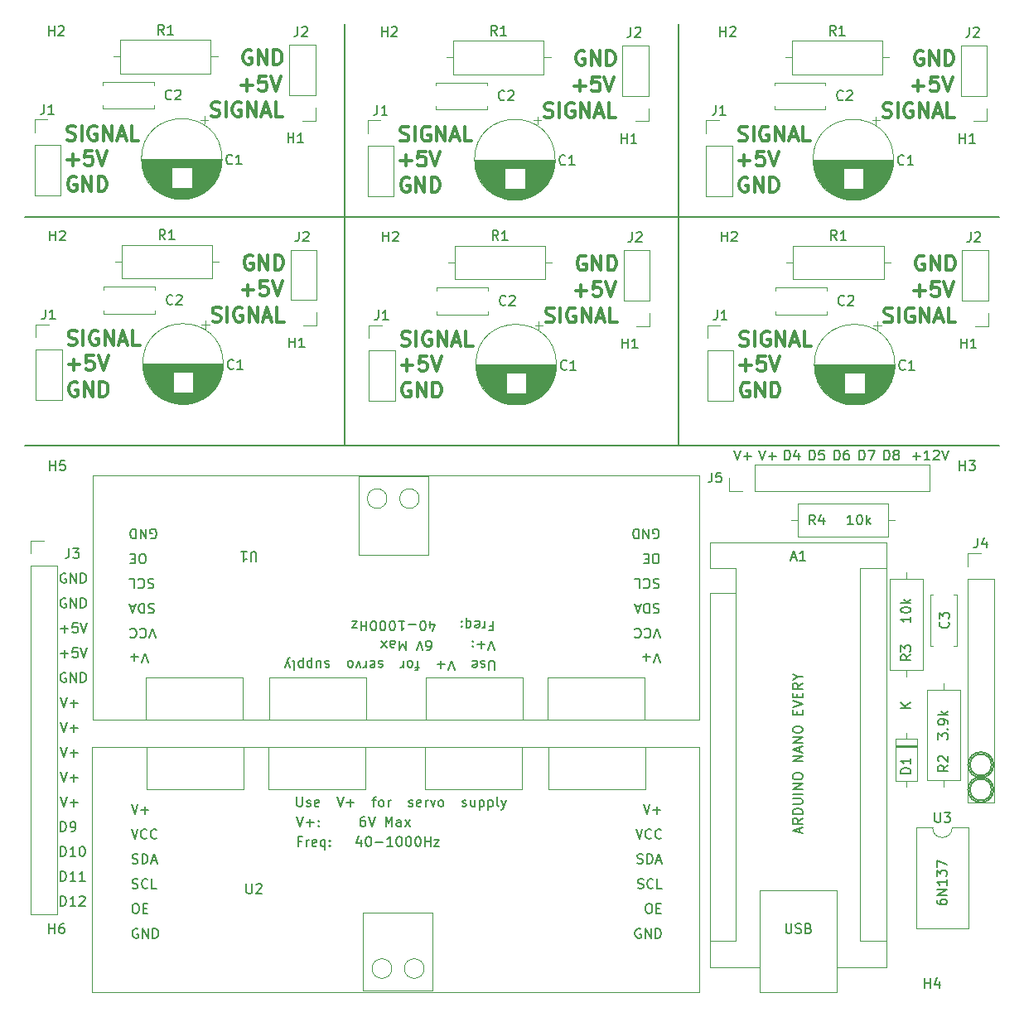
<source format=gbr>
%TF.GenerationSoftware,KiCad,Pcbnew,6.0.10-86aedd382b~118~ubuntu22.10.1*%
%TF.CreationDate,2023-02-15T12:29:17+01:00*%
%TF.ProjectId,railway,7261696c-7761-4792-9e6b-696361645f70,rev?*%
%TF.SameCoordinates,Original*%
%TF.FileFunction,Legend,Top*%
%TF.FilePolarity,Positive*%
%FSLAX46Y46*%
G04 Gerber Fmt 4.6, Leading zero omitted, Abs format (unit mm)*
G04 Created by KiCad (PCBNEW 6.0.10-86aedd382b~118~ubuntu22.10.1) date 2023-02-15 12:29:17*
%MOMM*%
%LPD*%
G01*
G04 APERTURE LIST*
%ADD10C,0.150000*%
%ADD11C,0.300000*%
%ADD12C,0.120000*%
G04 APERTURE END LIST*
D10*
X62865000Y-30607000D02*
X62865000Y-73533000D01*
X97028000Y-30607000D02*
X97028000Y-73533000D01*
X30226000Y-50292000D02*
X129794000Y-50292000D01*
D11*
X86470928Y-57836317D02*
X87613785Y-57836317D01*
X87042357Y-58407746D02*
X87042357Y-57264889D01*
X89042357Y-56907746D02*
X88328071Y-56907746D01*
X88256642Y-57622032D01*
X88328071Y-57550603D01*
X88470928Y-57479175D01*
X88828071Y-57479175D01*
X88970928Y-57550603D01*
X89042357Y-57622032D01*
X89113785Y-57764889D01*
X89113785Y-58122032D01*
X89042357Y-58264889D01*
X88970928Y-58336317D01*
X88828071Y-58407746D01*
X88470928Y-58407746D01*
X88328071Y-58336317D01*
X88256642Y-58264889D01*
X89542357Y-56907746D02*
X90042357Y-58407746D01*
X90542357Y-56907746D01*
X103283253Y-65456317D02*
X104426110Y-65456317D01*
X103854682Y-66027746D02*
X103854682Y-64884889D01*
X105854682Y-64527746D02*
X105140396Y-64527746D01*
X105068967Y-65242032D01*
X105140396Y-65170603D01*
X105283253Y-65099175D01*
X105640396Y-65099175D01*
X105783253Y-65170603D01*
X105854682Y-65242032D01*
X105926110Y-65384889D01*
X105926110Y-65742032D01*
X105854682Y-65884889D01*
X105783253Y-65956317D01*
X105640396Y-66027746D01*
X105283253Y-66027746D01*
X105140396Y-65956317D01*
X105068967Y-65884889D01*
X106354682Y-64527746D02*
X106854682Y-66027746D01*
X107354682Y-64527746D01*
X122102967Y-54312175D02*
X121960110Y-54240746D01*
X121745825Y-54240746D01*
X121531539Y-54312175D01*
X121388682Y-54455032D01*
X121317253Y-54597889D01*
X121245825Y-54883603D01*
X121245825Y-55097889D01*
X121317253Y-55383603D01*
X121388682Y-55526460D01*
X121531539Y-55669317D01*
X121745825Y-55740746D01*
X121888682Y-55740746D01*
X122102967Y-55669317D01*
X122174396Y-55597889D01*
X122174396Y-55097889D01*
X121888682Y-55097889D01*
X122817253Y-55740746D02*
X122817253Y-54240746D01*
X123674396Y-55740746D01*
X123674396Y-54240746D01*
X124388682Y-55740746D02*
X124388682Y-54240746D01*
X124745825Y-54240746D01*
X124960110Y-54312175D01*
X125102967Y-54455032D01*
X125174396Y-54597889D01*
X125245825Y-54883603D01*
X125245825Y-55097889D01*
X125174396Y-55383603D01*
X125102967Y-55526460D01*
X124960110Y-55669317D01*
X124745825Y-55740746D01*
X124388682Y-55740746D01*
X121063253Y-57836317D02*
X122206110Y-57836317D01*
X121634682Y-58407746D02*
X121634682Y-57264889D01*
X123634682Y-56907746D02*
X122920396Y-56907746D01*
X122848967Y-57622032D01*
X122920396Y-57550603D01*
X123063253Y-57479175D01*
X123420396Y-57479175D01*
X123563253Y-57550603D01*
X123634682Y-57622032D01*
X123706110Y-57764889D01*
X123706110Y-58122032D01*
X123634682Y-58264889D01*
X123563253Y-58336317D01*
X123420396Y-58407746D01*
X123063253Y-58407746D01*
X122920396Y-58336317D01*
X122848967Y-58264889D01*
X124134682Y-56907746D02*
X124634682Y-58407746D01*
X125134682Y-56907746D01*
X87510642Y-54312175D02*
X87367785Y-54240746D01*
X87153500Y-54240746D01*
X86939214Y-54312175D01*
X86796357Y-54455032D01*
X86724928Y-54597889D01*
X86653500Y-54883603D01*
X86653500Y-55097889D01*
X86724928Y-55383603D01*
X86796357Y-55526460D01*
X86939214Y-55669317D01*
X87153500Y-55740746D01*
X87296357Y-55740746D01*
X87510642Y-55669317D01*
X87582071Y-55597889D01*
X87582071Y-55097889D01*
X87296357Y-55097889D01*
X88224928Y-55740746D02*
X88224928Y-54240746D01*
X89082071Y-55740746D01*
X89082071Y-54240746D01*
X89796357Y-55740746D02*
X89796357Y-54240746D01*
X90153500Y-54240746D01*
X90367785Y-54312175D01*
X90510642Y-54455032D01*
X90582071Y-54597889D01*
X90653500Y-54883603D01*
X90653500Y-55097889D01*
X90582071Y-55383603D01*
X90510642Y-55526460D01*
X90367785Y-55669317D01*
X90153500Y-55740746D01*
X89796357Y-55740746D01*
X69603642Y-67266175D02*
X69460785Y-67194746D01*
X69246500Y-67194746D01*
X69032214Y-67266175D01*
X68889357Y-67409032D01*
X68817928Y-67551889D01*
X68746500Y-67837603D01*
X68746500Y-68051889D01*
X68817928Y-68337603D01*
X68889357Y-68480460D01*
X69032214Y-68623317D01*
X69246500Y-68694746D01*
X69389357Y-68694746D01*
X69603642Y-68623317D01*
X69675071Y-68551889D01*
X69675071Y-68051889D01*
X69389357Y-68051889D01*
X70317928Y-68694746D02*
X70317928Y-67194746D01*
X71175071Y-68694746D01*
X71175071Y-67194746D01*
X71889357Y-68694746D02*
X71889357Y-67194746D01*
X72246500Y-67194746D01*
X72460785Y-67266175D01*
X72603642Y-67409032D01*
X72675071Y-67551889D01*
X72746500Y-67837603D01*
X72746500Y-68051889D01*
X72675071Y-68337603D01*
X72603642Y-68480460D01*
X72460785Y-68623317D01*
X72246500Y-68694746D01*
X71889357Y-68694746D01*
X104195967Y-67266175D02*
X104053110Y-67194746D01*
X103838825Y-67194746D01*
X103624539Y-67266175D01*
X103481682Y-67409032D01*
X103410253Y-67551889D01*
X103338825Y-67837603D01*
X103338825Y-68051889D01*
X103410253Y-68337603D01*
X103481682Y-68480460D01*
X103624539Y-68623317D01*
X103838825Y-68694746D01*
X103981682Y-68694746D01*
X104195967Y-68623317D01*
X104267396Y-68551889D01*
X104267396Y-68051889D01*
X103981682Y-68051889D01*
X104910253Y-68694746D02*
X104910253Y-67194746D01*
X105767396Y-68694746D01*
X105767396Y-67194746D01*
X106481682Y-68694746D02*
X106481682Y-67194746D01*
X106838825Y-67194746D01*
X107053110Y-67266175D01*
X107195967Y-67409032D01*
X107267396Y-67551889D01*
X107338825Y-67837603D01*
X107338825Y-68051889D01*
X107267396Y-68337603D01*
X107195967Y-68480460D01*
X107053110Y-68623317D01*
X106838825Y-68694746D01*
X106481682Y-68694746D01*
X118023396Y-61003317D02*
X118237682Y-61074746D01*
X118594825Y-61074746D01*
X118737682Y-61003317D01*
X118809110Y-60931889D01*
X118880539Y-60789032D01*
X118880539Y-60646175D01*
X118809110Y-60503317D01*
X118737682Y-60431889D01*
X118594825Y-60360460D01*
X118309110Y-60289032D01*
X118166253Y-60217603D01*
X118094825Y-60146175D01*
X118023396Y-60003317D01*
X118023396Y-59860460D01*
X118094825Y-59717603D01*
X118166253Y-59646175D01*
X118309110Y-59574746D01*
X118666253Y-59574746D01*
X118880539Y-59646175D01*
X119523396Y-61074746D02*
X119523396Y-59574746D01*
X121023396Y-59646175D02*
X120880539Y-59574746D01*
X120666253Y-59574746D01*
X120451967Y-59646175D01*
X120309110Y-59789032D01*
X120237682Y-59931889D01*
X120166253Y-60217603D01*
X120166253Y-60431889D01*
X120237682Y-60717603D01*
X120309110Y-60860460D01*
X120451967Y-61003317D01*
X120666253Y-61074746D01*
X120809110Y-61074746D01*
X121023396Y-61003317D01*
X121094825Y-60931889D01*
X121094825Y-60431889D01*
X120809110Y-60431889D01*
X121737682Y-61074746D02*
X121737682Y-59574746D01*
X122594825Y-61074746D01*
X122594825Y-59574746D01*
X123237682Y-60646175D02*
X123951967Y-60646175D01*
X123094825Y-61074746D02*
X123594825Y-59574746D01*
X124094825Y-61074746D01*
X125309110Y-61074746D02*
X124594825Y-61074746D01*
X124594825Y-59574746D01*
X68699071Y-63416317D02*
X68913357Y-63487746D01*
X69270500Y-63487746D01*
X69413357Y-63416317D01*
X69484785Y-63344889D01*
X69556214Y-63202032D01*
X69556214Y-63059175D01*
X69484785Y-62916317D01*
X69413357Y-62844889D01*
X69270500Y-62773460D01*
X68984785Y-62702032D01*
X68841928Y-62630603D01*
X68770500Y-62559175D01*
X68699071Y-62416317D01*
X68699071Y-62273460D01*
X68770500Y-62130603D01*
X68841928Y-62059175D01*
X68984785Y-61987746D01*
X69341928Y-61987746D01*
X69556214Y-62059175D01*
X70199071Y-63487746D02*
X70199071Y-61987746D01*
X71699071Y-62059175D02*
X71556214Y-61987746D01*
X71341928Y-61987746D01*
X71127642Y-62059175D01*
X70984785Y-62202032D01*
X70913357Y-62344889D01*
X70841928Y-62630603D01*
X70841928Y-62844889D01*
X70913357Y-63130603D01*
X70984785Y-63273460D01*
X71127642Y-63416317D01*
X71341928Y-63487746D01*
X71484785Y-63487746D01*
X71699071Y-63416317D01*
X71770500Y-63344889D01*
X71770500Y-62844889D01*
X71484785Y-62844889D01*
X72413357Y-63487746D02*
X72413357Y-61987746D01*
X73270500Y-63487746D01*
X73270500Y-61987746D01*
X73913357Y-63059175D02*
X74627642Y-63059175D01*
X73770500Y-63487746D02*
X74270500Y-61987746D01*
X74770500Y-63487746D01*
X75984785Y-63487746D02*
X75270500Y-63487746D01*
X75270500Y-61987746D01*
X68690928Y-65456317D02*
X69833785Y-65456317D01*
X69262357Y-66027746D02*
X69262357Y-64884889D01*
X71262357Y-64527746D02*
X70548071Y-64527746D01*
X70476642Y-65242032D01*
X70548071Y-65170603D01*
X70690928Y-65099175D01*
X71048071Y-65099175D01*
X71190928Y-65170603D01*
X71262357Y-65242032D01*
X71333785Y-65384889D01*
X71333785Y-65742032D01*
X71262357Y-65884889D01*
X71190928Y-65956317D01*
X71048071Y-66027746D01*
X70690928Y-66027746D01*
X70548071Y-65956317D01*
X70476642Y-65884889D01*
X71762357Y-64527746D02*
X72262357Y-66027746D01*
X72762357Y-64527746D01*
X103291396Y-63416317D02*
X103505682Y-63487746D01*
X103862825Y-63487746D01*
X104005682Y-63416317D01*
X104077110Y-63344889D01*
X104148539Y-63202032D01*
X104148539Y-63059175D01*
X104077110Y-62916317D01*
X104005682Y-62844889D01*
X103862825Y-62773460D01*
X103577110Y-62702032D01*
X103434253Y-62630603D01*
X103362825Y-62559175D01*
X103291396Y-62416317D01*
X103291396Y-62273460D01*
X103362825Y-62130603D01*
X103434253Y-62059175D01*
X103577110Y-61987746D01*
X103934253Y-61987746D01*
X104148539Y-62059175D01*
X104791396Y-63487746D02*
X104791396Y-61987746D01*
X106291396Y-62059175D02*
X106148539Y-61987746D01*
X105934253Y-61987746D01*
X105719967Y-62059175D01*
X105577110Y-62202032D01*
X105505682Y-62344889D01*
X105434253Y-62630603D01*
X105434253Y-62844889D01*
X105505682Y-63130603D01*
X105577110Y-63273460D01*
X105719967Y-63416317D01*
X105934253Y-63487746D01*
X106077110Y-63487746D01*
X106291396Y-63416317D01*
X106362825Y-63344889D01*
X106362825Y-62844889D01*
X106077110Y-62844889D01*
X107005682Y-63487746D02*
X107005682Y-61987746D01*
X107862825Y-63487746D01*
X107862825Y-61987746D01*
X108505682Y-63059175D02*
X109219967Y-63059175D01*
X108362825Y-63487746D02*
X108862825Y-61987746D01*
X109362825Y-63487746D01*
X110577110Y-63487746D02*
X109862825Y-63487746D01*
X109862825Y-61987746D01*
X52427428Y-57765142D02*
X53570285Y-57765142D01*
X52998857Y-58336571D02*
X52998857Y-57193714D01*
X54998857Y-56836571D02*
X54284571Y-56836571D01*
X54213142Y-57550857D01*
X54284571Y-57479428D01*
X54427428Y-57408000D01*
X54784571Y-57408000D01*
X54927428Y-57479428D01*
X54998857Y-57550857D01*
X55070285Y-57693714D01*
X55070285Y-58050857D01*
X54998857Y-58193714D01*
X54927428Y-58265142D01*
X54784571Y-58336571D01*
X54427428Y-58336571D01*
X54284571Y-58265142D01*
X54213142Y-58193714D01*
X55498857Y-56836571D02*
X55998857Y-58336571D01*
X56498857Y-56836571D01*
X35560142Y-67195000D02*
X35417285Y-67123571D01*
X35203000Y-67123571D01*
X34988714Y-67195000D01*
X34845857Y-67337857D01*
X34774428Y-67480714D01*
X34703000Y-67766428D01*
X34703000Y-67980714D01*
X34774428Y-68266428D01*
X34845857Y-68409285D01*
X34988714Y-68552142D01*
X35203000Y-68623571D01*
X35345857Y-68623571D01*
X35560142Y-68552142D01*
X35631571Y-68480714D01*
X35631571Y-67980714D01*
X35345857Y-67980714D01*
X36274428Y-68623571D02*
X36274428Y-67123571D01*
X37131571Y-68623571D01*
X37131571Y-67123571D01*
X37845857Y-68623571D02*
X37845857Y-67123571D01*
X38203000Y-67123571D01*
X38417285Y-67195000D01*
X38560142Y-67337857D01*
X38631571Y-67480714D01*
X38703000Y-67766428D01*
X38703000Y-67980714D01*
X38631571Y-68266428D01*
X38560142Y-68409285D01*
X38417285Y-68552142D01*
X38203000Y-68623571D01*
X37845857Y-68623571D01*
X49387571Y-60932142D02*
X49601857Y-61003571D01*
X49959000Y-61003571D01*
X50101857Y-60932142D01*
X50173285Y-60860714D01*
X50244714Y-60717857D01*
X50244714Y-60575000D01*
X50173285Y-60432142D01*
X50101857Y-60360714D01*
X49959000Y-60289285D01*
X49673285Y-60217857D01*
X49530428Y-60146428D01*
X49459000Y-60075000D01*
X49387571Y-59932142D01*
X49387571Y-59789285D01*
X49459000Y-59646428D01*
X49530428Y-59575000D01*
X49673285Y-59503571D01*
X50030428Y-59503571D01*
X50244714Y-59575000D01*
X50887571Y-61003571D02*
X50887571Y-59503571D01*
X52387571Y-59575000D02*
X52244714Y-59503571D01*
X52030428Y-59503571D01*
X51816142Y-59575000D01*
X51673285Y-59717857D01*
X51601857Y-59860714D01*
X51530428Y-60146428D01*
X51530428Y-60360714D01*
X51601857Y-60646428D01*
X51673285Y-60789285D01*
X51816142Y-60932142D01*
X52030428Y-61003571D01*
X52173285Y-61003571D01*
X52387571Y-60932142D01*
X52459000Y-60860714D01*
X52459000Y-60360714D01*
X52173285Y-60360714D01*
X53101857Y-61003571D02*
X53101857Y-59503571D01*
X53959000Y-61003571D01*
X53959000Y-59503571D01*
X54601857Y-60575000D02*
X55316142Y-60575000D01*
X54459000Y-61003571D02*
X54959000Y-59503571D01*
X55459000Y-61003571D01*
X56673285Y-61003571D02*
X55959000Y-61003571D01*
X55959000Y-59503571D01*
X34655571Y-63345142D02*
X34869857Y-63416571D01*
X35227000Y-63416571D01*
X35369857Y-63345142D01*
X35441285Y-63273714D01*
X35512714Y-63130857D01*
X35512714Y-62988000D01*
X35441285Y-62845142D01*
X35369857Y-62773714D01*
X35227000Y-62702285D01*
X34941285Y-62630857D01*
X34798428Y-62559428D01*
X34727000Y-62488000D01*
X34655571Y-62345142D01*
X34655571Y-62202285D01*
X34727000Y-62059428D01*
X34798428Y-61988000D01*
X34941285Y-61916571D01*
X35298428Y-61916571D01*
X35512714Y-61988000D01*
X36155571Y-63416571D02*
X36155571Y-61916571D01*
X37655571Y-61988000D02*
X37512714Y-61916571D01*
X37298428Y-61916571D01*
X37084142Y-61988000D01*
X36941285Y-62130857D01*
X36869857Y-62273714D01*
X36798428Y-62559428D01*
X36798428Y-62773714D01*
X36869857Y-63059428D01*
X36941285Y-63202285D01*
X37084142Y-63345142D01*
X37298428Y-63416571D01*
X37441285Y-63416571D01*
X37655571Y-63345142D01*
X37727000Y-63273714D01*
X37727000Y-62773714D01*
X37441285Y-62773714D01*
X38369857Y-63416571D02*
X38369857Y-61916571D01*
X39227000Y-63416571D01*
X39227000Y-61916571D01*
X39869857Y-62988000D02*
X40584142Y-62988000D01*
X39727000Y-63416571D02*
X40227000Y-61916571D01*
X40727000Y-63416571D01*
X41941285Y-63416571D02*
X41227000Y-63416571D01*
X41227000Y-61916571D01*
X34647428Y-65385142D02*
X35790285Y-65385142D01*
X35218857Y-65956571D02*
X35218857Y-64813714D01*
X37218857Y-64456571D02*
X36504571Y-64456571D01*
X36433142Y-65170857D01*
X36504571Y-65099428D01*
X36647428Y-65028000D01*
X37004571Y-65028000D01*
X37147428Y-65099428D01*
X37218857Y-65170857D01*
X37290285Y-65313714D01*
X37290285Y-65670857D01*
X37218857Y-65813714D01*
X37147428Y-65885142D01*
X37004571Y-65956571D01*
X36647428Y-65956571D01*
X36504571Y-65885142D01*
X36433142Y-65813714D01*
X37718857Y-64456571D02*
X38218857Y-65956571D01*
X38718857Y-64456571D01*
X53467142Y-54241000D02*
X53324285Y-54169571D01*
X53110000Y-54169571D01*
X52895714Y-54241000D01*
X52752857Y-54383857D01*
X52681428Y-54526714D01*
X52610000Y-54812428D01*
X52610000Y-55026714D01*
X52681428Y-55312428D01*
X52752857Y-55455285D01*
X52895714Y-55598142D01*
X53110000Y-55669571D01*
X53252857Y-55669571D01*
X53467142Y-55598142D01*
X53538571Y-55526714D01*
X53538571Y-55026714D01*
X53252857Y-55026714D01*
X54181428Y-55669571D02*
X54181428Y-54169571D01*
X55038571Y-55669571D01*
X55038571Y-54169571D01*
X55752857Y-55669571D02*
X55752857Y-54169571D01*
X56110000Y-54169571D01*
X56324285Y-54241000D01*
X56467142Y-54383857D01*
X56538571Y-54526714D01*
X56610000Y-54812428D01*
X56610000Y-55026714D01*
X56538571Y-55312428D01*
X56467142Y-55455285D01*
X56324285Y-55598142D01*
X56110000Y-55669571D01*
X55752857Y-55669571D01*
X83431071Y-61003317D02*
X83645357Y-61074746D01*
X84002500Y-61074746D01*
X84145357Y-61003317D01*
X84216785Y-60931889D01*
X84288214Y-60789032D01*
X84288214Y-60646175D01*
X84216785Y-60503317D01*
X84145357Y-60431889D01*
X84002500Y-60360460D01*
X83716785Y-60289032D01*
X83573928Y-60217603D01*
X83502500Y-60146175D01*
X83431071Y-60003317D01*
X83431071Y-59860460D01*
X83502500Y-59717603D01*
X83573928Y-59646175D01*
X83716785Y-59574746D01*
X84073928Y-59574746D01*
X84288214Y-59646175D01*
X84931071Y-61074746D02*
X84931071Y-59574746D01*
X86431071Y-59646175D02*
X86288214Y-59574746D01*
X86073928Y-59574746D01*
X85859642Y-59646175D01*
X85716785Y-59789032D01*
X85645357Y-59931889D01*
X85573928Y-60217603D01*
X85573928Y-60431889D01*
X85645357Y-60717603D01*
X85716785Y-60860460D01*
X85859642Y-61003317D01*
X86073928Y-61074746D01*
X86216785Y-61074746D01*
X86431071Y-61003317D01*
X86502500Y-60931889D01*
X86502500Y-60431889D01*
X86216785Y-60431889D01*
X87145357Y-61074746D02*
X87145357Y-59574746D01*
X88002500Y-61074746D01*
X88002500Y-59574746D01*
X88645357Y-60646175D02*
X89359642Y-60646175D01*
X88502500Y-61074746D02*
X89002500Y-59574746D01*
X89502500Y-61074746D01*
X90716785Y-61074746D02*
X90002500Y-61074746D01*
X90002500Y-59574746D01*
X120936253Y-36881317D02*
X122079110Y-36881317D01*
X121507682Y-37452746D02*
X121507682Y-36309889D01*
X123507682Y-35952746D02*
X122793396Y-35952746D01*
X122721967Y-36667032D01*
X122793396Y-36595603D01*
X122936253Y-36524175D01*
X123293396Y-36524175D01*
X123436253Y-36595603D01*
X123507682Y-36667032D01*
X123579110Y-36809889D01*
X123579110Y-37167032D01*
X123507682Y-37309889D01*
X123436253Y-37381317D01*
X123293396Y-37452746D01*
X122936253Y-37452746D01*
X122793396Y-37381317D01*
X122721967Y-37309889D01*
X124007682Y-35952746D02*
X124507682Y-37452746D01*
X125007682Y-35952746D01*
X104068967Y-46311175D02*
X103926110Y-46239746D01*
X103711825Y-46239746D01*
X103497539Y-46311175D01*
X103354682Y-46454032D01*
X103283253Y-46596889D01*
X103211825Y-46882603D01*
X103211825Y-47096889D01*
X103283253Y-47382603D01*
X103354682Y-47525460D01*
X103497539Y-47668317D01*
X103711825Y-47739746D01*
X103854682Y-47739746D01*
X104068967Y-47668317D01*
X104140396Y-47596889D01*
X104140396Y-47096889D01*
X103854682Y-47096889D01*
X104783253Y-47739746D02*
X104783253Y-46239746D01*
X105640396Y-47739746D01*
X105640396Y-46239746D01*
X106354682Y-47739746D02*
X106354682Y-46239746D01*
X106711825Y-46239746D01*
X106926110Y-46311175D01*
X107068967Y-46454032D01*
X107140396Y-46596889D01*
X107211825Y-46882603D01*
X107211825Y-47096889D01*
X107140396Y-47382603D01*
X107068967Y-47525460D01*
X106926110Y-47668317D01*
X106711825Y-47739746D01*
X106354682Y-47739746D01*
X117896396Y-40048317D02*
X118110682Y-40119746D01*
X118467825Y-40119746D01*
X118610682Y-40048317D01*
X118682110Y-39976889D01*
X118753539Y-39834032D01*
X118753539Y-39691175D01*
X118682110Y-39548317D01*
X118610682Y-39476889D01*
X118467825Y-39405460D01*
X118182110Y-39334032D01*
X118039253Y-39262603D01*
X117967825Y-39191175D01*
X117896396Y-39048317D01*
X117896396Y-38905460D01*
X117967825Y-38762603D01*
X118039253Y-38691175D01*
X118182110Y-38619746D01*
X118539253Y-38619746D01*
X118753539Y-38691175D01*
X119396396Y-40119746D02*
X119396396Y-38619746D01*
X120896396Y-38691175D02*
X120753539Y-38619746D01*
X120539253Y-38619746D01*
X120324967Y-38691175D01*
X120182110Y-38834032D01*
X120110682Y-38976889D01*
X120039253Y-39262603D01*
X120039253Y-39476889D01*
X120110682Y-39762603D01*
X120182110Y-39905460D01*
X120324967Y-40048317D01*
X120539253Y-40119746D01*
X120682110Y-40119746D01*
X120896396Y-40048317D01*
X120967825Y-39976889D01*
X120967825Y-39476889D01*
X120682110Y-39476889D01*
X121610682Y-40119746D02*
X121610682Y-38619746D01*
X122467825Y-40119746D01*
X122467825Y-38619746D01*
X123110682Y-39691175D02*
X123824967Y-39691175D01*
X122967825Y-40119746D02*
X123467825Y-38619746D01*
X123967825Y-40119746D01*
X125182110Y-40119746D02*
X124467825Y-40119746D01*
X124467825Y-38619746D01*
X103164396Y-42461317D02*
X103378682Y-42532746D01*
X103735825Y-42532746D01*
X103878682Y-42461317D01*
X103950110Y-42389889D01*
X104021539Y-42247032D01*
X104021539Y-42104175D01*
X103950110Y-41961317D01*
X103878682Y-41889889D01*
X103735825Y-41818460D01*
X103450110Y-41747032D01*
X103307253Y-41675603D01*
X103235825Y-41604175D01*
X103164396Y-41461317D01*
X103164396Y-41318460D01*
X103235825Y-41175603D01*
X103307253Y-41104175D01*
X103450110Y-41032746D01*
X103807253Y-41032746D01*
X104021539Y-41104175D01*
X104664396Y-42532746D02*
X104664396Y-41032746D01*
X106164396Y-41104175D02*
X106021539Y-41032746D01*
X105807253Y-41032746D01*
X105592967Y-41104175D01*
X105450110Y-41247032D01*
X105378682Y-41389889D01*
X105307253Y-41675603D01*
X105307253Y-41889889D01*
X105378682Y-42175603D01*
X105450110Y-42318460D01*
X105592967Y-42461317D01*
X105807253Y-42532746D01*
X105950110Y-42532746D01*
X106164396Y-42461317D01*
X106235825Y-42389889D01*
X106235825Y-41889889D01*
X105950110Y-41889889D01*
X106878682Y-42532746D02*
X106878682Y-41032746D01*
X107735825Y-42532746D01*
X107735825Y-41032746D01*
X108378682Y-42104175D02*
X109092967Y-42104175D01*
X108235825Y-42532746D02*
X108735825Y-41032746D01*
X109235825Y-42532746D01*
X110450110Y-42532746D02*
X109735825Y-42532746D01*
X109735825Y-41032746D01*
X103156253Y-44501317D02*
X104299110Y-44501317D01*
X103727682Y-45072746D02*
X103727682Y-43929889D01*
X105727682Y-43572746D02*
X105013396Y-43572746D01*
X104941967Y-44287032D01*
X105013396Y-44215603D01*
X105156253Y-44144175D01*
X105513396Y-44144175D01*
X105656253Y-44215603D01*
X105727682Y-44287032D01*
X105799110Y-44429889D01*
X105799110Y-44787032D01*
X105727682Y-44929889D01*
X105656253Y-45001317D01*
X105513396Y-45072746D01*
X105156253Y-45072746D01*
X105013396Y-45001317D01*
X104941967Y-44929889D01*
X106227682Y-43572746D02*
X106727682Y-45072746D01*
X107227682Y-43572746D01*
X121975967Y-33357175D02*
X121833110Y-33285746D01*
X121618825Y-33285746D01*
X121404539Y-33357175D01*
X121261682Y-33500032D01*
X121190253Y-33642889D01*
X121118825Y-33928603D01*
X121118825Y-34142889D01*
X121190253Y-34428603D01*
X121261682Y-34571460D01*
X121404539Y-34714317D01*
X121618825Y-34785746D01*
X121761682Y-34785746D01*
X121975967Y-34714317D01*
X122047396Y-34642889D01*
X122047396Y-34142889D01*
X121761682Y-34142889D01*
X122690253Y-34785746D02*
X122690253Y-33285746D01*
X123547396Y-34785746D01*
X123547396Y-33285746D01*
X124261682Y-34785746D02*
X124261682Y-33285746D01*
X124618825Y-33285746D01*
X124833110Y-33357175D01*
X124975967Y-33500032D01*
X125047396Y-33642889D01*
X125118825Y-33928603D01*
X125118825Y-34142889D01*
X125047396Y-34428603D01*
X124975967Y-34571460D01*
X124833110Y-34714317D01*
X124618825Y-34785746D01*
X124261682Y-34785746D01*
X86343928Y-36881317D02*
X87486785Y-36881317D01*
X86915357Y-37452746D02*
X86915357Y-36309889D01*
X88915357Y-35952746D02*
X88201071Y-35952746D01*
X88129642Y-36667032D01*
X88201071Y-36595603D01*
X88343928Y-36524175D01*
X88701071Y-36524175D01*
X88843928Y-36595603D01*
X88915357Y-36667032D01*
X88986785Y-36809889D01*
X88986785Y-37167032D01*
X88915357Y-37309889D01*
X88843928Y-37381317D01*
X88701071Y-37452746D01*
X88343928Y-37452746D01*
X88201071Y-37381317D01*
X88129642Y-37309889D01*
X89415357Y-35952746D02*
X89915357Y-37452746D01*
X90415357Y-35952746D01*
X69476642Y-46311175D02*
X69333785Y-46239746D01*
X69119500Y-46239746D01*
X68905214Y-46311175D01*
X68762357Y-46454032D01*
X68690928Y-46596889D01*
X68619500Y-46882603D01*
X68619500Y-47096889D01*
X68690928Y-47382603D01*
X68762357Y-47525460D01*
X68905214Y-47668317D01*
X69119500Y-47739746D01*
X69262357Y-47739746D01*
X69476642Y-47668317D01*
X69548071Y-47596889D01*
X69548071Y-47096889D01*
X69262357Y-47096889D01*
X70190928Y-47739746D02*
X70190928Y-46239746D01*
X71048071Y-47739746D01*
X71048071Y-46239746D01*
X71762357Y-47739746D02*
X71762357Y-46239746D01*
X72119500Y-46239746D01*
X72333785Y-46311175D01*
X72476642Y-46454032D01*
X72548071Y-46596889D01*
X72619500Y-46882603D01*
X72619500Y-47096889D01*
X72548071Y-47382603D01*
X72476642Y-47525460D01*
X72333785Y-47668317D01*
X72119500Y-47739746D01*
X71762357Y-47739746D01*
X83304071Y-40048317D02*
X83518357Y-40119746D01*
X83875500Y-40119746D01*
X84018357Y-40048317D01*
X84089785Y-39976889D01*
X84161214Y-39834032D01*
X84161214Y-39691175D01*
X84089785Y-39548317D01*
X84018357Y-39476889D01*
X83875500Y-39405460D01*
X83589785Y-39334032D01*
X83446928Y-39262603D01*
X83375500Y-39191175D01*
X83304071Y-39048317D01*
X83304071Y-38905460D01*
X83375500Y-38762603D01*
X83446928Y-38691175D01*
X83589785Y-38619746D01*
X83946928Y-38619746D01*
X84161214Y-38691175D01*
X84804071Y-40119746D02*
X84804071Y-38619746D01*
X86304071Y-38691175D02*
X86161214Y-38619746D01*
X85946928Y-38619746D01*
X85732642Y-38691175D01*
X85589785Y-38834032D01*
X85518357Y-38976889D01*
X85446928Y-39262603D01*
X85446928Y-39476889D01*
X85518357Y-39762603D01*
X85589785Y-39905460D01*
X85732642Y-40048317D01*
X85946928Y-40119746D01*
X86089785Y-40119746D01*
X86304071Y-40048317D01*
X86375500Y-39976889D01*
X86375500Y-39476889D01*
X86089785Y-39476889D01*
X87018357Y-40119746D02*
X87018357Y-38619746D01*
X87875500Y-40119746D01*
X87875500Y-38619746D01*
X88518357Y-39691175D02*
X89232642Y-39691175D01*
X88375500Y-40119746D02*
X88875500Y-38619746D01*
X89375500Y-40119746D01*
X90589785Y-40119746D02*
X89875500Y-40119746D01*
X89875500Y-38619746D01*
X68572071Y-42461317D02*
X68786357Y-42532746D01*
X69143500Y-42532746D01*
X69286357Y-42461317D01*
X69357785Y-42389889D01*
X69429214Y-42247032D01*
X69429214Y-42104175D01*
X69357785Y-41961317D01*
X69286357Y-41889889D01*
X69143500Y-41818460D01*
X68857785Y-41747032D01*
X68714928Y-41675603D01*
X68643500Y-41604175D01*
X68572071Y-41461317D01*
X68572071Y-41318460D01*
X68643500Y-41175603D01*
X68714928Y-41104175D01*
X68857785Y-41032746D01*
X69214928Y-41032746D01*
X69429214Y-41104175D01*
X70072071Y-42532746D02*
X70072071Y-41032746D01*
X71572071Y-41104175D02*
X71429214Y-41032746D01*
X71214928Y-41032746D01*
X71000642Y-41104175D01*
X70857785Y-41247032D01*
X70786357Y-41389889D01*
X70714928Y-41675603D01*
X70714928Y-41889889D01*
X70786357Y-42175603D01*
X70857785Y-42318460D01*
X71000642Y-42461317D01*
X71214928Y-42532746D01*
X71357785Y-42532746D01*
X71572071Y-42461317D01*
X71643500Y-42389889D01*
X71643500Y-41889889D01*
X71357785Y-41889889D01*
X72286357Y-42532746D02*
X72286357Y-41032746D01*
X73143500Y-42532746D01*
X73143500Y-41032746D01*
X73786357Y-42104175D02*
X74500642Y-42104175D01*
X73643500Y-42532746D02*
X74143500Y-41032746D01*
X74643500Y-42532746D01*
X75857785Y-42532746D02*
X75143500Y-42532746D01*
X75143500Y-41032746D01*
X68563928Y-44501317D02*
X69706785Y-44501317D01*
X69135357Y-45072746D02*
X69135357Y-43929889D01*
X71135357Y-43572746D02*
X70421071Y-43572746D01*
X70349642Y-44287032D01*
X70421071Y-44215603D01*
X70563928Y-44144175D01*
X70921071Y-44144175D01*
X71063928Y-44215603D01*
X71135357Y-44287032D01*
X71206785Y-44429889D01*
X71206785Y-44787032D01*
X71135357Y-44929889D01*
X71063928Y-45001317D01*
X70921071Y-45072746D01*
X70563928Y-45072746D01*
X70421071Y-45001317D01*
X70349642Y-44929889D01*
X71635357Y-43572746D02*
X72135357Y-45072746D01*
X72635357Y-43572746D01*
X87383642Y-33357175D02*
X87240785Y-33285746D01*
X87026500Y-33285746D01*
X86812214Y-33357175D01*
X86669357Y-33500032D01*
X86597928Y-33642889D01*
X86526500Y-33928603D01*
X86526500Y-34142889D01*
X86597928Y-34428603D01*
X86669357Y-34571460D01*
X86812214Y-34714317D01*
X87026500Y-34785746D01*
X87169357Y-34785746D01*
X87383642Y-34714317D01*
X87455071Y-34642889D01*
X87455071Y-34142889D01*
X87169357Y-34142889D01*
X88097928Y-34785746D02*
X88097928Y-33285746D01*
X88955071Y-34785746D01*
X88955071Y-33285746D01*
X89669357Y-34785746D02*
X89669357Y-33285746D01*
X90026500Y-33285746D01*
X90240785Y-33357175D01*
X90383642Y-33500032D01*
X90455071Y-33642889D01*
X90526500Y-33928603D01*
X90526500Y-34142889D01*
X90455071Y-34428603D01*
X90383642Y-34571460D01*
X90240785Y-34714317D01*
X90026500Y-34785746D01*
X89669357Y-34785746D01*
D10*
X129189000Y-106299000D02*
G75*
G03*
X129189000Y-106299000I-1300000J0D01*
G01*
X128989000Y-106299000D02*
G75*
G03*
X128989000Y-106299000I-1100000J0D01*
G01*
X129189000Y-108839000D02*
G75*
G03*
X129189000Y-108839000I-1300000J0D01*
G01*
X30226000Y-73660000D02*
X129794000Y-73660000D01*
X128989000Y-108839000D02*
G75*
G03*
X128989000Y-108839000I-1100000J0D01*
G01*
D11*
X53340142Y-33286000D02*
X53197285Y-33214571D01*
X52983000Y-33214571D01*
X52768714Y-33286000D01*
X52625857Y-33428857D01*
X52554428Y-33571714D01*
X52483000Y-33857428D01*
X52483000Y-34071714D01*
X52554428Y-34357428D01*
X52625857Y-34500285D01*
X52768714Y-34643142D01*
X52983000Y-34714571D01*
X53125857Y-34714571D01*
X53340142Y-34643142D01*
X53411571Y-34571714D01*
X53411571Y-34071714D01*
X53125857Y-34071714D01*
X54054428Y-34714571D02*
X54054428Y-33214571D01*
X54911571Y-34714571D01*
X54911571Y-33214571D01*
X55625857Y-34714571D02*
X55625857Y-33214571D01*
X55983000Y-33214571D01*
X56197285Y-33286000D01*
X56340142Y-33428857D01*
X56411571Y-33571714D01*
X56483000Y-33857428D01*
X56483000Y-34071714D01*
X56411571Y-34357428D01*
X56340142Y-34500285D01*
X56197285Y-34643142D01*
X55983000Y-34714571D01*
X55625857Y-34714571D01*
D10*
X33847738Y-99401380D02*
X34181071Y-100401380D01*
X34514404Y-99401380D01*
X34847738Y-100020428D02*
X35609642Y-100020428D01*
X35228690Y-100401380D02*
X35228690Y-99639476D01*
D11*
X34520428Y-44430142D02*
X35663285Y-44430142D01*
X35091857Y-45001571D02*
X35091857Y-43858714D01*
X37091857Y-43501571D02*
X36377571Y-43501571D01*
X36306142Y-44215857D01*
X36377571Y-44144428D01*
X36520428Y-44073000D01*
X36877571Y-44073000D01*
X37020428Y-44144428D01*
X37091857Y-44215857D01*
X37163285Y-44358714D01*
X37163285Y-44715857D01*
X37091857Y-44858714D01*
X37020428Y-44930142D01*
X36877571Y-45001571D01*
X36520428Y-45001571D01*
X36377571Y-44930142D01*
X36306142Y-44858714D01*
X37591857Y-43501571D02*
X38091857Y-45001571D01*
X38591857Y-43501571D01*
D10*
X33863595Y-120721380D02*
X33863595Y-119721380D01*
X34101690Y-119721380D01*
X34244547Y-119769000D01*
X34339785Y-119864238D01*
X34387404Y-119959476D01*
X34435023Y-120149952D01*
X34435023Y-120292809D01*
X34387404Y-120483285D01*
X34339785Y-120578523D01*
X34244547Y-120673761D01*
X34101690Y-120721380D01*
X33863595Y-120721380D01*
X35387404Y-120721380D02*
X34815976Y-120721380D01*
X35101690Y-120721380D02*
X35101690Y-119721380D01*
X35006452Y-119864238D01*
X34911214Y-119959476D01*
X34815976Y-120007095D01*
X35768357Y-119816619D02*
X35815976Y-119769000D01*
X35911214Y-119721380D01*
X36149309Y-119721380D01*
X36244547Y-119769000D01*
X36292166Y-119816619D01*
X36339785Y-119911857D01*
X36339785Y-120007095D01*
X36292166Y-120149952D01*
X35720738Y-120721380D01*
X36339785Y-120721380D01*
X33863595Y-92400428D02*
X34625500Y-92400428D01*
X34244547Y-92781380D02*
X34244547Y-92019476D01*
X35577880Y-91781380D02*
X35101690Y-91781380D01*
X35054071Y-92257571D01*
X35101690Y-92209952D01*
X35196928Y-92162333D01*
X35435023Y-92162333D01*
X35530261Y-92209952D01*
X35577880Y-92257571D01*
X35625500Y-92352809D01*
X35625500Y-92590904D01*
X35577880Y-92686142D01*
X35530261Y-92733761D01*
X35435023Y-92781380D01*
X35196928Y-92781380D01*
X35101690Y-92733761D01*
X35054071Y-92686142D01*
X35911214Y-91781380D02*
X36244547Y-92781380D01*
X36577880Y-91781380D01*
X33863595Y-113101380D02*
X33863595Y-112101380D01*
X34101690Y-112101380D01*
X34244547Y-112149000D01*
X34339785Y-112244238D01*
X34387404Y-112339476D01*
X34435023Y-112529952D01*
X34435023Y-112672809D01*
X34387404Y-112863285D01*
X34339785Y-112958523D01*
X34244547Y-113053761D01*
X34101690Y-113101380D01*
X33863595Y-113101380D01*
X34911214Y-113101380D02*
X35101690Y-113101380D01*
X35196928Y-113053761D01*
X35244547Y-113006142D01*
X35339785Y-112863285D01*
X35387404Y-112672809D01*
X35387404Y-112291857D01*
X35339785Y-112196619D01*
X35292166Y-112149000D01*
X35196928Y-112101380D01*
X35006452Y-112101380D01*
X34911214Y-112149000D01*
X34863595Y-112196619D01*
X34815976Y-112291857D01*
X34815976Y-112529952D01*
X34863595Y-112625190D01*
X34911214Y-112672809D01*
X35006452Y-112720428D01*
X35196928Y-112720428D01*
X35292166Y-112672809D01*
X35339785Y-112625190D01*
X35387404Y-112529952D01*
X110386904Y-75128380D02*
X110386904Y-74128380D01*
X110625000Y-74128380D01*
X110767857Y-74176000D01*
X110863095Y-74271238D01*
X110910714Y-74366476D01*
X110958333Y-74556952D01*
X110958333Y-74699809D01*
X110910714Y-74890285D01*
X110863095Y-74985523D01*
X110767857Y-75080761D01*
X110625000Y-75128380D01*
X110386904Y-75128380D01*
X111863095Y-74128380D02*
X111386904Y-74128380D01*
X111339285Y-74604571D01*
X111386904Y-74556952D01*
X111482142Y-74509333D01*
X111720238Y-74509333D01*
X111815476Y-74556952D01*
X111863095Y-74604571D01*
X111910714Y-74699809D01*
X111910714Y-74937904D01*
X111863095Y-75033142D01*
X111815476Y-75080761D01*
X111720238Y-75128380D01*
X111482142Y-75128380D01*
X111386904Y-75080761D01*
X111339285Y-75033142D01*
X33847738Y-104481380D02*
X34181071Y-105481380D01*
X34514404Y-104481380D01*
X34847738Y-105100428D02*
X35609642Y-105100428D01*
X35228690Y-105481380D02*
X35228690Y-104719476D01*
X33863595Y-115641380D02*
X33863595Y-114641380D01*
X34101690Y-114641380D01*
X34244547Y-114689000D01*
X34339785Y-114784238D01*
X34387404Y-114879476D01*
X34435023Y-115069952D01*
X34435023Y-115212809D01*
X34387404Y-115403285D01*
X34339785Y-115498523D01*
X34244547Y-115593761D01*
X34101690Y-115641380D01*
X33863595Y-115641380D01*
X35387404Y-115641380D02*
X34815976Y-115641380D01*
X35101690Y-115641380D02*
X35101690Y-114641380D01*
X35006452Y-114784238D01*
X34911214Y-114879476D01*
X34815976Y-114927095D01*
X36006452Y-114641380D02*
X36101690Y-114641380D01*
X36196928Y-114689000D01*
X36244547Y-114736619D01*
X36292166Y-114831857D01*
X36339785Y-115022333D01*
X36339785Y-115260428D01*
X36292166Y-115450904D01*
X36244547Y-115546142D01*
X36196928Y-115593761D01*
X36101690Y-115641380D01*
X36006452Y-115641380D01*
X35911214Y-115593761D01*
X35863595Y-115546142D01*
X35815976Y-115450904D01*
X35768357Y-115260428D01*
X35768357Y-115022333D01*
X35815976Y-114831857D01*
X35863595Y-114736619D01*
X35911214Y-114689000D01*
X36006452Y-114641380D01*
X112926904Y-75128380D02*
X112926904Y-74128380D01*
X113165000Y-74128380D01*
X113307857Y-74176000D01*
X113403095Y-74271238D01*
X113450714Y-74366476D01*
X113498333Y-74556952D01*
X113498333Y-74699809D01*
X113450714Y-74890285D01*
X113403095Y-74985523D01*
X113307857Y-75080761D01*
X113165000Y-75128380D01*
X112926904Y-75128380D01*
X114355476Y-74128380D02*
X114165000Y-74128380D01*
X114069761Y-74176000D01*
X114022142Y-74223619D01*
X113926904Y-74366476D01*
X113879285Y-74556952D01*
X113879285Y-74937904D01*
X113926904Y-75033142D01*
X113974523Y-75080761D01*
X114069761Y-75128380D01*
X114260238Y-75128380D01*
X114355476Y-75080761D01*
X114403095Y-75033142D01*
X114450714Y-74937904D01*
X114450714Y-74699809D01*
X114403095Y-74604571D01*
X114355476Y-74556952D01*
X114260238Y-74509333D01*
X114069761Y-74509333D01*
X113974523Y-74556952D01*
X113926904Y-74604571D01*
X113879285Y-74699809D01*
X118006904Y-75128380D02*
X118006904Y-74128380D01*
X118245000Y-74128380D01*
X118387857Y-74176000D01*
X118483095Y-74271238D01*
X118530714Y-74366476D01*
X118578333Y-74556952D01*
X118578333Y-74699809D01*
X118530714Y-74890285D01*
X118483095Y-74985523D01*
X118387857Y-75080761D01*
X118245000Y-75128380D01*
X118006904Y-75128380D01*
X119149761Y-74556952D02*
X119054523Y-74509333D01*
X119006904Y-74461714D01*
X118959285Y-74366476D01*
X118959285Y-74318857D01*
X119006904Y-74223619D01*
X119054523Y-74176000D01*
X119149761Y-74128380D01*
X119340238Y-74128380D01*
X119435476Y-74176000D01*
X119483095Y-74223619D01*
X119530714Y-74318857D01*
X119530714Y-74366476D01*
X119483095Y-74461714D01*
X119435476Y-74509333D01*
X119340238Y-74556952D01*
X119149761Y-74556952D01*
X119054523Y-74604571D01*
X119006904Y-74652190D01*
X118959285Y-74747428D01*
X118959285Y-74937904D01*
X119006904Y-75033142D01*
X119054523Y-75080761D01*
X119149761Y-75128380D01*
X119340238Y-75128380D01*
X119435476Y-75080761D01*
X119483095Y-75033142D01*
X119530714Y-74937904D01*
X119530714Y-74747428D01*
X119483095Y-74652190D01*
X119435476Y-74604571D01*
X119340238Y-74556952D01*
X120721380Y-91146238D02*
X120721380Y-91717666D01*
X120721380Y-91431952D02*
X119721380Y-91431952D01*
X119864238Y-91527190D01*
X119959476Y-91622428D01*
X120007095Y-91717666D01*
X119721380Y-90527190D02*
X119721380Y-90431952D01*
X119769000Y-90336714D01*
X119816619Y-90289095D01*
X119911857Y-90241476D01*
X120102333Y-90193857D01*
X120340428Y-90193857D01*
X120530904Y-90241476D01*
X120626142Y-90289095D01*
X120673761Y-90336714D01*
X120721380Y-90431952D01*
X120721380Y-90527190D01*
X120673761Y-90622428D01*
X120626142Y-90670047D01*
X120530904Y-90717666D01*
X120340428Y-90765285D01*
X120102333Y-90765285D01*
X119911857Y-90717666D01*
X119816619Y-90670047D01*
X119769000Y-90622428D01*
X119721380Y-90527190D01*
X120721380Y-89765285D02*
X119721380Y-89765285D01*
X120340428Y-89670047D02*
X120721380Y-89384333D01*
X120054714Y-89384333D02*
X120435666Y-89765285D01*
X34387404Y-89289000D02*
X34292166Y-89241380D01*
X34149309Y-89241380D01*
X34006452Y-89289000D01*
X33911214Y-89384238D01*
X33863595Y-89479476D01*
X33815976Y-89669952D01*
X33815976Y-89812809D01*
X33863595Y-90003285D01*
X33911214Y-90098523D01*
X34006452Y-90193761D01*
X34149309Y-90241380D01*
X34244547Y-90241380D01*
X34387404Y-90193761D01*
X34435023Y-90146142D01*
X34435023Y-89812809D01*
X34244547Y-89812809D01*
X34863595Y-90241380D02*
X34863595Y-89241380D01*
X35435023Y-90241380D01*
X35435023Y-89241380D01*
X35911214Y-90241380D02*
X35911214Y-89241380D01*
X36149309Y-89241380D01*
X36292166Y-89289000D01*
X36387404Y-89384238D01*
X36435023Y-89479476D01*
X36482642Y-89669952D01*
X36482642Y-89812809D01*
X36435023Y-90003285D01*
X36387404Y-90098523D01*
X36292166Y-90193761D01*
X36149309Y-90241380D01*
X35911214Y-90241380D01*
X105219619Y-74128380D02*
X105552952Y-75128380D01*
X105886285Y-74128380D01*
X106219619Y-74747428D02*
X106981523Y-74747428D01*
X106600571Y-75128380D02*
X106600571Y-74366476D01*
X33847738Y-109561380D02*
X34181071Y-110561380D01*
X34514404Y-109561380D01*
X34847738Y-110180428D02*
X35609642Y-110180428D01*
X35228690Y-110561380D02*
X35228690Y-109799476D01*
X33847738Y-107021380D02*
X34181071Y-108021380D01*
X34514404Y-107021380D01*
X34847738Y-107640428D02*
X35609642Y-107640428D01*
X35228690Y-108021380D02*
X35228690Y-107259476D01*
X33847738Y-101941380D02*
X34181071Y-102941380D01*
X34514404Y-101941380D01*
X34847738Y-102560428D02*
X35609642Y-102560428D01*
X35228690Y-102941380D02*
X35228690Y-102179476D01*
X102679619Y-74128380D02*
X103012952Y-75128380D01*
X103346285Y-74128380D01*
X103679619Y-74747428D02*
X104441523Y-74747428D01*
X104060571Y-75128380D02*
X104060571Y-74366476D01*
X123531380Y-103687380D02*
X123531380Y-103068333D01*
X123912333Y-103401666D01*
X123912333Y-103258809D01*
X123959952Y-103163571D01*
X124007571Y-103115952D01*
X124102809Y-103068333D01*
X124340904Y-103068333D01*
X124436142Y-103115952D01*
X124483761Y-103163571D01*
X124531380Y-103258809D01*
X124531380Y-103544523D01*
X124483761Y-103639761D01*
X124436142Y-103687380D01*
X124436142Y-102639761D02*
X124483761Y-102592142D01*
X124531380Y-102639761D01*
X124483761Y-102687380D01*
X124436142Y-102639761D01*
X124531380Y-102639761D01*
X124531380Y-102115952D02*
X124531380Y-101925476D01*
X124483761Y-101830238D01*
X124436142Y-101782619D01*
X124293285Y-101687380D01*
X124102809Y-101639761D01*
X123721857Y-101639761D01*
X123626619Y-101687380D01*
X123579000Y-101735000D01*
X123531380Y-101830238D01*
X123531380Y-102020714D01*
X123579000Y-102115952D01*
X123626619Y-102163571D01*
X123721857Y-102211190D01*
X123959952Y-102211190D01*
X124055190Y-102163571D01*
X124102809Y-102115952D01*
X124150428Y-102020714D01*
X124150428Y-101830238D01*
X124102809Y-101735000D01*
X124055190Y-101687380D01*
X123959952Y-101639761D01*
X124531380Y-101211190D02*
X123531380Y-101211190D01*
X124150428Y-101115952D02*
X124531380Y-100830238D01*
X123864714Y-100830238D02*
X124245666Y-101211190D01*
D11*
X34528571Y-42390142D02*
X34742857Y-42461571D01*
X35100000Y-42461571D01*
X35242857Y-42390142D01*
X35314285Y-42318714D01*
X35385714Y-42175857D01*
X35385714Y-42033000D01*
X35314285Y-41890142D01*
X35242857Y-41818714D01*
X35100000Y-41747285D01*
X34814285Y-41675857D01*
X34671428Y-41604428D01*
X34600000Y-41533000D01*
X34528571Y-41390142D01*
X34528571Y-41247285D01*
X34600000Y-41104428D01*
X34671428Y-41033000D01*
X34814285Y-40961571D01*
X35171428Y-40961571D01*
X35385714Y-41033000D01*
X36028571Y-42461571D02*
X36028571Y-40961571D01*
X37528571Y-41033000D02*
X37385714Y-40961571D01*
X37171428Y-40961571D01*
X36957142Y-41033000D01*
X36814285Y-41175857D01*
X36742857Y-41318714D01*
X36671428Y-41604428D01*
X36671428Y-41818714D01*
X36742857Y-42104428D01*
X36814285Y-42247285D01*
X36957142Y-42390142D01*
X37171428Y-42461571D01*
X37314285Y-42461571D01*
X37528571Y-42390142D01*
X37600000Y-42318714D01*
X37600000Y-41818714D01*
X37314285Y-41818714D01*
X38242857Y-42461571D02*
X38242857Y-40961571D01*
X39100000Y-42461571D01*
X39100000Y-40961571D01*
X39742857Y-42033000D02*
X40457142Y-42033000D01*
X39600000Y-42461571D02*
X40100000Y-40961571D01*
X40600000Y-42461571D01*
X41814285Y-42461571D02*
X41100000Y-42461571D01*
X41100000Y-40961571D01*
D10*
X120920095Y-74747428D02*
X121682000Y-74747428D01*
X121301047Y-75128380D02*
X121301047Y-74366476D01*
X122682000Y-75128380D02*
X122110571Y-75128380D01*
X122396285Y-75128380D02*
X122396285Y-74128380D01*
X122301047Y-74271238D01*
X122205809Y-74366476D01*
X122110571Y-74414095D01*
X123062952Y-74223619D02*
X123110571Y-74176000D01*
X123205809Y-74128380D01*
X123443904Y-74128380D01*
X123539142Y-74176000D01*
X123586761Y-74223619D01*
X123634380Y-74318857D01*
X123634380Y-74414095D01*
X123586761Y-74556952D01*
X123015333Y-75128380D01*
X123634380Y-75128380D01*
X123920095Y-74128380D02*
X124253428Y-75128380D01*
X124586761Y-74128380D01*
D11*
X49260571Y-39977142D02*
X49474857Y-40048571D01*
X49832000Y-40048571D01*
X49974857Y-39977142D01*
X50046285Y-39905714D01*
X50117714Y-39762857D01*
X50117714Y-39620000D01*
X50046285Y-39477142D01*
X49974857Y-39405714D01*
X49832000Y-39334285D01*
X49546285Y-39262857D01*
X49403428Y-39191428D01*
X49332000Y-39120000D01*
X49260571Y-38977142D01*
X49260571Y-38834285D01*
X49332000Y-38691428D01*
X49403428Y-38620000D01*
X49546285Y-38548571D01*
X49903428Y-38548571D01*
X50117714Y-38620000D01*
X50760571Y-40048571D02*
X50760571Y-38548571D01*
X52260571Y-38620000D02*
X52117714Y-38548571D01*
X51903428Y-38548571D01*
X51689142Y-38620000D01*
X51546285Y-38762857D01*
X51474857Y-38905714D01*
X51403428Y-39191428D01*
X51403428Y-39405714D01*
X51474857Y-39691428D01*
X51546285Y-39834285D01*
X51689142Y-39977142D01*
X51903428Y-40048571D01*
X52046285Y-40048571D01*
X52260571Y-39977142D01*
X52332000Y-39905714D01*
X52332000Y-39405714D01*
X52046285Y-39405714D01*
X52974857Y-40048571D02*
X52974857Y-38548571D01*
X53832000Y-40048571D01*
X53832000Y-38548571D01*
X54474857Y-39620000D02*
X55189142Y-39620000D01*
X54332000Y-40048571D02*
X54832000Y-38548571D01*
X55332000Y-40048571D01*
X56546285Y-40048571D02*
X55832000Y-40048571D01*
X55832000Y-38548571D01*
D10*
X114847761Y-81732380D02*
X114276333Y-81732380D01*
X114562047Y-81732380D02*
X114562047Y-80732380D01*
X114466809Y-80875238D01*
X114371571Y-80970476D01*
X114276333Y-81018095D01*
X115466809Y-80732380D02*
X115562047Y-80732380D01*
X115657285Y-80780000D01*
X115704904Y-80827619D01*
X115752523Y-80922857D01*
X115800142Y-81113333D01*
X115800142Y-81351428D01*
X115752523Y-81541904D01*
X115704904Y-81637142D01*
X115657285Y-81684761D01*
X115562047Y-81732380D01*
X115466809Y-81732380D01*
X115371571Y-81684761D01*
X115323952Y-81637142D01*
X115276333Y-81541904D01*
X115228714Y-81351428D01*
X115228714Y-81113333D01*
X115276333Y-80922857D01*
X115323952Y-80827619D01*
X115371571Y-80780000D01*
X115466809Y-80732380D01*
X116228714Y-81732380D02*
X116228714Y-80732380D01*
X116323952Y-81351428D02*
X116609666Y-81732380D01*
X116609666Y-81065714D02*
X116228714Y-81446666D01*
D11*
X35433142Y-46240000D02*
X35290285Y-46168571D01*
X35076000Y-46168571D01*
X34861714Y-46240000D01*
X34718857Y-46382857D01*
X34647428Y-46525714D01*
X34576000Y-46811428D01*
X34576000Y-47025714D01*
X34647428Y-47311428D01*
X34718857Y-47454285D01*
X34861714Y-47597142D01*
X35076000Y-47668571D01*
X35218857Y-47668571D01*
X35433142Y-47597142D01*
X35504571Y-47525714D01*
X35504571Y-47025714D01*
X35218857Y-47025714D01*
X36147428Y-47668571D02*
X36147428Y-46168571D01*
X37004571Y-47668571D01*
X37004571Y-46168571D01*
X37718857Y-47668571D02*
X37718857Y-46168571D01*
X38076000Y-46168571D01*
X38290285Y-46240000D01*
X38433142Y-46382857D01*
X38504571Y-46525714D01*
X38576000Y-46811428D01*
X38576000Y-47025714D01*
X38504571Y-47311428D01*
X38433142Y-47454285D01*
X38290285Y-47597142D01*
X38076000Y-47668571D01*
X37718857Y-47668571D01*
D10*
X107846904Y-75128380D02*
X107846904Y-74128380D01*
X108085000Y-74128380D01*
X108227857Y-74176000D01*
X108323095Y-74271238D01*
X108370714Y-74366476D01*
X108418333Y-74556952D01*
X108418333Y-74699809D01*
X108370714Y-74890285D01*
X108323095Y-74985523D01*
X108227857Y-75080761D01*
X108085000Y-75128380D01*
X107846904Y-75128380D01*
X109275476Y-74461714D02*
X109275476Y-75128380D01*
X109037380Y-74080761D02*
X108799285Y-74795047D01*
X109418333Y-74795047D01*
X34387404Y-86749000D02*
X34292166Y-86701380D01*
X34149309Y-86701380D01*
X34006452Y-86749000D01*
X33911214Y-86844238D01*
X33863595Y-86939476D01*
X33815976Y-87129952D01*
X33815976Y-87272809D01*
X33863595Y-87463285D01*
X33911214Y-87558523D01*
X34006452Y-87653761D01*
X34149309Y-87701380D01*
X34244547Y-87701380D01*
X34387404Y-87653761D01*
X34435023Y-87606142D01*
X34435023Y-87272809D01*
X34244547Y-87272809D01*
X34863595Y-87701380D02*
X34863595Y-86701380D01*
X35435023Y-87701380D01*
X35435023Y-86701380D01*
X35911214Y-87701380D02*
X35911214Y-86701380D01*
X36149309Y-86701380D01*
X36292166Y-86749000D01*
X36387404Y-86844238D01*
X36435023Y-86939476D01*
X36482642Y-87129952D01*
X36482642Y-87272809D01*
X36435023Y-87463285D01*
X36387404Y-87558523D01*
X36292166Y-87653761D01*
X36149309Y-87701380D01*
X35911214Y-87701380D01*
X123404380Y-120125904D02*
X123404380Y-120316380D01*
X123452000Y-120411619D01*
X123499619Y-120459238D01*
X123642476Y-120554476D01*
X123832952Y-120602095D01*
X124213904Y-120602095D01*
X124309142Y-120554476D01*
X124356761Y-120506857D01*
X124404380Y-120411619D01*
X124404380Y-120221142D01*
X124356761Y-120125904D01*
X124309142Y-120078285D01*
X124213904Y-120030666D01*
X123975809Y-120030666D01*
X123880571Y-120078285D01*
X123832952Y-120125904D01*
X123785333Y-120221142D01*
X123785333Y-120411619D01*
X123832952Y-120506857D01*
X123880571Y-120554476D01*
X123975809Y-120602095D01*
X124404380Y-119602095D02*
X123404380Y-119602095D01*
X124404380Y-119030666D01*
X123404380Y-119030666D01*
X124404380Y-118030666D02*
X124404380Y-118602095D01*
X124404380Y-118316380D02*
X123404380Y-118316380D01*
X123547238Y-118411619D01*
X123642476Y-118506857D01*
X123690095Y-118602095D01*
X123404380Y-117697333D02*
X123404380Y-117078285D01*
X123785333Y-117411619D01*
X123785333Y-117268761D01*
X123832952Y-117173523D01*
X123880571Y-117125904D01*
X123975809Y-117078285D01*
X124213904Y-117078285D01*
X124309142Y-117125904D01*
X124356761Y-117173523D01*
X124404380Y-117268761D01*
X124404380Y-117554476D01*
X124356761Y-117649714D01*
X124309142Y-117697333D01*
X123404380Y-116744952D02*
X123404380Y-116078285D01*
X124404380Y-116506857D01*
D11*
X52300428Y-36810142D02*
X53443285Y-36810142D01*
X52871857Y-37381571D02*
X52871857Y-36238714D01*
X54871857Y-35881571D02*
X54157571Y-35881571D01*
X54086142Y-36595857D01*
X54157571Y-36524428D01*
X54300428Y-36453000D01*
X54657571Y-36453000D01*
X54800428Y-36524428D01*
X54871857Y-36595857D01*
X54943285Y-36738714D01*
X54943285Y-37095857D01*
X54871857Y-37238714D01*
X54800428Y-37310142D01*
X54657571Y-37381571D01*
X54300428Y-37381571D01*
X54157571Y-37310142D01*
X54086142Y-37238714D01*
X55371857Y-35881571D02*
X55871857Y-37381571D01*
X56371857Y-35881571D01*
D10*
X34387404Y-96909000D02*
X34292166Y-96861380D01*
X34149309Y-96861380D01*
X34006452Y-96909000D01*
X33911214Y-97004238D01*
X33863595Y-97099476D01*
X33815976Y-97289952D01*
X33815976Y-97432809D01*
X33863595Y-97623285D01*
X33911214Y-97718523D01*
X34006452Y-97813761D01*
X34149309Y-97861380D01*
X34244547Y-97861380D01*
X34387404Y-97813761D01*
X34435023Y-97766142D01*
X34435023Y-97432809D01*
X34244547Y-97432809D01*
X34863595Y-97861380D02*
X34863595Y-96861380D01*
X35435023Y-97861380D01*
X35435023Y-96861380D01*
X35911214Y-97861380D02*
X35911214Y-96861380D01*
X36149309Y-96861380D01*
X36292166Y-96909000D01*
X36387404Y-97004238D01*
X36435023Y-97099476D01*
X36482642Y-97289952D01*
X36482642Y-97432809D01*
X36435023Y-97623285D01*
X36387404Y-97718523D01*
X36292166Y-97813761D01*
X36149309Y-97861380D01*
X35911214Y-97861380D01*
X33863595Y-94940428D02*
X34625500Y-94940428D01*
X34244547Y-95321380D02*
X34244547Y-94559476D01*
X35577880Y-94321380D02*
X35101690Y-94321380D01*
X35054071Y-94797571D01*
X35101690Y-94749952D01*
X35196928Y-94702333D01*
X35435023Y-94702333D01*
X35530261Y-94749952D01*
X35577880Y-94797571D01*
X35625500Y-94892809D01*
X35625500Y-95130904D01*
X35577880Y-95226142D01*
X35530261Y-95273761D01*
X35435023Y-95321380D01*
X35196928Y-95321380D01*
X35101690Y-95273761D01*
X35054071Y-95226142D01*
X35911214Y-94321380D02*
X36244547Y-95321380D01*
X36577880Y-94321380D01*
X115466904Y-75128380D02*
X115466904Y-74128380D01*
X115705000Y-74128380D01*
X115847857Y-74176000D01*
X115943095Y-74271238D01*
X115990714Y-74366476D01*
X116038333Y-74556952D01*
X116038333Y-74699809D01*
X115990714Y-74890285D01*
X115943095Y-74985523D01*
X115847857Y-75080761D01*
X115705000Y-75128380D01*
X115466904Y-75128380D01*
X116371666Y-74128380D02*
X117038333Y-74128380D01*
X116609761Y-75128380D01*
X33863595Y-118181380D02*
X33863595Y-117181380D01*
X34101690Y-117181380D01*
X34244547Y-117229000D01*
X34339785Y-117324238D01*
X34387404Y-117419476D01*
X34435023Y-117609952D01*
X34435023Y-117752809D01*
X34387404Y-117943285D01*
X34339785Y-118038523D01*
X34244547Y-118133761D01*
X34101690Y-118181380D01*
X33863595Y-118181380D01*
X35387404Y-118181380D02*
X34815976Y-118181380D01*
X35101690Y-118181380D02*
X35101690Y-117181380D01*
X35006452Y-117324238D01*
X34911214Y-117419476D01*
X34815976Y-117467095D01*
X36339785Y-118181380D02*
X35768357Y-118181380D01*
X36054071Y-118181380D02*
X36054071Y-117181380D01*
X35958833Y-117324238D01*
X35863595Y-117419476D01*
X35768357Y-117467095D01*
X109386666Y-113227428D02*
X109386666Y-112751238D01*
X109672380Y-113322666D02*
X108672380Y-112989333D01*
X109672380Y-112656000D01*
X109672380Y-111751238D02*
X109196190Y-112084571D01*
X109672380Y-112322666D02*
X108672380Y-112322666D01*
X108672380Y-111941714D01*
X108720000Y-111846476D01*
X108767619Y-111798857D01*
X108862857Y-111751238D01*
X109005714Y-111751238D01*
X109100952Y-111798857D01*
X109148571Y-111846476D01*
X109196190Y-111941714D01*
X109196190Y-112322666D01*
X109672380Y-111322666D02*
X108672380Y-111322666D01*
X108672380Y-111084571D01*
X108720000Y-110941714D01*
X108815238Y-110846476D01*
X108910476Y-110798857D01*
X109100952Y-110751238D01*
X109243809Y-110751238D01*
X109434285Y-110798857D01*
X109529523Y-110846476D01*
X109624761Y-110941714D01*
X109672380Y-111084571D01*
X109672380Y-111322666D01*
X108672380Y-110322666D02*
X109481904Y-110322666D01*
X109577142Y-110275047D01*
X109624761Y-110227428D01*
X109672380Y-110132190D01*
X109672380Y-109941714D01*
X109624761Y-109846476D01*
X109577142Y-109798857D01*
X109481904Y-109751238D01*
X108672380Y-109751238D01*
X109672380Y-109275047D02*
X108672380Y-109275047D01*
X109672380Y-108798857D02*
X108672380Y-108798857D01*
X109672380Y-108227428D01*
X108672380Y-108227428D01*
X108672380Y-107560761D02*
X108672380Y-107370285D01*
X108720000Y-107275047D01*
X108815238Y-107179809D01*
X109005714Y-107132190D01*
X109339047Y-107132190D01*
X109529523Y-107179809D01*
X109624761Y-107275047D01*
X109672380Y-107370285D01*
X109672380Y-107560761D01*
X109624761Y-107656000D01*
X109529523Y-107751238D01*
X109339047Y-107798857D01*
X109005714Y-107798857D01*
X108815238Y-107751238D01*
X108720000Y-107656000D01*
X108672380Y-107560761D01*
X109672380Y-105941714D02*
X108672380Y-105941714D01*
X109672380Y-105370285D01*
X108672380Y-105370285D01*
X109386666Y-104941714D02*
X109386666Y-104465523D01*
X109672380Y-105036952D02*
X108672380Y-104703619D01*
X109672380Y-104370285D01*
X109672380Y-104036952D02*
X108672380Y-104036952D01*
X109672380Y-103465523D01*
X108672380Y-103465523D01*
X108672380Y-102798857D02*
X108672380Y-102608380D01*
X108720000Y-102513142D01*
X108815238Y-102417904D01*
X109005714Y-102370285D01*
X109339047Y-102370285D01*
X109529523Y-102417904D01*
X109624761Y-102513142D01*
X109672380Y-102608380D01*
X109672380Y-102798857D01*
X109624761Y-102894095D01*
X109529523Y-102989333D01*
X109339047Y-103036952D01*
X109005714Y-103036952D01*
X108815238Y-102989333D01*
X108720000Y-102894095D01*
X108672380Y-102798857D01*
X109148571Y-101179809D02*
X109148571Y-100846476D01*
X109672380Y-100703619D02*
X109672380Y-101179809D01*
X108672380Y-101179809D01*
X108672380Y-100703619D01*
X108672380Y-100417904D02*
X109672380Y-100084571D01*
X108672380Y-99751238D01*
X109148571Y-99417904D02*
X109148571Y-99084571D01*
X109672380Y-98941714D02*
X109672380Y-99417904D01*
X108672380Y-99417904D01*
X108672380Y-98941714D01*
X109672380Y-97941714D02*
X109196190Y-98275047D01*
X109672380Y-98513142D02*
X108672380Y-98513142D01*
X108672380Y-98132190D01*
X108720000Y-98036952D01*
X108767619Y-97989333D01*
X108862857Y-97941714D01*
X109005714Y-97941714D01*
X109100952Y-97989333D01*
X109148571Y-98036952D01*
X109196190Y-98132190D01*
X109196190Y-98513142D01*
X109196190Y-97322666D02*
X109672380Y-97322666D01*
X108672380Y-97656000D02*
X109196190Y-97322666D01*
X108672380Y-96989333D01*
%TO.C,J2*%
X126849491Y-51847555D02*
X126849491Y-52561841D01*
X126801872Y-52704698D01*
X126706634Y-52799936D01*
X126563777Y-52847555D01*
X126468539Y-52847555D01*
X127278063Y-51942794D02*
X127325682Y-51895175D01*
X127420920Y-51847555D01*
X127659015Y-51847555D01*
X127754253Y-51895175D01*
X127801872Y-51942794D01*
X127849491Y-52038032D01*
X127849491Y-52133270D01*
X127801872Y-52276127D01*
X127230444Y-52847555D01*
X127849491Y-52847555D01*
X92257166Y-51847555D02*
X92257166Y-52561841D01*
X92209547Y-52704698D01*
X92114309Y-52799936D01*
X91971452Y-52847555D01*
X91876214Y-52847555D01*
X92685738Y-51942794D02*
X92733357Y-51895175D01*
X92828595Y-51847555D01*
X93066690Y-51847555D01*
X93161928Y-51895175D01*
X93209547Y-51942794D01*
X93257166Y-52038032D01*
X93257166Y-52133270D01*
X93209547Y-52276127D01*
X92638119Y-52847555D01*
X93257166Y-52847555D01*
%TO.C,C2*%
X113935158Y-59229317D02*
X113887539Y-59276936D01*
X113744682Y-59324555D01*
X113649444Y-59324555D01*
X113506586Y-59276936D01*
X113411348Y-59181698D01*
X113363729Y-59086460D01*
X113316110Y-58895984D01*
X113316110Y-58753127D01*
X113363729Y-58562651D01*
X113411348Y-58467413D01*
X113506586Y-58372175D01*
X113649444Y-58324555D01*
X113744682Y-58324555D01*
X113887539Y-58372175D01*
X113935158Y-58419794D01*
X114316110Y-58419794D02*
X114363729Y-58372175D01*
X114458967Y-58324555D01*
X114697063Y-58324555D01*
X114792301Y-58372175D01*
X114839920Y-58419794D01*
X114887539Y-58515032D01*
X114887539Y-58610270D01*
X114839920Y-58753127D01*
X114268491Y-59324555D01*
X114887539Y-59324555D01*
%TO.C,R1*%
X113173158Y-52667555D02*
X112839825Y-52191365D01*
X112601729Y-52667555D02*
X112601729Y-51667555D01*
X112982682Y-51667555D01*
X113077920Y-51715175D01*
X113125539Y-51762794D01*
X113173158Y-51858032D01*
X113173158Y-52000889D01*
X113125539Y-52096127D01*
X113077920Y-52143746D01*
X112982682Y-52191365D01*
X112601729Y-52191365D01*
X114125539Y-52667555D02*
X113554110Y-52667555D01*
X113839825Y-52667555D02*
X113839825Y-51667555D01*
X113744586Y-51810413D01*
X113649348Y-51905651D01*
X113554110Y-51953270D01*
%TO.C,H1*%
X125857095Y-63698380D02*
X125857095Y-62698380D01*
X125857095Y-63174571D02*
X126428523Y-63174571D01*
X126428523Y-63698380D02*
X126428523Y-62698380D01*
X127428523Y-63698380D02*
X126857095Y-63698380D01*
X127142809Y-63698380D02*
X127142809Y-62698380D01*
X127047571Y-62841238D01*
X126952333Y-62936476D01*
X126857095Y-62984095D01*
%TO.C,H2*%
X101401920Y-52776555D02*
X101401920Y-51776555D01*
X101401920Y-52252746D02*
X101973348Y-52252746D01*
X101973348Y-52776555D02*
X101973348Y-51776555D01*
X102401920Y-51871794D02*
X102449539Y-51824175D01*
X102544777Y-51776555D01*
X102782872Y-51776555D01*
X102878110Y-51824175D01*
X102925729Y-51871794D01*
X102973348Y-51967032D01*
X102973348Y-52062270D01*
X102925729Y-52205127D01*
X102354301Y-52776555D01*
X102973348Y-52776555D01*
%TO.C,C1*%
X120158158Y-65833317D02*
X120110539Y-65880936D01*
X119967682Y-65928555D01*
X119872444Y-65928555D01*
X119729586Y-65880936D01*
X119634348Y-65785698D01*
X119586729Y-65690460D01*
X119539110Y-65499984D01*
X119539110Y-65357127D01*
X119586729Y-65166651D01*
X119634348Y-65071413D01*
X119729586Y-64976175D01*
X119872444Y-64928555D01*
X119967682Y-64928555D01*
X120110539Y-64976175D01*
X120158158Y-65023794D01*
X121110539Y-65928555D02*
X120539110Y-65928555D01*
X120824825Y-65928555D02*
X120824825Y-64928555D01*
X120729586Y-65071413D01*
X120634348Y-65166651D01*
X120539110Y-65214270D01*
%TO.C,J1*%
X66349166Y-59804555D02*
X66349166Y-60518841D01*
X66301547Y-60661698D01*
X66206309Y-60756936D01*
X66063452Y-60804555D01*
X65968214Y-60804555D01*
X67349166Y-60804555D02*
X66777738Y-60804555D01*
X67063452Y-60804555D02*
X67063452Y-59804555D01*
X66968214Y-59947413D01*
X66872976Y-60042651D01*
X66777738Y-60090270D01*
%TO.C,C2*%
X79342833Y-59229317D02*
X79295214Y-59276936D01*
X79152357Y-59324555D01*
X79057119Y-59324555D01*
X78914261Y-59276936D01*
X78819023Y-59181698D01*
X78771404Y-59086460D01*
X78723785Y-58895984D01*
X78723785Y-58753127D01*
X78771404Y-58562651D01*
X78819023Y-58467413D01*
X78914261Y-58372175D01*
X79057119Y-58324555D01*
X79152357Y-58324555D01*
X79295214Y-58372175D01*
X79342833Y-58419794D01*
X79723785Y-58419794D02*
X79771404Y-58372175D01*
X79866642Y-58324555D01*
X80104738Y-58324555D01*
X80199976Y-58372175D01*
X80247595Y-58419794D01*
X80295214Y-58515032D01*
X80295214Y-58610270D01*
X80247595Y-58753127D01*
X79676166Y-59324555D01*
X80295214Y-59324555D01*
%TO.C,H1*%
X91264770Y-63698380D02*
X91264770Y-62698380D01*
X91264770Y-63174571D02*
X91836198Y-63174571D01*
X91836198Y-63698380D02*
X91836198Y-62698380D01*
X92836198Y-63698380D02*
X92264770Y-63698380D01*
X92550484Y-63698380D02*
X92550484Y-62698380D01*
X92455246Y-62841238D01*
X92360008Y-62936476D01*
X92264770Y-62984095D01*
%TO.C,H2*%
X66809595Y-52776555D02*
X66809595Y-51776555D01*
X66809595Y-52252746D02*
X67381023Y-52252746D01*
X67381023Y-52776555D02*
X67381023Y-51776555D01*
X67809595Y-51871794D02*
X67857214Y-51824175D01*
X67952452Y-51776555D01*
X68190547Y-51776555D01*
X68285785Y-51824175D01*
X68333404Y-51871794D01*
X68381023Y-51967032D01*
X68381023Y-52062270D01*
X68333404Y-52205127D01*
X67761976Y-52776555D01*
X68381023Y-52776555D01*
%TO.C,R1*%
X78580833Y-52667555D02*
X78247500Y-52191365D01*
X78009404Y-52667555D02*
X78009404Y-51667555D01*
X78390357Y-51667555D01*
X78485595Y-51715175D01*
X78533214Y-51762794D01*
X78580833Y-51858032D01*
X78580833Y-52000889D01*
X78533214Y-52096127D01*
X78485595Y-52143746D01*
X78390357Y-52191365D01*
X78009404Y-52191365D01*
X79533214Y-52667555D02*
X78961785Y-52667555D01*
X79247500Y-52667555D02*
X79247500Y-51667555D01*
X79152261Y-51810413D01*
X79057023Y-51905651D01*
X78961785Y-51953270D01*
%TO.C,J1*%
X100941491Y-59804555D02*
X100941491Y-60518841D01*
X100893872Y-60661698D01*
X100798634Y-60756936D01*
X100655777Y-60804555D01*
X100560539Y-60804555D01*
X101941491Y-60804555D02*
X101370063Y-60804555D01*
X101655777Y-60804555D02*
X101655777Y-59804555D01*
X101560539Y-59947413D01*
X101465301Y-60042651D01*
X101370063Y-60090270D01*
%TO.C,H2*%
X32766095Y-52705380D02*
X32766095Y-51705380D01*
X32766095Y-52181571D02*
X33337523Y-52181571D01*
X33337523Y-52705380D02*
X33337523Y-51705380D01*
X33766095Y-51800619D02*
X33813714Y-51753000D01*
X33908952Y-51705380D01*
X34147047Y-51705380D01*
X34242285Y-51753000D01*
X34289904Y-51800619D01*
X34337523Y-51895857D01*
X34337523Y-51991095D01*
X34289904Y-52133952D01*
X33718476Y-52705380D01*
X34337523Y-52705380D01*
%TO.C,J2*%
X58213666Y-51776380D02*
X58213666Y-52490666D01*
X58166047Y-52633523D01*
X58070809Y-52728761D01*
X57927952Y-52776380D01*
X57832714Y-52776380D01*
X58642238Y-51871619D02*
X58689857Y-51824000D01*
X58785095Y-51776380D01*
X59023190Y-51776380D01*
X59118428Y-51824000D01*
X59166047Y-51871619D01*
X59213666Y-51966857D01*
X59213666Y-52062095D01*
X59166047Y-52204952D01*
X58594619Y-52776380D01*
X59213666Y-52776380D01*
%TO.C,C1*%
X51522333Y-65762142D02*
X51474714Y-65809761D01*
X51331857Y-65857380D01*
X51236619Y-65857380D01*
X51093761Y-65809761D01*
X50998523Y-65714523D01*
X50950904Y-65619285D01*
X50903285Y-65428809D01*
X50903285Y-65285952D01*
X50950904Y-65095476D01*
X50998523Y-65000238D01*
X51093761Y-64905000D01*
X51236619Y-64857380D01*
X51331857Y-64857380D01*
X51474714Y-64905000D01*
X51522333Y-64952619D01*
X52474714Y-65857380D02*
X51903285Y-65857380D01*
X52189000Y-65857380D02*
X52189000Y-64857380D01*
X52093761Y-65000238D01*
X51998523Y-65095476D01*
X51903285Y-65143095D01*
%TO.C,C2*%
X45299333Y-59158142D02*
X45251714Y-59205761D01*
X45108857Y-59253380D01*
X45013619Y-59253380D01*
X44870761Y-59205761D01*
X44775523Y-59110523D01*
X44727904Y-59015285D01*
X44680285Y-58824809D01*
X44680285Y-58681952D01*
X44727904Y-58491476D01*
X44775523Y-58396238D01*
X44870761Y-58301000D01*
X45013619Y-58253380D01*
X45108857Y-58253380D01*
X45251714Y-58301000D01*
X45299333Y-58348619D01*
X45680285Y-58348619D02*
X45727904Y-58301000D01*
X45823142Y-58253380D01*
X46061238Y-58253380D01*
X46156476Y-58301000D01*
X46204095Y-58348619D01*
X46251714Y-58443857D01*
X46251714Y-58539095D01*
X46204095Y-58681952D01*
X45632666Y-59253380D01*
X46251714Y-59253380D01*
%TO.C,H1*%
X57221270Y-63627205D02*
X57221270Y-62627205D01*
X57221270Y-63103396D02*
X57792698Y-63103396D01*
X57792698Y-63627205D02*
X57792698Y-62627205D01*
X58792698Y-63627205D02*
X58221270Y-63627205D01*
X58506984Y-63627205D02*
X58506984Y-62627205D01*
X58411746Y-62770063D01*
X58316508Y-62865301D01*
X58221270Y-62912920D01*
%TO.C,R1*%
X44537333Y-52596380D02*
X44204000Y-52120190D01*
X43965904Y-52596380D02*
X43965904Y-51596380D01*
X44346857Y-51596380D01*
X44442095Y-51644000D01*
X44489714Y-51691619D01*
X44537333Y-51786857D01*
X44537333Y-51929714D01*
X44489714Y-52024952D01*
X44442095Y-52072571D01*
X44346857Y-52120190D01*
X43965904Y-52120190D01*
X45489714Y-52596380D02*
X44918285Y-52596380D01*
X45204000Y-52596380D02*
X45204000Y-51596380D01*
X45108761Y-51739238D01*
X45013523Y-51834476D01*
X44918285Y-51882095D01*
%TO.C,J1*%
X32305666Y-59733380D02*
X32305666Y-60447666D01*
X32258047Y-60590523D01*
X32162809Y-60685761D01*
X32019952Y-60733380D01*
X31924714Y-60733380D01*
X33305666Y-60733380D02*
X32734238Y-60733380D01*
X33019952Y-60733380D02*
X33019952Y-59733380D01*
X32924714Y-59876238D01*
X32829476Y-59971476D01*
X32734238Y-60019095D01*
%TO.C,C1*%
X85565833Y-65833317D02*
X85518214Y-65880936D01*
X85375357Y-65928555D01*
X85280119Y-65928555D01*
X85137261Y-65880936D01*
X85042023Y-65785698D01*
X84994404Y-65690460D01*
X84946785Y-65499984D01*
X84946785Y-65357127D01*
X84994404Y-65166651D01*
X85042023Y-65071413D01*
X85137261Y-64976175D01*
X85280119Y-64928555D01*
X85375357Y-64928555D01*
X85518214Y-64976175D01*
X85565833Y-65023794D01*
X86518214Y-65928555D02*
X85946785Y-65928555D01*
X86232500Y-65928555D02*
X86232500Y-64928555D01*
X86137261Y-65071413D01*
X86042023Y-65166651D01*
X85946785Y-65214270D01*
%TO.C,H2*%
X101274920Y-31821555D02*
X101274920Y-30821555D01*
X101274920Y-31297746D02*
X101846348Y-31297746D01*
X101846348Y-31821555D02*
X101846348Y-30821555D01*
X102274920Y-30916794D02*
X102322539Y-30869175D01*
X102417777Y-30821555D01*
X102655872Y-30821555D01*
X102751110Y-30869175D01*
X102798729Y-30916794D01*
X102846348Y-31012032D01*
X102846348Y-31107270D01*
X102798729Y-31250127D01*
X102227301Y-31821555D01*
X102846348Y-31821555D01*
%TO.C,J2*%
X126722491Y-30892555D02*
X126722491Y-31606841D01*
X126674872Y-31749698D01*
X126579634Y-31844936D01*
X126436777Y-31892555D01*
X126341539Y-31892555D01*
X127151063Y-30987794D02*
X127198682Y-30940175D01*
X127293920Y-30892555D01*
X127532015Y-30892555D01*
X127627253Y-30940175D01*
X127674872Y-30987794D01*
X127722491Y-31083032D01*
X127722491Y-31178270D01*
X127674872Y-31321127D01*
X127103444Y-31892555D01*
X127722491Y-31892555D01*
%TO.C,C1*%
X120031158Y-44878317D02*
X119983539Y-44925936D01*
X119840682Y-44973555D01*
X119745444Y-44973555D01*
X119602586Y-44925936D01*
X119507348Y-44830698D01*
X119459729Y-44735460D01*
X119412110Y-44544984D01*
X119412110Y-44402127D01*
X119459729Y-44211651D01*
X119507348Y-44116413D01*
X119602586Y-44021175D01*
X119745444Y-43973555D01*
X119840682Y-43973555D01*
X119983539Y-44021175D01*
X120031158Y-44068794D01*
X120983539Y-44973555D02*
X120412110Y-44973555D01*
X120697825Y-44973555D02*
X120697825Y-43973555D01*
X120602586Y-44116413D01*
X120507348Y-44211651D01*
X120412110Y-44259270D01*
%TO.C,C2*%
X113808158Y-38274317D02*
X113760539Y-38321936D01*
X113617682Y-38369555D01*
X113522444Y-38369555D01*
X113379586Y-38321936D01*
X113284348Y-38226698D01*
X113236729Y-38131460D01*
X113189110Y-37940984D01*
X113189110Y-37798127D01*
X113236729Y-37607651D01*
X113284348Y-37512413D01*
X113379586Y-37417175D01*
X113522444Y-37369555D01*
X113617682Y-37369555D01*
X113760539Y-37417175D01*
X113808158Y-37464794D01*
X114189110Y-37464794D02*
X114236729Y-37417175D01*
X114331967Y-37369555D01*
X114570063Y-37369555D01*
X114665301Y-37417175D01*
X114712920Y-37464794D01*
X114760539Y-37560032D01*
X114760539Y-37655270D01*
X114712920Y-37798127D01*
X114141491Y-38369555D01*
X114760539Y-38369555D01*
%TO.C,H1*%
X125730095Y-42743380D02*
X125730095Y-41743380D01*
X125730095Y-42219571D02*
X126301523Y-42219571D01*
X126301523Y-42743380D02*
X126301523Y-41743380D01*
X127301523Y-42743380D02*
X126730095Y-42743380D01*
X127015809Y-42743380D02*
X127015809Y-41743380D01*
X126920571Y-41886238D01*
X126825333Y-41981476D01*
X126730095Y-42029095D01*
%TO.C,R1*%
X113046158Y-31712555D02*
X112712825Y-31236365D01*
X112474729Y-31712555D02*
X112474729Y-30712555D01*
X112855682Y-30712555D01*
X112950920Y-30760175D01*
X112998539Y-30807794D01*
X113046158Y-30903032D01*
X113046158Y-31045889D01*
X112998539Y-31141127D01*
X112950920Y-31188746D01*
X112855682Y-31236365D01*
X112474729Y-31236365D01*
X113998539Y-31712555D02*
X113427110Y-31712555D01*
X113712825Y-31712555D02*
X113712825Y-30712555D01*
X113617586Y-30855413D01*
X113522348Y-30950651D01*
X113427110Y-30998270D01*
%TO.C,J1*%
X100814491Y-38849555D02*
X100814491Y-39563841D01*
X100766872Y-39706698D01*
X100671634Y-39801936D01*
X100528777Y-39849555D01*
X100433539Y-39849555D01*
X101814491Y-39849555D02*
X101243063Y-39849555D01*
X101528777Y-39849555D02*
X101528777Y-38849555D01*
X101433539Y-38992413D01*
X101338301Y-39087651D01*
X101243063Y-39135270D01*
%TO.C,H2*%
X66682595Y-31821555D02*
X66682595Y-30821555D01*
X66682595Y-31297746D02*
X67254023Y-31297746D01*
X67254023Y-31821555D02*
X67254023Y-30821555D01*
X67682595Y-30916794D02*
X67730214Y-30869175D01*
X67825452Y-30821555D01*
X68063547Y-30821555D01*
X68158785Y-30869175D01*
X68206404Y-30916794D01*
X68254023Y-31012032D01*
X68254023Y-31107270D01*
X68206404Y-31250127D01*
X67634976Y-31821555D01*
X68254023Y-31821555D01*
%TO.C,J2*%
X92130166Y-30892555D02*
X92130166Y-31606841D01*
X92082547Y-31749698D01*
X91987309Y-31844936D01*
X91844452Y-31892555D01*
X91749214Y-31892555D01*
X92558738Y-30987794D02*
X92606357Y-30940175D01*
X92701595Y-30892555D01*
X92939690Y-30892555D01*
X93034928Y-30940175D01*
X93082547Y-30987794D01*
X93130166Y-31083032D01*
X93130166Y-31178270D01*
X93082547Y-31321127D01*
X92511119Y-31892555D01*
X93130166Y-31892555D01*
%TO.C,C1*%
X85438833Y-44878317D02*
X85391214Y-44925936D01*
X85248357Y-44973555D01*
X85153119Y-44973555D01*
X85010261Y-44925936D01*
X84915023Y-44830698D01*
X84867404Y-44735460D01*
X84819785Y-44544984D01*
X84819785Y-44402127D01*
X84867404Y-44211651D01*
X84915023Y-44116413D01*
X85010261Y-44021175D01*
X85153119Y-43973555D01*
X85248357Y-43973555D01*
X85391214Y-44021175D01*
X85438833Y-44068794D01*
X86391214Y-44973555D02*
X85819785Y-44973555D01*
X86105500Y-44973555D02*
X86105500Y-43973555D01*
X86010261Y-44116413D01*
X85915023Y-44211651D01*
X85819785Y-44259270D01*
%TO.C,C2*%
X79215833Y-38274317D02*
X79168214Y-38321936D01*
X79025357Y-38369555D01*
X78930119Y-38369555D01*
X78787261Y-38321936D01*
X78692023Y-38226698D01*
X78644404Y-38131460D01*
X78596785Y-37940984D01*
X78596785Y-37798127D01*
X78644404Y-37607651D01*
X78692023Y-37512413D01*
X78787261Y-37417175D01*
X78930119Y-37369555D01*
X79025357Y-37369555D01*
X79168214Y-37417175D01*
X79215833Y-37464794D01*
X79596785Y-37464794D02*
X79644404Y-37417175D01*
X79739642Y-37369555D01*
X79977738Y-37369555D01*
X80072976Y-37417175D01*
X80120595Y-37464794D01*
X80168214Y-37560032D01*
X80168214Y-37655270D01*
X80120595Y-37798127D01*
X79549166Y-38369555D01*
X80168214Y-38369555D01*
%TO.C,H1*%
X91137770Y-42743380D02*
X91137770Y-41743380D01*
X91137770Y-42219571D02*
X91709198Y-42219571D01*
X91709198Y-42743380D02*
X91709198Y-41743380D01*
X92709198Y-42743380D02*
X92137770Y-42743380D01*
X92423484Y-42743380D02*
X92423484Y-41743380D01*
X92328246Y-41886238D01*
X92233008Y-41981476D01*
X92137770Y-42029095D01*
%TO.C,R1*%
X78453833Y-31712555D02*
X78120500Y-31236365D01*
X77882404Y-31712555D02*
X77882404Y-30712555D01*
X78263357Y-30712555D01*
X78358595Y-30760175D01*
X78406214Y-30807794D01*
X78453833Y-30903032D01*
X78453833Y-31045889D01*
X78406214Y-31141127D01*
X78358595Y-31188746D01*
X78263357Y-31236365D01*
X77882404Y-31236365D01*
X79406214Y-31712555D02*
X78834785Y-31712555D01*
X79120500Y-31712555D02*
X79120500Y-30712555D01*
X79025261Y-30855413D01*
X78930023Y-30950651D01*
X78834785Y-30998270D01*
%TO.C,J1*%
X66222166Y-38849555D02*
X66222166Y-39563841D01*
X66174547Y-39706698D01*
X66079309Y-39801936D01*
X65936452Y-39849555D01*
X65841214Y-39849555D01*
X67222166Y-39849555D02*
X66650738Y-39849555D01*
X66936452Y-39849555D02*
X66936452Y-38849555D01*
X66841214Y-38992413D01*
X66745976Y-39087651D01*
X66650738Y-39135270D01*
%TO.C,U2*%
X52832095Y-118451380D02*
X52832095Y-119260904D01*
X52879714Y-119356142D01*
X52927333Y-119403761D01*
X53022571Y-119451380D01*
X53213047Y-119451380D01*
X53308285Y-119403761D01*
X53355904Y-119356142D01*
X53403523Y-119260904D01*
X53403523Y-118451380D01*
X53832095Y-118546619D02*
X53879714Y-118499000D01*
X53974952Y-118451380D01*
X54213047Y-118451380D01*
X54308285Y-118499000D01*
X54355904Y-118546619D01*
X54403523Y-118641857D01*
X54403523Y-118737095D01*
X54355904Y-118879952D01*
X53784476Y-119451380D01*
X54403523Y-119451380D01*
X57993595Y-109561380D02*
X57993595Y-110370904D01*
X58041214Y-110466142D01*
X58088833Y-110513761D01*
X58184071Y-110561380D01*
X58374547Y-110561380D01*
X58469785Y-110513761D01*
X58517404Y-110466142D01*
X58565023Y-110370904D01*
X58565023Y-109561380D01*
X58993595Y-110513761D02*
X59088833Y-110561380D01*
X59279309Y-110561380D01*
X59374547Y-110513761D01*
X59422166Y-110418523D01*
X59422166Y-110370904D01*
X59374547Y-110275666D01*
X59279309Y-110228047D01*
X59136452Y-110228047D01*
X59041214Y-110180428D01*
X58993595Y-110085190D01*
X58993595Y-110037571D01*
X59041214Y-109942333D01*
X59136452Y-109894714D01*
X59279309Y-109894714D01*
X59374547Y-109942333D01*
X60231690Y-110513761D02*
X60136452Y-110561380D01*
X59945976Y-110561380D01*
X59850738Y-110513761D01*
X59803119Y-110418523D01*
X59803119Y-110037571D01*
X59850738Y-109942333D01*
X59945976Y-109894714D01*
X60136452Y-109894714D01*
X60231690Y-109942333D01*
X60279309Y-110037571D01*
X60279309Y-110132809D01*
X59803119Y-110228047D01*
X62088833Y-109561380D02*
X62422166Y-110561380D01*
X62755500Y-109561380D01*
X63088833Y-110180428D02*
X63850738Y-110180428D01*
X63469785Y-110561380D02*
X63469785Y-109799476D01*
X65707880Y-109894714D02*
X66088833Y-109894714D01*
X65850738Y-110561380D02*
X65850738Y-109704238D01*
X65898357Y-109609000D01*
X65993595Y-109561380D01*
X66088833Y-109561380D01*
X66565023Y-110561380D02*
X66469785Y-110513761D01*
X66422166Y-110466142D01*
X66374547Y-110370904D01*
X66374547Y-110085190D01*
X66422166Y-109989952D01*
X66469785Y-109942333D01*
X66565023Y-109894714D01*
X66707880Y-109894714D01*
X66803119Y-109942333D01*
X66850738Y-109989952D01*
X66898357Y-110085190D01*
X66898357Y-110370904D01*
X66850738Y-110466142D01*
X66803119Y-110513761D01*
X66707880Y-110561380D01*
X66565023Y-110561380D01*
X67326928Y-110561380D02*
X67326928Y-109894714D01*
X67326928Y-110085190D02*
X67374547Y-109989952D01*
X67422166Y-109942333D01*
X67517404Y-109894714D01*
X67612642Y-109894714D01*
X69422166Y-110513761D02*
X69517404Y-110561380D01*
X69707880Y-110561380D01*
X69803119Y-110513761D01*
X69850738Y-110418523D01*
X69850738Y-110370904D01*
X69803119Y-110275666D01*
X69707880Y-110228047D01*
X69565023Y-110228047D01*
X69469785Y-110180428D01*
X69422166Y-110085190D01*
X69422166Y-110037571D01*
X69469785Y-109942333D01*
X69565023Y-109894714D01*
X69707880Y-109894714D01*
X69803119Y-109942333D01*
X70660261Y-110513761D02*
X70565023Y-110561380D01*
X70374547Y-110561380D01*
X70279309Y-110513761D01*
X70231690Y-110418523D01*
X70231690Y-110037571D01*
X70279309Y-109942333D01*
X70374547Y-109894714D01*
X70565023Y-109894714D01*
X70660261Y-109942333D01*
X70707880Y-110037571D01*
X70707880Y-110132809D01*
X70231690Y-110228047D01*
X71136452Y-110561380D02*
X71136452Y-109894714D01*
X71136452Y-110085190D02*
X71184071Y-109989952D01*
X71231690Y-109942333D01*
X71326928Y-109894714D01*
X71422166Y-109894714D01*
X71660261Y-109894714D02*
X71898357Y-110561380D01*
X72136452Y-109894714D01*
X72660261Y-110561380D02*
X72565023Y-110513761D01*
X72517404Y-110466142D01*
X72469785Y-110370904D01*
X72469785Y-110085190D01*
X72517404Y-109989952D01*
X72565023Y-109942333D01*
X72660261Y-109894714D01*
X72803119Y-109894714D01*
X72898357Y-109942333D01*
X72945976Y-109989952D01*
X72993595Y-110085190D01*
X72993595Y-110370904D01*
X72945976Y-110466142D01*
X72898357Y-110513761D01*
X72803119Y-110561380D01*
X72660261Y-110561380D01*
X74898357Y-110513761D02*
X74993595Y-110561380D01*
X75184071Y-110561380D01*
X75279309Y-110513761D01*
X75326928Y-110418523D01*
X75326928Y-110370904D01*
X75279309Y-110275666D01*
X75184071Y-110228047D01*
X75041214Y-110228047D01*
X74945976Y-110180428D01*
X74898357Y-110085190D01*
X74898357Y-110037571D01*
X74945976Y-109942333D01*
X75041214Y-109894714D01*
X75184071Y-109894714D01*
X75279309Y-109942333D01*
X76184071Y-109894714D02*
X76184071Y-110561380D01*
X75755500Y-109894714D02*
X75755500Y-110418523D01*
X75803119Y-110513761D01*
X75898357Y-110561380D01*
X76041214Y-110561380D01*
X76136452Y-110513761D01*
X76184071Y-110466142D01*
X76660261Y-109894714D02*
X76660261Y-110894714D01*
X76660261Y-109942333D02*
X76755500Y-109894714D01*
X76945976Y-109894714D01*
X77041214Y-109942333D01*
X77088833Y-109989952D01*
X77136452Y-110085190D01*
X77136452Y-110370904D01*
X77088833Y-110466142D01*
X77041214Y-110513761D01*
X76945976Y-110561380D01*
X76755500Y-110561380D01*
X76660261Y-110513761D01*
X77565023Y-109894714D02*
X77565023Y-110894714D01*
X77565023Y-109942333D02*
X77660261Y-109894714D01*
X77850738Y-109894714D01*
X77945976Y-109942333D01*
X77993595Y-109989952D01*
X78041214Y-110085190D01*
X78041214Y-110370904D01*
X77993595Y-110466142D01*
X77945976Y-110513761D01*
X77850738Y-110561380D01*
X77660261Y-110561380D01*
X77565023Y-110513761D01*
X78612642Y-110561380D02*
X78517404Y-110513761D01*
X78469785Y-110418523D01*
X78469785Y-109561380D01*
X78898357Y-109894714D02*
X79136452Y-110561380D01*
X79374547Y-109894714D02*
X79136452Y-110561380D01*
X79041214Y-110799476D01*
X78993595Y-110847095D01*
X78898357Y-110894714D01*
X58453928Y-114101571D02*
X58120595Y-114101571D01*
X58120595Y-114625380D02*
X58120595Y-113625380D01*
X58596785Y-113625380D01*
X58977738Y-114625380D02*
X58977738Y-113958714D01*
X58977738Y-114149190D02*
X59025357Y-114053952D01*
X59072976Y-114006333D01*
X59168214Y-113958714D01*
X59263452Y-113958714D01*
X59977738Y-114577761D02*
X59882500Y-114625380D01*
X59692023Y-114625380D01*
X59596785Y-114577761D01*
X59549166Y-114482523D01*
X59549166Y-114101571D01*
X59596785Y-114006333D01*
X59692023Y-113958714D01*
X59882500Y-113958714D01*
X59977738Y-114006333D01*
X60025357Y-114101571D01*
X60025357Y-114196809D01*
X59549166Y-114292047D01*
X60882500Y-113958714D02*
X60882500Y-114958714D01*
X60882500Y-114577761D02*
X60787261Y-114625380D01*
X60596785Y-114625380D01*
X60501547Y-114577761D01*
X60453928Y-114530142D01*
X60406309Y-114434904D01*
X60406309Y-114149190D01*
X60453928Y-114053952D01*
X60501547Y-114006333D01*
X60596785Y-113958714D01*
X60787261Y-113958714D01*
X60882500Y-114006333D01*
X61358690Y-114530142D02*
X61406309Y-114577761D01*
X61358690Y-114625380D01*
X61311071Y-114577761D01*
X61358690Y-114530142D01*
X61358690Y-114625380D01*
X61358690Y-114006333D02*
X61406309Y-114053952D01*
X61358690Y-114101571D01*
X61311071Y-114053952D01*
X61358690Y-114006333D01*
X61358690Y-114101571D01*
X64549166Y-113958714D02*
X64549166Y-114625380D01*
X64311071Y-113577761D02*
X64072976Y-114292047D01*
X64692023Y-114292047D01*
X65263452Y-113625380D02*
X65358690Y-113625380D01*
X65453928Y-113673000D01*
X65501547Y-113720619D01*
X65549166Y-113815857D01*
X65596785Y-114006333D01*
X65596785Y-114244428D01*
X65549166Y-114434904D01*
X65501547Y-114530142D01*
X65453928Y-114577761D01*
X65358690Y-114625380D01*
X65263452Y-114625380D01*
X65168214Y-114577761D01*
X65120595Y-114530142D01*
X65072976Y-114434904D01*
X65025357Y-114244428D01*
X65025357Y-114006333D01*
X65072976Y-113815857D01*
X65120595Y-113720619D01*
X65168214Y-113673000D01*
X65263452Y-113625380D01*
X66025357Y-114244428D02*
X66787261Y-114244428D01*
X67787261Y-114625380D02*
X67215833Y-114625380D01*
X67501547Y-114625380D02*
X67501547Y-113625380D01*
X67406309Y-113768238D01*
X67311071Y-113863476D01*
X67215833Y-113911095D01*
X68406309Y-113625380D02*
X68501547Y-113625380D01*
X68596785Y-113673000D01*
X68644404Y-113720619D01*
X68692023Y-113815857D01*
X68739642Y-114006333D01*
X68739642Y-114244428D01*
X68692023Y-114434904D01*
X68644404Y-114530142D01*
X68596785Y-114577761D01*
X68501547Y-114625380D01*
X68406309Y-114625380D01*
X68311071Y-114577761D01*
X68263452Y-114530142D01*
X68215833Y-114434904D01*
X68168214Y-114244428D01*
X68168214Y-114006333D01*
X68215833Y-113815857D01*
X68263452Y-113720619D01*
X68311071Y-113673000D01*
X68406309Y-113625380D01*
X69358690Y-113625380D02*
X69453928Y-113625380D01*
X69549166Y-113673000D01*
X69596785Y-113720619D01*
X69644404Y-113815857D01*
X69692023Y-114006333D01*
X69692023Y-114244428D01*
X69644404Y-114434904D01*
X69596785Y-114530142D01*
X69549166Y-114577761D01*
X69453928Y-114625380D01*
X69358690Y-114625380D01*
X69263452Y-114577761D01*
X69215833Y-114530142D01*
X69168214Y-114434904D01*
X69120595Y-114244428D01*
X69120595Y-114006333D01*
X69168214Y-113815857D01*
X69215833Y-113720619D01*
X69263452Y-113673000D01*
X69358690Y-113625380D01*
X70311071Y-113625380D02*
X70406309Y-113625380D01*
X70501547Y-113673000D01*
X70549166Y-113720619D01*
X70596785Y-113815857D01*
X70644404Y-114006333D01*
X70644404Y-114244428D01*
X70596785Y-114434904D01*
X70549166Y-114530142D01*
X70501547Y-114577761D01*
X70406309Y-114625380D01*
X70311071Y-114625380D01*
X70215833Y-114577761D01*
X70168214Y-114530142D01*
X70120595Y-114434904D01*
X70072976Y-114244428D01*
X70072976Y-114006333D01*
X70120595Y-113815857D01*
X70168214Y-113720619D01*
X70215833Y-113673000D01*
X70311071Y-113625380D01*
X71072976Y-114625380D02*
X71072976Y-113625380D01*
X71072976Y-114101571D02*
X71644404Y-114101571D01*
X71644404Y-114625380D02*
X71644404Y-113625380D01*
X72025357Y-113958714D02*
X72549166Y-113958714D01*
X72025357Y-114625380D01*
X72549166Y-114625380D01*
X93120785Y-123071000D02*
X93025547Y-123023380D01*
X92882690Y-123023380D01*
X92739833Y-123071000D01*
X92644595Y-123166238D01*
X92596976Y-123261476D01*
X92549357Y-123451952D01*
X92549357Y-123594809D01*
X92596976Y-123785285D01*
X92644595Y-123880523D01*
X92739833Y-123975761D01*
X92882690Y-124023380D01*
X92977928Y-124023380D01*
X93120785Y-123975761D01*
X93168404Y-123928142D01*
X93168404Y-123594809D01*
X92977928Y-123594809D01*
X93596976Y-124023380D02*
X93596976Y-123023380D01*
X94168404Y-124023380D01*
X94168404Y-123023380D01*
X94644595Y-124023380D02*
X94644595Y-123023380D01*
X94882690Y-123023380D01*
X95025547Y-123071000D01*
X95120785Y-123166238D01*
X95168404Y-123261476D01*
X95216023Y-123451952D01*
X95216023Y-123594809D01*
X95168404Y-123785285D01*
X95120785Y-123880523D01*
X95025547Y-123975761D01*
X94882690Y-124023380D01*
X94644595Y-124023380D01*
X92787452Y-116355761D02*
X92930309Y-116403380D01*
X93168404Y-116403380D01*
X93263642Y-116355761D01*
X93311261Y-116308142D01*
X93358880Y-116212904D01*
X93358880Y-116117666D01*
X93311261Y-116022428D01*
X93263642Y-115974809D01*
X93168404Y-115927190D01*
X92977928Y-115879571D01*
X92882690Y-115831952D01*
X92835071Y-115784333D01*
X92787452Y-115689095D01*
X92787452Y-115593857D01*
X92835071Y-115498619D01*
X92882690Y-115451000D01*
X92977928Y-115403380D01*
X93216023Y-115403380D01*
X93358880Y-115451000D01*
X93787452Y-116403380D02*
X93787452Y-115403380D01*
X94025547Y-115403380D01*
X94168404Y-115451000D01*
X94263642Y-115546238D01*
X94311261Y-115641476D01*
X94358880Y-115831952D01*
X94358880Y-115974809D01*
X94311261Y-116165285D01*
X94263642Y-116260523D01*
X94168404Y-116355761D01*
X94025547Y-116403380D01*
X93787452Y-116403380D01*
X94739833Y-116117666D02*
X95216023Y-116117666D01*
X94644595Y-116403380D02*
X94977928Y-115403380D01*
X95311261Y-116403380D01*
X41181976Y-116355761D02*
X41324833Y-116403380D01*
X41562928Y-116403380D01*
X41658166Y-116355761D01*
X41705785Y-116308142D01*
X41753404Y-116212904D01*
X41753404Y-116117666D01*
X41705785Y-116022428D01*
X41658166Y-115974809D01*
X41562928Y-115927190D01*
X41372452Y-115879571D01*
X41277214Y-115831952D01*
X41229595Y-115784333D01*
X41181976Y-115689095D01*
X41181976Y-115593857D01*
X41229595Y-115498619D01*
X41277214Y-115451000D01*
X41372452Y-115403380D01*
X41610547Y-115403380D01*
X41753404Y-115451000D01*
X42181976Y-116403380D02*
X42181976Y-115403380D01*
X42420071Y-115403380D01*
X42562928Y-115451000D01*
X42658166Y-115546238D01*
X42705785Y-115641476D01*
X42753404Y-115831952D01*
X42753404Y-115974809D01*
X42705785Y-116165285D01*
X42658166Y-116260523D01*
X42562928Y-116355761D01*
X42420071Y-116403380D01*
X42181976Y-116403380D01*
X43134357Y-116117666D02*
X43610547Y-116117666D01*
X43039119Y-116403380D02*
X43372452Y-115403380D01*
X43705785Y-116403380D01*
X92644595Y-112863380D02*
X92977928Y-113863380D01*
X93311261Y-112863380D01*
X94216023Y-113768142D02*
X94168404Y-113815761D01*
X94025547Y-113863380D01*
X93930309Y-113863380D01*
X93787452Y-113815761D01*
X93692214Y-113720523D01*
X93644595Y-113625285D01*
X93596976Y-113434809D01*
X93596976Y-113291952D01*
X93644595Y-113101476D01*
X93692214Y-113006238D01*
X93787452Y-112911000D01*
X93930309Y-112863380D01*
X94025547Y-112863380D01*
X94168404Y-112911000D01*
X94216023Y-112958619D01*
X95216023Y-113768142D02*
X95168404Y-113815761D01*
X95025547Y-113863380D01*
X94930309Y-113863380D01*
X94787452Y-113815761D01*
X94692214Y-113720523D01*
X94644595Y-113625285D01*
X94596976Y-113434809D01*
X94596976Y-113291952D01*
X94644595Y-113101476D01*
X94692214Y-113006238D01*
X94787452Y-112911000D01*
X94930309Y-112863380D01*
X95025547Y-112863380D01*
X95168404Y-112911000D01*
X95216023Y-112958619D01*
X41086738Y-112863380D02*
X41420071Y-113863380D01*
X41753404Y-112863380D01*
X42658166Y-113768142D02*
X42610547Y-113815761D01*
X42467690Y-113863380D01*
X42372452Y-113863380D01*
X42229595Y-113815761D01*
X42134357Y-113720523D01*
X42086738Y-113625285D01*
X42039119Y-113434809D01*
X42039119Y-113291952D01*
X42086738Y-113101476D01*
X42134357Y-113006238D01*
X42229595Y-112911000D01*
X42372452Y-112863380D01*
X42467690Y-112863380D01*
X42610547Y-112911000D01*
X42658166Y-112958619D01*
X43658166Y-113768142D02*
X43610547Y-113815761D01*
X43467690Y-113863380D01*
X43372452Y-113863380D01*
X43229595Y-113815761D01*
X43134357Y-113720523D01*
X43086738Y-113625285D01*
X43039119Y-113434809D01*
X43039119Y-113291952D01*
X43086738Y-113101476D01*
X43134357Y-113006238D01*
X43229595Y-112911000D01*
X43372452Y-112863380D01*
X43467690Y-112863380D01*
X43610547Y-112911000D01*
X43658166Y-112958619D01*
X92835071Y-118895761D02*
X92977928Y-118943380D01*
X93216023Y-118943380D01*
X93311261Y-118895761D01*
X93358880Y-118848142D01*
X93406500Y-118752904D01*
X93406500Y-118657666D01*
X93358880Y-118562428D01*
X93311261Y-118514809D01*
X93216023Y-118467190D01*
X93025547Y-118419571D01*
X92930309Y-118371952D01*
X92882690Y-118324333D01*
X92835071Y-118229095D01*
X92835071Y-118133857D01*
X92882690Y-118038619D01*
X92930309Y-117991000D01*
X93025547Y-117943380D01*
X93263642Y-117943380D01*
X93406500Y-117991000D01*
X94406500Y-118848142D02*
X94358880Y-118895761D01*
X94216023Y-118943380D01*
X94120785Y-118943380D01*
X93977928Y-118895761D01*
X93882690Y-118800523D01*
X93835071Y-118705285D01*
X93787452Y-118514809D01*
X93787452Y-118371952D01*
X93835071Y-118181476D01*
X93882690Y-118086238D01*
X93977928Y-117991000D01*
X94120785Y-117943380D01*
X94216023Y-117943380D01*
X94358880Y-117991000D01*
X94406500Y-118038619D01*
X95311261Y-118943380D02*
X94835071Y-118943380D01*
X94835071Y-117943380D01*
X41420071Y-120483380D02*
X41610547Y-120483380D01*
X41705785Y-120531000D01*
X41801023Y-120626238D01*
X41848642Y-120816714D01*
X41848642Y-121150047D01*
X41801023Y-121340523D01*
X41705785Y-121435761D01*
X41610547Y-121483380D01*
X41420071Y-121483380D01*
X41324833Y-121435761D01*
X41229595Y-121340523D01*
X41181976Y-121150047D01*
X41181976Y-120816714D01*
X41229595Y-120626238D01*
X41324833Y-120531000D01*
X41420071Y-120483380D01*
X42277214Y-120959571D02*
X42610547Y-120959571D01*
X42753404Y-121483380D02*
X42277214Y-121483380D01*
X42277214Y-120483380D01*
X42753404Y-120483380D01*
X57977738Y-111593380D02*
X58311071Y-112593380D01*
X58644404Y-111593380D01*
X58977738Y-112212428D02*
X59739642Y-112212428D01*
X59358690Y-112593380D02*
X59358690Y-111831476D01*
X60215833Y-112498142D02*
X60263452Y-112545761D01*
X60215833Y-112593380D01*
X60168214Y-112545761D01*
X60215833Y-112498142D01*
X60215833Y-112593380D01*
X60215833Y-111974333D02*
X60263452Y-112021952D01*
X60215833Y-112069571D01*
X60168214Y-112021952D01*
X60215833Y-111974333D01*
X60215833Y-112069571D01*
X64930119Y-111593380D02*
X64739642Y-111593380D01*
X64644404Y-111641000D01*
X64596785Y-111688619D01*
X64501547Y-111831476D01*
X64453928Y-112021952D01*
X64453928Y-112402904D01*
X64501547Y-112498142D01*
X64549166Y-112545761D01*
X64644404Y-112593380D01*
X64834880Y-112593380D01*
X64930119Y-112545761D01*
X64977738Y-112498142D01*
X65025357Y-112402904D01*
X65025357Y-112164809D01*
X64977738Y-112069571D01*
X64930119Y-112021952D01*
X64834880Y-111974333D01*
X64644404Y-111974333D01*
X64549166Y-112021952D01*
X64501547Y-112069571D01*
X64453928Y-112164809D01*
X65311071Y-111593380D02*
X65644404Y-112593380D01*
X65977738Y-111593380D01*
X67072976Y-112593380D02*
X67072976Y-111593380D01*
X67406309Y-112307666D01*
X67739642Y-111593380D01*
X67739642Y-112593380D01*
X68644404Y-112593380D02*
X68644404Y-112069571D01*
X68596785Y-111974333D01*
X68501547Y-111926714D01*
X68311071Y-111926714D01*
X68215833Y-111974333D01*
X68644404Y-112545761D02*
X68549166Y-112593380D01*
X68311071Y-112593380D01*
X68215833Y-112545761D01*
X68168214Y-112450523D01*
X68168214Y-112355285D01*
X68215833Y-112260047D01*
X68311071Y-112212428D01*
X68549166Y-112212428D01*
X68644404Y-112164809D01*
X69025357Y-112593380D02*
X69549166Y-111926714D01*
X69025357Y-111926714D02*
X69549166Y-112593380D01*
X41181976Y-118895761D02*
X41324833Y-118943380D01*
X41562928Y-118943380D01*
X41658166Y-118895761D01*
X41705785Y-118848142D01*
X41753404Y-118752904D01*
X41753404Y-118657666D01*
X41705785Y-118562428D01*
X41658166Y-118514809D01*
X41562928Y-118467190D01*
X41372452Y-118419571D01*
X41277214Y-118371952D01*
X41229595Y-118324333D01*
X41181976Y-118229095D01*
X41181976Y-118133857D01*
X41229595Y-118038619D01*
X41277214Y-117991000D01*
X41372452Y-117943380D01*
X41610547Y-117943380D01*
X41753404Y-117991000D01*
X42753404Y-118848142D02*
X42705785Y-118895761D01*
X42562928Y-118943380D01*
X42467690Y-118943380D01*
X42324833Y-118895761D01*
X42229595Y-118800523D01*
X42181976Y-118705285D01*
X42134357Y-118514809D01*
X42134357Y-118371952D01*
X42181976Y-118181476D01*
X42229595Y-118086238D01*
X42324833Y-117991000D01*
X42467690Y-117943380D01*
X42562928Y-117943380D01*
X42705785Y-117991000D01*
X42753404Y-118038619D01*
X43658166Y-118943380D02*
X43181976Y-118943380D01*
X43181976Y-117943380D01*
X93406500Y-110323380D02*
X93739833Y-111323380D01*
X94073166Y-110323380D01*
X94406500Y-110942428D02*
X95168404Y-110942428D01*
X94787452Y-111323380D02*
X94787452Y-110561476D01*
X41086738Y-110323380D02*
X41420071Y-111323380D01*
X41753404Y-110323380D01*
X42086738Y-110942428D02*
X42848642Y-110942428D01*
X42467690Y-111323380D02*
X42467690Y-110561476D01*
X41753404Y-123071000D02*
X41658166Y-123023380D01*
X41515309Y-123023380D01*
X41372452Y-123071000D01*
X41277214Y-123166238D01*
X41229595Y-123261476D01*
X41181976Y-123451952D01*
X41181976Y-123594809D01*
X41229595Y-123785285D01*
X41277214Y-123880523D01*
X41372452Y-123975761D01*
X41515309Y-124023380D01*
X41610547Y-124023380D01*
X41753404Y-123975761D01*
X41801023Y-123928142D01*
X41801023Y-123594809D01*
X41610547Y-123594809D01*
X42229595Y-124023380D02*
X42229595Y-123023380D01*
X42801023Y-124023380D01*
X42801023Y-123023380D01*
X43277214Y-124023380D02*
X43277214Y-123023380D01*
X43515309Y-123023380D01*
X43658166Y-123071000D01*
X43753404Y-123166238D01*
X43801023Y-123261476D01*
X43848642Y-123451952D01*
X43848642Y-123594809D01*
X43801023Y-123785285D01*
X43753404Y-123880523D01*
X43658166Y-123975761D01*
X43515309Y-124023380D01*
X43277214Y-124023380D01*
X93882690Y-120483380D02*
X94073166Y-120483380D01*
X94168404Y-120531000D01*
X94263642Y-120626238D01*
X94311261Y-120816714D01*
X94311261Y-121150047D01*
X94263642Y-121340523D01*
X94168404Y-121435761D01*
X94073166Y-121483380D01*
X93882690Y-121483380D01*
X93787452Y-121435761D01*
X93692214Y-121340523D01*
X93644595Y-121150047D01*
X93644595Y-120816714D01*
X93692214Y-120626238D01*
X93787452Y-120531000D01*
X93882690Y-120483380D01*
X94739833Y-120959571D02*
X95073166Y-120959571D01*
X95216023Y-121483380D02*
X94739833Y-121483380D01*
X94739833Y-120483380D01*
X95216023Y-120483380D01*
%TO.C,U3*%
X123200095Y-111178380D02*
X123200095Y-111987904D01*
X123247714Y-112083142D01*
X123295333Y-112130761D01*
X123390571Y-112178380D01*
X123581047Y-112178380D01*
X123676285Y-112130761D01*
X123723904Y-112083142D01*
X123771523Y-111987904D01*
X123771523Y-111178380D01*
X124152476Y-111178380D02*
X124771523Y-111178380D01*
X124438190Y-111559333D01*
X124581047Y-111559333D01*
X124676285Y-111606952D01*
X124723904Y-111654571D01*
X124771523Y-111749809D01*
X124771523Y-111987904D01*
X124723904Y-112083142D01*
X124676285Y-112130761D01*
X124581047Y-112178380D01*
X124295333Y-112178380D01*
X124200095Y-112130761D01*
X124152476Y-112083142D01*
%TO.C,J1*%
X32178666Y-38778380D02*
X32178666Y-39492666D01*
X32131047Y-39635523D01*
X32035809Y-39730761D01*
X31892952Y-39778380D01*
X31797714Y-39778380D01*
X33178666Y-39778380D02*
X32607238Y-39778380D01*
X32892952Y-39778380D02*
X32892952Y-38778380D01*
X32797714Y-38921238D01*
X32702476Y-39016476D01*
X32607238Y-39064095D01*
%TO.C,J4*%
X127555666Y-83106380D02*
X127555666Y-83820666D01*
X127508047Y-83963523D01*
X127412809Y-84058761D01*
X127269952Y-84106380D01*
X127174714Y-84106380D01*
X128460428Y-83439714D02*
X128460428Y-84106380D01*
X128222333Y-83058761D02*
X127984238Y-83773047D01*
X128603285Y-83773047D01*
%TO.C,D1*%
X120721380Y-107164095D02*
X119721380Y-107164095D01*
X119721380Y-106926000D01*
X119769000Y-106783142D01*
X119864238Y-106687904D01*
X119959476Y-106640285D01*
X120149952Y-106592666D01*
X120292809Y-106592666D01*
X120483285Y-106640285D01*
X120578523Y-106687904D01*
X120673761Y-106783142D01*
X120721380Y-106926000D01*
X120721380Y-107164095D01*
X120721380Y-105640285D02*
X120721380Y-106211714D01*
X120721380Y-105926000D02*
X119721380Y-105926000D01*
X119864238Y-106021238D01*
X119959476Y-106116476D01*
X120007095Y-106211714D01*
X120721380Y-100464904D02*
X119721380Y-100464904D01*
X120721380Y-99893476D02*
X120149952Y-100322047D01*
X119721380Y-99893476D02*
X120292809Y-100464904D01*
%TO.C,R2*%
X124531380Y-106338666D02*
X124055190Y-106672000D01*
X124531380Y-106910095D02*
X123531380Y-106910095D01*
X123531380Y-106529142D01*
X123579000Y-106433904D01*
X123626619Y-106386285D01*
X123721857Y-106338666D01*
X123864714Y-106338666D01*
X123959952Y-106386285D01*
X124007571Y-106433904D01*
X124055190Y-106529142D01*
X124055190Y-106910095D01*
X123626619Y-105957714D02*
X123579000Y-105910095D01*
X123531380Y-105814857D01*
X123531380Y-105576761D01*
X123579000Y-105481523D01*
X123626619Y-105433904D01*
X123721857Y-105386285D01*
X123817095Y-105386285D01*
X123959952Y-105433904D01*
X124531380Y-106005333D01*
X124531380Y-105386285D01*
%TO.C,H4*%
X122174095Y-129103380D02*
X122174095Y-128103380D01*
X122174095Y-128579571D02*
X122745523Y-128579571D01*
X122745523Y-129103380D02*
X122745523Y-128103380D01*
X123650285Y-128436714D02*
X123650285Y-129103380D01*
X123412190Y-128055761D02*
X123174095Y-128770047D01*
X123793142Y-128770047D01*
%TO.C,J3*%
X34718666Y-84161380D02*
X34718666Y-84875666D01*
X34671047Y-85018523D01*
X34575809Y-85113761D01*
X34432952Y-85161380D01*
X34337714Y-85161380D01*
X35099619Y-84161380D02*
X35718666Y-84161380D01*
X35385333Y-84542333D01*
X35528190Y-84542333D01*
X35623428Y-84589952D01*
X35671047Y-84637571D01*
X35718666Y-84732809D01*
X35718666Y-84970904D01*
X35671047Y-85066142D01*
X35623428Y-85113761D01*
X35528190Y-85161380D01*
X35242476Y-85161380D01*
X35147238Y-85113761D01*
X35099619Y-85066142D01*
%TO.C,J5*%
X100392666Y-76414380D02*
X100392666Y-77128666D01*
X100345047Y-77271523D01*
X100249809Y-77366761D01*
X100106952Y-77414380D01*
X100011714Y-77414380D01*
X101345047Y-76414380D02*
X100868857Y-76414380D01*
X100821238Y-76890571D01*
X100868857Y-76842952D01*
X100964095Y-76795333D01*
X101202190Y-76795333D01*
X101297428Y-76842952D01*
X101345047Y-76890571D01*
X101392666Y-76985809D01*
X101392666Y-77223904D01*
X101345047Y-77319142D01*
X101297428Y-77366761D01*
X101202190Y-77414380D01*
X100964095Y-77414380D01*
X100868857Y-77366761D01*
X100821238Y-77319142D01*
%TO.C,R1*%
X44410333Y-31641380D02*
X44077000Y-31165190D01*
X43838904Y-31641380D02*
X43838904Y-30641380D01*
X44219857Y-30641380D01*
X44315095Y-30689000D01*
X44362714Y-30736619D01*
X44410333Y-30831857D01*
X44410333Y-30974714D01*
X44362714Y-31069952D01*
X44315095Y-31117571D01*
X44219857Y-31165190D01*
X43838904Y-31165190D01*
X45362714Y-31641380D02*
X44791285Y-31641380D01*
X45077000Y-31641380D02*
X45077000Y-30641380D01*
X44981761Y-30784238D01*
X44886523Y-30879476D01*
X44791285Y-30927095D01*
%TO.C,C3*%
X124563142Y-91693666D02*
X124610761Y-91741285D01*
X124658380Y-91884142D01*
X124658380Y-91979380D01*
X124610761Y-92122238D01*
X124515523Y-92217476D01*
X124420285Y-92265095D01*
X124229809Y-92312714D01*
X124086952Y-92312714D01*
X123896476Y-92265095D01*
X123801238Y-92217476D01*
X123706000Y-92122238D01*
X123658380Y-91979380D01*
X123658380Y-91884142D01*
X123706000Y-91741285D01*
X123753619Y-91693666D01*
X123658380Y-91360333D02*
X123658380Y-90741285D01*
X124039333Y-91074619D01*
X124039333Y-90931761D01*
X124086952Y-90836523D01*
X124134571Y-90788904D01*
X124229809Y-90741285D01*
X124467904Y-90741285D01*
X124563142Y-90788904D01*
X124610761Y-90836523D01*
X124658380Y-90931761D01*
X124658380Y-91217476D01*
X124610761Y-91312714D01*
X124563142Y-91360333D01*
%TO.C,A1*%
X108515714Y-85129666D02*
X108991904Y-85129666D01*
X108420476Y-85415380D02*
X108753809Y-84415380D01*
X109087142Y-85415380D01*
X109944285Y-85415380D02*
X109372857Y-85415380D01*
X109658571Y-85415380D02*
X109658571Y-84415380D01*
X109563333Y-84558238D01*
X109468095Y-84653476D01*
X109372857Y-84701095D01*
X107968095Y-122515380D02*
X107968095Y-123324904D01*
X108015714Y-123420142D01*
X108063333Y-123467761D01*
X108158571Y-123515380D01*
X108349047Y-123515380D01*
X108444285Y-123467761D01*
X108491904Y-123420142D01*
X108539523Y-123324904D01*
X108539523Y-122515380D01*
X108968095Y-123467761D02*
X109110952Y-123515380D01*
X109349047Y-123515380D01*
X109444285Y-123467761D01*
X109491904Y-123420142D01*
X109539523Y-123324904D01*
X109539523Y-123229666D01*
X109491904Y-123134428D01*
X109444285Y-123086809D01*
X109349047Y-123039190D01*
X109158571Y-122991571D01*
X109063333Y-122943952D01*
X109015714Y-122896333D01*
X108968095Y-122801095D01*
X108968095Y-122705857D01*
X109015714Y-122610619D01*
X109063333Y-122563000D01*
X109158571Y-122515380D01*
X109396666Y-122515380D01*
X109539523Y-122563000D01*
X110301428Y-122991571D02*
X110444285Y-123039190D01*
X110491904Y-123086809D01*
X110539523Y-123182047D01*
X110539523Y-123324904D01*
X110491904Y-123420142D01*
X110444285Y-123467761D01*
X110349047Y-123515380D01*
X109968095Y-123515380D01*
X109968095Y-122515380D01*
X110301428Y-122515380D01*
X110396666Y-122563000D01*
X110444285Y-122610619D01*
X110491904Y-122705857D01*
X110491904Y-122801095D01*
X110444285Y-122896333D01*
X110396666Y-122943952D01*
X110301428Y-122991571D01*
X109968095Y-122991571D01*
%TO.C,R4*%
X110958333Y-81732380D02*
X110625000Y-81256190D01*
X110386904Y-81732380D02*
X110386904Y-80732380D01*
X110767857Y-80732380D01*
X110863095Y-80780000D01*
X110910714Y-80827619D01*
X110958333Y-80922857D01*
X110958333Y-81065714D01*
X110910714Y-81160952D01*
X110863095Y-81208571D01*
X110767857Y-81256190D01*
X110386904Y-81256190D01*
X111815476Y-81065714D02*
X111815476Y-81732380D01*
X111577380Y-80684761D02*
X111339285Y-81399047D01*
X111958333Y-81399047D01*
%TO.C,H6*%
X32694920Y-123515555D02*
X32694920Y-122515555D01*
X32694920Y-122991746D02*
X33266348Y-122991746D01*
X33266348Y-123515555D02*
X33266348Y-122515555D01*
X34171110Y-122515555D02*
X33980634Y-122515555D01*
X33885396Y-122563175D01*
X33837777Y-122610794D01*
X33742539Y-122753651D01*
X33694920Y-122944127D01*
X33694920Y-123325079D01*
X33742539Y-123420317D01*
X33790158Y-123467936D01*
X33885396Y-123515555D01*
X34075872Y-123515555D01*
X34171110Y-123467936D01*
X34218729Y-123420317D01*
X34266348Y-123325079D01*
X34266348Y-123086984D01*
X34218729Y-122991746D01*
X34171110Y-122944127D01*
X34075872Y-122896508D01*
X33885396Y-122896508D01*
X33790158Y-122944127D01*
X33742539Y-122991746D01*
X33694920Y-123086984D01*
%TO.C,H1*%
X57094270Y-42672205D02*
X57094270Y-41672205D01*
X57094270Y-42148396D02*
X57665698Y-42148396D01*
X57665698Y-42672205D02*
X57665698Y-41672205D01*
X58665698Y-42672205D02*
X58094270Y-42672205D01*
X58379984Y-42672205D02*
X58379984Y-41672205D01*
X58284746Y-41815063D01*
X58189508Y-41910301D01*
X58094270Y-41957920D01*
%TO.C,H5*%
X32766095Y-76200380D02*
X32766095Y-75200380D01*
X32766095Y-75676571D02*
X33337523Y-75676571D01*
X33337523Y-76200380D02*
X33337523Y-75200380D01*
X34289904Y-75200380D02*
X33813714Y-75200380D01*
X33766095Y-75676571D01*
X33813714Y-75628952D01*
X33908952Y-75581333D01*
X34147047Y-75581333D01*
X34242285Y-75628952D01*
X34289904Y-75676571D01*
X34337523Y-75771809D01*
X34337523Y-76009904D01*
X34289904Y-76105142D01*
X34242285Y-76152761D01*
X34147047Y-76200380D01*
X33908952Y-76200380D01*
X33813714Y-76152761D01*
X33766095Y-76105142D01*
%TO.C,C2*%
X45172333Y-38203142D02*
X45124714Y-38250761D01*
X44981857Y-38298380D01*
X44886619Y-38298380D01*
X44743761Y-38250761D01*
X44648523Y-38155523D01*
X44600904Y-38060285D01*
X44553285Y-37869809D01*
X44553285Y-37726952D01*
X44600904Y-37536476D01*
X44648523Y-37441238D01*
X44743761Y-37346000D01*
X44886619Y-37298380D01*
X44981857Y-37298380D01*
X45124714Y-37346000D01*
X45172333Y-37393619D01*
X45553285Y-37393619D02*
X45600904Y-37346000D01*
X45696142Y-37298380D01*
X45934238Y-37298380D01*
X46029476Y-37346000D01*
X46077095Y-37393619D01*
X46124714Y-37488857D01*
X46124714Y-37584095D01*
X46077095Y-37726952D01*
X45505666Y-38298380D01*
X46124714Y-38298380D01*
%TO.C,U1*%
X53847904Y-85510619D02*
X53847904Y-84701095D01*
X53800285Y-84605857D01*
X53752666Y-84558238D01*
X53657428Y-84510619D01*
X53466952Y-84510619D01*
X53371714Y-84558238D01*
X53324095Y-84605857D01*
X53276476Y-84701095D01*
X53276476Y-85510619D01*
X52276476Y-84510619D02*
X52847904Y-84510619D01*
X52562190Y-84510619D02*
X52562190Y-85510619D01*
X52657428Y-85367761D01*
X52752666Y-85272523D01*
X52847904Y-85224904D01*
X95006023Y-87311238D02*
X94863166Y-87263619D01*
X94625071Y-87263619D01*
X94529833Y-87311238D01*
X94482214Y-87358857D01*
X94434595Y-87454095D01*
X94434595Y-87549333D01*
X94482214Y-87644571D01*
X94529833Y-87692190D01*
X94625071Y-87739809D01*
X94815547Y-87787428D01*
X94910785Y-87835047D01*
X94958404Y-87882666D01*
X95006023Y-87977904D01*
X95006023Y-88073142D01*
X94958404Y-88168380D01*
X94910785Y-88216000D01*
X94815547Y-88263619D01*
X94577452Y-88263619D01*
X94434595Y-88216000D01*
X93434595Y-87358857D02*
X93482214Y-87311238D01*
X93625071Y-87263619D01*
X93720309Y-87263619D01*
X93863166Y-87311238D01*
X93958404Y-87406476D01*
X94006023Y-87501714D01*
X94053642Y-87692190D01*
X94053642Y-87835047D01*
X94006023Y-88025523D01*
X93958404Y-88120761D01*
X93863166Y-88216000D01*
X93720309Y-88263619D01*
X93625071Y-88263619D01*
X93482214Y-88216000D01*
X93434595Y-88168380D01*
X92529833Y-87263619D02*
X93006023Y-87263619D01*
X93006023Y-88263619D01*
X43400547Y-89851238D02*
X43257690Y-89803619D01*
X43019595Y-89803619D01*
X42924357Y-89851238D01*
X42876738Y-89898857D01*
X42829119Y-89994095D01*
X42829119Y-90089333D01*
X42876738Y-90184571D01*
X42924357Y-90232190D01*
X43019595Y-90279809D01*
X43210071Y-90327428D01*
X43305309Y-90375047D01*
X43352928Y-90422666D01*
X43400547Y-90517904D01*
X43400547Y-90613142D01*
X43352928Y-90708380D01*
X43305309Y-90756000D01*
X43210071Y-90803619D01*
X42971976Y-90803619D01*
X42829119Y-90756000D01*
X42400547Y-89803619D02*
X42400547Y-90803619D01*
X42162452Y-90803619D01*
X42019595Y-90756000D01*
X41924357Y-90660761D01*
X41876738Y-90565523D01*
X41829119Y-90375047D01*
X41829119Y-90232190D01*
X41876738Y-90041714D01*
X41924357Y-89946476D01*
X42019595Y-89851238D01*
X42162452Y-89803619D01*
X42400547Y-89803619D01*
X41448166Y-90089333D02*
X40971976Y-90089333D01*
X41543404Y-89803619D02*
X41210071Y-90803619D01*
X40876738Y-89803619D01*
X94767928Y-85723619D02*
X94577452Y-85723619D01*
X94482214Y-85676000D01*
X94386976Y-85580761D01*
X94339357Y-85390285D01*
X94339357Y-85056952D01*
X94386976Y-84866476D01*
X94482214Y-84771238D01*
X94577452Y-84723619D01*
X94767928Y-84723619D01*
X94863166Y-84771238D01*
X94958404Y-84866476D01*
X95006023Y-85056952D01*
X95006023Y-85390285D01*
X94958404Y-85580761D01*
X94863166Y-85676000D01*
X94767928Y-85723619D01*
X93910785Y-85247428D02*
X93577452Y-85247428D01*
X93434595Y-84723619D02*
X93910785Y-84723619D01*
X93910785Y-85723619D01*
X93434595Y-85723619D01*
X77734071Y-92105428D02*
X78067404Y-92105428D01*
X78067404Y-91581619D02*
X78067404Y-92581619D01*
X77591214Y-92581619D01*
X77210261Y-91581619D02*
X77210261Y-92248285D01*
X77210261Y-92057809D02*
X77162642Y-92153047D01*
X77115023Y-92200666D01*
X77019785Y-92248285D01*
X76924547Y-92248285D01*
X76210261Y-91629238D02*
X76305500Y-91581619D01*
X76495976Y-91581619D01*
X76591214Y-91629238D01*
X76638833Y-91724476D01*
X76638833Y-92105428D01*
X76591214Y-92200666D01*
X76495976Y-92248285D01*
X76305500Y-92248285D01*
X76210261Y-92200666D01*
X76162642Y-92105428D01*
X76162642Y-92010190D01*
X76638833Y-91914952D01*
X75305500Y-92248285D02*
X75305500Y-91248285D01*
X75305500Y-91629238D02*
X75400738Y-91581619D01*
X75591214Y-91581619D01*
X75686452Y-91629238D01*
X75734071Y-91676857D01*
X75781690Y-91772095D01*
X75781690Y-92057809D01*
X75734071Y-92153047D01*
X75686452Y-92200666D01*
X75591214Y-92248285D01*
X75400738Y-92248285D01*
X75305500Y-92200666D01*
X74829309Y-91676857D02*
X74781690Y-91629238D01*
X74829309Y-91581619D01*
X74876928Y-91629238D01*
X74829309Y-91676857D01*
X74829309Y-91581619D01*
X74829309Y-92200666D02*
X74781690Y-92153047D01*
X74829309Y-92105428D01*
X74876928Y-92153047D01*
X74829309Y-92200666D01*
X74829309Y-92105428D01*
X71638833Y-92248285D02*
X71638833Y-91581619D01*
X71876928Y-92629238D02*
X72115023Y-91914952D01*
X71495976Y-91914952D01*
X70924547Y-92581619D02*
X70829309Y-92581619D01*
X70734071Y-92534000D01*
X70686452Y-92486380D01*
X70638833Y-92391142D01*
X70591214Y-92200666D01*
X70591214Y-91962571D01*
X70638833Y-91772095D01*
X70686452Y-91676857D01*
X70734071Y-91629238D01*
X70829309Y-91581619D01*
X70924547Y-91581619D01*
X71019785Y-91629238D01*
X71067404Y-91676857D01*
X71115023Y-91772095D01*
X71162642Y-91962571D01*
X71162642Y-92200666D01*
X71115023Y-92391142D01*
X71067404Y-92486380D01*
X71019785Y-92534000D01*
X70924547Y-92581619D01*
X70162642Y-91962571D02*
X69400738Y-91962571D01*
X68400738Y-91581619D02*
X68972166Y-91581619D01*
X68686452Y-91581619D02*
X68686452Y-92581619D01*
X68781690Y-92438761D01*
X68876928Y-92343523D01*
X68972166Y-92295904D01*
X67781690Y-92581619D02*
X67686452Y-92581619D01*
X67591214Y-92534000D01*
X67543595Y-92486380D01*
X67495976Y-92391142D01*
X67448357Y-92200666D01*
X67448357Y-91962571D01*
X67495976Y-91772095D01*
X67543595Y-91676857D01*
X67591214Y-91629238D01*
X67686452Y-91581619D01*
X67781690Y-91581619D01*
X67876928Y-91629238D01*
X67924547Y-91676857D01*
X67972166Y-91772095D01*
X68019785Y-91962571D01*
X68019785Y-92200666D01*
X67972166Y-92391142D01*
X67924547Y-92486380D01*
X67876928Y-92534000D01*
X67781690Y-92581619D01*
X66829309Y-92581619D02*
X66734071Y-92581619D01*
X66638833Y-92534000D01*
X66591214Y-92486380D01*
X66543595Y-92391142D01*
X66495976Y-92200666D01*
X66495976Y-91962571D01*
X66543595Y-91772095D01*
X66591214Y-91676857D01*
X66638833Y-91629238D01*
X66734071Y-91581619D01*
X66829309Y-91581619D01*
X66924547Y-91629238D01*
X66972166Y-91676857D01*
X67019785Y-91772095D01*
X67067404Y-91962571D01*
X67067404Y-92200666D01*
X67019785Y-92391142D01*
X66972166Y-92486380D01*
X66924547Y-92534000D01*
X66829309Y-92581619D01*
X65876928Y-92581619D02*
X65781690Y-92581619D01*
X65686452Y-92534000D01*
X65638833Y-92486380D01*
X65591214Y-92391142D01*
X65543595Y-92200666D01*
X65543595Y-91962571D01*
X65591214Y-91772095D01*
X65638833Y-91676857D01*
X65686452Y-91629238D01*
X65781690Y-91581619D01*
X65876928Y-91581619D01*
X65972166Y-91629238D01*
X66019785Y-91676857D01*
X66067404Y-91772095D01*
X66115023Y-91962571D01*
X66115023Y-92200666D01*
X66067404Y-92391142D01*
X66019785Y-92486380D01*
X65972166Y-92534000D01*
X65876928Y-92581619D01*
X65115023Y-91581619D02*
X65115023Y-92581619D01*
X65115023Y-92105428D02*
X64543595Y-92105428D01*
X64543595Y-91581619D02*
X64543595Y-92581619D01*
X64162642Y-92248285D02*
X63638833Y-92248285D01*
X64162642Y-91581619D01*
X63638833Y-91581619D01*
X43543404Y-93343619D02*
X43210071Y-92343619D01*
X42876738Y-93343619D01*
X41971976Y-92438857D02*
X42019595Y-92391238D01*
X42162452Y-92343619D01*
X42257690Y-92343619D01*
X42400547Y-92391238D01*
X42495785Y-92486476D01*
X42543404Y-92581714D01*
X42591023Y-92772190D01*
X42591023Y-92915047D01*
X42543404Y-93105523D01*
X42495785Y-93200761D01*
X42400547Y-93296000D01*
X42257690Y-93343619D01*
X42162452Y-93343619D01*
X42019595Y-93296000D01*
X41971976Y-93248380D01*
X40971976Y-92438857D02*
X41019595Y-92391238D01*
X41162452Y-92343619D01*
X41257690Y-92343619D01*
X41400547Y-92391238D01*
X41495785Y-92486476D01*
X41543404Y-92581714D01*
X41591023Y-92772190D01*
X41591023Y-92915047D01*
X41543404Y-93105523D01*
X41495785Y-93200761D01*
X41400547Y-93296000D01*
X41257690Y-93343619D01*
X41162452Y-93343619D01*
X41019595Y-93296000D01*
X40971976Y-93248380D01*
X42781500Y-95883619D02*
X42448166Y-94883619D01*
X42114833Y-95883619D01*
X41781500Y-95264571D02*
X41019595Y-95264571D01*
X41400547Y-94883619D02*
X41400547Y-95645523D01*
X94434595Y-83136000D02*
X94529833Y-83183619D01*
X94672690Y-83183619D01*
X94815547Y-83136000D01*
X94910785Y-83040761D01*
X94958404Y-82945523D01*
X95006023Y-82755047D01*
X95006023Y-82612190D01*
X94958404Y-82421714D01*
X94910785Y-82326476D01*
X94815547Y-82231238D01*
X94672690Y-82183619D01*
X94577452Y-82183619D01*
X94434595Y-82231238D01*
X94386976Y-82278857D01*
X94386976Y-82612190D01*
X94577452Y-82612190D01*
X93958404Y-82183619D02*
X93958404Y-83183619D01*
X93386976Y-82183619D01*
X93386976Y-83183619D01*
X92910785Y-82183619D02*
X92910785Y-83183619D01*
X92672690Y-83183619D01*
X92529833Y-83136000D01*
X92434595Y-83040761D01*
X92386976Y-82945523D01*
X92339357Y-82755047D01*
X92339357Y-82612190D01*
X92386976Y-82421714D01*
X92434595Y-82326476D01*
X92529833Y-82231238D01*
X92672690Y-82183619D01*
X92910785Y-82183619D01*
X78210261Y-94613619D02*
X77876928Y-93613619D01*
X77543595Y-94613619D01*
X77210261Y-93994571D02*
X76448357Y-93994571D01*
X76829309Y-93613619D02*
X76829309Y-94375523D01*
X75972166Y-93708857D02*
X75924547Y-93661238D01*
X75972166Y-93613619D01*
X76019785Y-93661238D01*
X75972166Y-93708857D01*
X75972166Y-93613619D01*
X75972166Y-94232666D02*
X75924547Y-94185047D01*
X75972166Y-94137428D01*
X76019785Y-94185047D01*
X75972166Y-94232666D01*
X75972166Y-94137428D01*
X71257880Y-94613619D02*
X71448357Y-94613619D01*
X71543595Y-94566000D01*
X71591214Y-94518380D01*
X71686452Y-94375523D01*
X71734071Y-94185047D01*
X71734071Y-93804095D01*
X71686452Y-93708857D01*
X71638833Y-93661238D01*
X71543595Y-93613619D01*
X71353119Y-93613619D01*
X71257880Y-93661238D01*
X71210261Y-93708857D01*
X71162642Y-93804095D01*
X71162642Y-94042190D01*
X71210261Y-94137428D01*
X71257880Y-94185047D01*
X71353119Y-94232666D01*
X71543595Y-94232666D01*
X71638833Y-94185047D01*
X71686452Y-94137428D01*
X71734071Y-94042190D01*
X70876928Y-94613619D02*
X70543595Y-93613619D01*
X70210261Y-94613619D01*
X69115023Y-93613619D02*
X69115023Y-94613619D01*
X68781690Y-93899333D01*
X68448357Y-94613619D01*
X68448357Y-93613619D01*
X67543595Y-93613619D02*
X67543595Y-94137428D01*
X67591214Y-94232666D01*
X67686452Y-94280285D01*
X67876928Y-94280285D01*
X67972166Y-94232666D01*
X67543595Y-93661238D02*
X67638833Y-93613619D01*
X67876928Y-93613619D01*
X67972166Y-93661238D01*
X68019785Y-93756476D01*
X68019785Y-93851714D01*
X67972166Y-93946952D01*
X67876928Y-93994571D01*
X67638833Y-93994571D01*
X67543595Y-94042190D01*
X67162642Y-93613619D02*
X66638833Y-94280285D01*
X67162642Y-94280285D02*
X66638833Y-93613619D01*
X42305309Y-85723619D02*
X42114833Y-85723619D01*
X42019595Y-85676000D01*
X41924357Y-85580761D01*
X41876738Y-85390285D01*
X41876738Y-85056952D01*
X41924357Y-84866476D01*
X42019595Y-84771238D01*
X42114833Y-84723619D01*
X42305309Y-84723619D01*
X42400547Y-84771238D01*
X42495785Y-84866476D01*
X42543404Y-85056952D01*
X42543404Y-85390285D01*
X42495785Y-85580761D01*
X42400547Y-85676000D01*
X42305309Y-85723619D01*
X41448166Y-85247428D02*
X41114833Y-85247428D01*
X40971976Y-84723619D02*
X41448166Y-84723619D01*
X41448166Y-85723619D01*
X40971976Y-85723619D01*
X95006023Y-89851238D02*
X94863166Y-89803619D01*
X94625071Y-89803619D01*
X94529833Y-89851238D01*
X94482214Y-89898857D01*
X94434595Y-89994095D01*
X94434595Y-90089333D01*
X94482214Y-90184571D01*
X94529833Y-90232190D01*
X94625071Y-90279809D01*
X94815547Y-90327428D01*
X94910785Y-90375047D01*
X94958404Y-90422666D01*
X95006023Y-90517904D01*
X95006023Y-90613142D01*
X94958404Y-90708380D01*
X94910785Y-90756000D01*
X94815547Y-90803619D01*
X94577452Y-90803619D01*
X94434595Y-90756000D01*
X94006023Y-89803619D02*
X94006023Y-90803619D01*
X93767928Y-90803619D01*
X93625071Y-90756000D01*
X93529833Y-90660761D01*
X93482214Y-90565523D01*
X93434595Y-90375047D01*
X93434595Y-90232190D01*
X93482214Y-90041714D01*
X93529833Y-89946476D01*
X93625071Y-89851238D01*
X93767928Y-89803619D01*
X94006023Y-89803619D01*
X93053642Y-90089333D02*
X92577452Y-90089333D01*
X93148880Y-89803619D02*
X92815547Y-90803619D01*
X92482214Y-89803619D01*
X78194404Y-96645619D02*
X78194404Y-95836095D01*
X78146785Y-95740857D01*
X78099166Y-95693238D01*
X78003928Y-95645619D01*
X77813452Y-95645619D01*
X77718214Y-95693238D01*
X77670595Y-95740857D01*
X77622976Y-95836095D01*
X77622976Y-96645619D01*
X77194404Y-95693238D02*
X77099166Y-95645619D01*
X76908690Y-95645619D01*
X76813452Y-95693238D01*
X76765833Y-95788476D01*
X76765833Y-95836095D01*
X76813452Y-95931333D01*
X76908690Y-95978952D01*
X77051547Y-95978952D01*
X77146785Y-96026571D01*
X77194404Y-96121809D01*
X77194404Y-96169428D01*
X77146785Y-96264666D01*
X77051547Y-96312285D01*
X76908690Y-96312285D01*
X76813452Y-96264666D01*
X75956309Y-95693238D02*
X76051547Y-95645619D01*
X76242023Y-95645619D01*
X76337261Y-95693238D01*
X76384880Y-95788476D01*
X76384880Y-96169428D01*
X76337261Y-96264666D01*
X76242023Y-96312285D01*
X76051547Y-96312285D01*
X75956309Y-96264666D01*
X75908690Y-96169428D01*
X75908690Y-96074190D01*
X76384880Y-95978952D01*
X74099166Y-96645619D02*
X73765833Y-95645619D01*
X73432500Y-96645619D01*
X73099166Y-96026571D02*
X72337261Y-96026571D01*
X72718214Y-95645619D02*
X72718214Y-96407523D01*
X70480119Y-96312285D02*
X70099166Y-96312285D01*
X70337261Y-95645619D02*
X70337261Y-96502761D01*
X70289642Y-96598000D01*
X70194404Y-96645619D01*
X70099166Y-96645619D01*
X69622976Y-95645619D02*
X69718214Y-95693238D01*
X69765833Y-95740857D01*
X69813452Y-95836095D01*
X69813452Y-96121809D01*
X69765833Y-96217047D01*
X69718214Y-96264666D01*
X69622976Y-96312285D01*
X69480119Y-96312285D01*
X69384880Y-96264666D01*
X69337261Y-96217047D01*
X69289642Y-96121809D01*
X69289642Y-95836095D01*
X69337261Y-95740857D01*
X69384880Y-95693238D01*
X69480119Y-95645619D01*
X69622976Y-95645619D01*
X68861071Y-95645619D02*
X68861071Y-96312285D01*
X68861071Y-96121809D02*
X68813452Y-96217047D01*
X68765833Y-96264666D01*
X68670595Y-96312285D01*
X68575357Y-96312285D01*
X66765833Y-95693238D02*
X66670595Y-95645619D01*
X66480119Y-95645619D01*
X66384880Y-95693238D01*
X66337261Y-95788476D01*
X66337261Y-95836095D01*
X66384880Y-95931333D01*
X66480119Y-95978952D01*
X66622976Y-95978952D01*
X66718214Y-96026571D01*
X66765833Y-96121809D01*
X66765833Y-96169428D01*
X66718214Y-96264666D01*
X66622976Y-96312285D01*
X66480119Y-96312285D01*
X66384880Y-96264666D01*
X65527738Y-95693238D02*
X65622976Y-95645619D01*
X65813452Y-95645619D01*
X65908690Y-95693238D01*
X65956309Y-95788476D01*
X65956309Y-96169428D01*
X65908690Y-96264666D01*
X65813452Y-96312285D01*
X65622976Y-96312285D01*
X65527738Y-96264666D01*
X65480119Y-96169428D01*
X65480119Y-96074190D01*
X65956309Y-95978952D01*
X65051547Y-95645619D02*
X65051547Y-96312285D01*
X65051547Y-96121809D02*
X65003928Y-96217047D01*
X64956309Y-96264666D01*
X64861071Y-96312285D01*
X64765833Y-96312285D01*
X64527738Y-96312285D02*
X64289642Y-95645619D01*
X64051547Y-96312285D01*
X63527738Y-95645619D02*
X63622976Y-95693238D01*
X63670595Y-95740857D01*
X63718214Y-95836095D01*
X63718214Y-96121809D01*
X63670595Y-96217047D01*
X63622976Y-96264666D01*
X63527738Y-96312285D01*
X63384880Y-96312285D01*
X63289642Y-96264666D01*
X63242023Y-96217047D01*
X63194404Y-96121809D01*
X63194404Y-95836095D01*
X63242023Y-95740857D01*
X63289642Y-95693238D01*
X63384880Y-95645619D01*
X63527738Y-95645619D01*
X61289642Y-95693238D02*
X61194404Y-95645619D01*
X61003928Y-95645619D01*
X60908690Y-95693238D01*
X60861071Y-95788476D01*
X60861071Y-95836095D01*
X60908690Y-95931333D01*
X61003928Y-95978952D01*
X61146785Y-95978952D01*
X61242023Y-96026571D01*
X61289642Y-96121809D01*
X61289642Y-96169428D01*
X61242023Y-96264666D01*
X61146785Y-96312285D01*
X61003928Y-96312285D01*
X60908690Y-96264666D01*
X60003928Y-96312285D02*
X60003928Y-95645619D01*
X60432500Y-96312285D02*
X60432500Y-95788476D01*
X60384880Y-95693238D01*
X60289642Y-95645619D01*
X60146785Y-95645619D01*
X60051547Y-95693238D01*
X60003928Y-95740857D01*
X59527738Y-96312285D02*
X59527738Y-95312285D01*
X59527738Y-96264666D02*
X59432500Y-96312285D01*
X59242023Y-96312285D01*
X59146785Y-96264666D01*
X59099166Y-96217047D01*
X59051547Y-96121809D01*
X59051547Y-95836095D01*
X59099166Y-95740857D01*
X59146785Y-95693238D01*
X59242023Y-95645619D01*
X59432500Y-95645619D01*
X59527738Y-95693238D01*
X58622976Y-96312285D02*
X58622976Y-95312285D01*
X58622976Y-96264666D02*
X58527738Y-96312285D01*
X58337261Y-96312285D01*
X58242023Y-96264666D01*
X58194404Y-96217047D01*
X58146785Y-96121809D01*
X58146785Y-95836095D01*
X58194404Y-95740857D01*
X58242023Y-95693238D01*
X58337261Y-95645619D01*
X58527738Y-95645619D01*
X58622976Y-95693238D01*
X57575357Y-95645619D02*
X57670595Y-95693238D01*
X57718214Y-95788476D01*
X57718214Y-96645619D01*
X57289642Y-96312285D02*
X57051547Y-95645619D01*
X56813452Y-96312285D02*
X57051547Y-95645619D01*
X57146785Y-95407523D01*
X57194404Y-95359904D01*
X57289642Y-95312285D01*
X95101261Y-95883619D02*
X94767928Y-94883619D01*
X94434595Y-95883619D01*
X94101261Y-95264571D02*
X93339357Y-95264571D01*
X93720309Y-94883619D02*
X93720309Y-95645523D01*
X43352928Y-87311238D02*
X43210071Y-87263619D01*
X42971976Y-87263619D01*
X42876738Y-87311238D01*
X42829119Y-87358857D01*
X42781500Y-87454095D01*
X42781500Y-87549333D01*
X42829119Y-87644571D01*
X42876738Y-87692190D01*
X42971976Y-87739809D01*
X43162452Y-87787428D01*
X43257690Y-87835047D01*
X43305309Y-87882666D01*
X43352928Y-87977904D01*
X43352928Y-88073142D01*
X43305309Y-88168380D01*
X43257690Y-88216000D01*
X43162452Y-88263619D01*
X42924357Y-88263619D01*
X42781500Y-88216000D01*
X41781500Y-87358857D02*
X41829119Y-87311238D01*
X41971976Y-87263619D01*
X42067214Y-87263619D01*
X42210071Y-87311238D01*
X42305309Y-87406476D01*
X42352928Y-87501714D01*
X42400547Y-87692190D01*
X42400547Y-87835047D01*
X42352928Y-88025523D01*
X42305309Y-88120761D01*
X42210071Y-88216000D01*
X42067214Y-88263619D01*
X41971976Y-88263619D01*
X41829119Y-88216000D01*
X41781500Y-88168380D01*
X40876738Y-87263619D02*
X41352928Y-87263619D01*
X41352928Y-88263619D01*
X95101261Y-93343619D02*
X94767928Y-92343619D01*
X94434595Y-93343619D01*
X93529833Y-92438857D02*
X93577452Y-92391238D01*
X93720309Y-92343619D01*
X93815547Y-92343619D01*
X93958404Y-92391238D01*
X94053642Y-92486476D01*
X94101261Y-92581714D01*
X94148880Y-92772190D01*
X94148880Y-92915047D01*
X94101261Y-93105523D01*
X94053642Y-93200761D01*
X93958404Y-93296000D01*
X93815547Y-93343619D01*
X93720309Y-93343619D01*
X93577452Y-93296000D01*
X93529833Y-93248380D01*
X92529833Y-92438857D02*
X92577452Y-92391238D01*
X92720309Y-92343619D01*
X92815547Y-92343619D01*
X92958404Y-92391238D01*
X93053642Y-92486476D01*
X93101261Y-92581714D01*
X93148880Y-92772190D01*
X93148880Y-92915047D01*
X93101261Y-93105523D01*
X93053642Y-93200761D01*
X92958404Y-93296000D01*
X92815547Y-93343619D01*
X92720309Y-93343619D01*
X92577452Y-93296000D01*
X92529833Y-93248380D01*
X43067214Y-83136000D02*
X43162452Y-83183619D01*
X43305309Y-83183619D01*
X43448166Y-83136000D01*
X43543404Y-83040761D01*
X43591023Y-82945523D01*
X43638642Y-82755047D01*
X43638642Y-82612190D01*
X43591023Y-82421714D01*
X43543404Y-82326476D01*
X43448166Y-82231238D01*
X43305309Y-82183619D01*
X43210071Y-82183619D01*
X43067214Y-82231238D01*
X43019595Y-82278857D01*
X43019595Y-82612190D01*
X43210071Y-82612190D01*
X42591023Y-82183619D02*
X42591023Y-83183619D01*
X42019595Y-82183619D01*
X42019595Y-83183619D01*
X41543404Y-82183619D02*
X41543404Y-83183619D01*
X41305309Y-83183619D01*
X41162452Y-83136000D01*
X41067214Y-83040761D01*
X41019595Y-82945523D01*
X40971976Y-82755047D01*
X40971976Y-82612190D01*
X41019595Y-82421714D01*
X41067214Y-82326476D01*
X41162452Y-82231238D01*
X41305309Y-82183619D01*
X41543404Y-82183619D01*
%TO.C,C1*%
X51395333Y-44807142D02*
X51347714Y-44854761D01*
X51204857Y-44902380D01*
X51109619Y-44902380D01*
X50966761Y-44854761D01*
X50871523Y-44759523D01*
X50823904Y-44664285D01*
X50776285Y-44473809D01*
X50776285Y-44330952D01*
X50823904Y-44140476D01*
X50871523Y-44045238D01*
X50966761Y-43950000D01*
X51109619Y-43902380D01*
X51204857Y-43902380D01*
X51347714Y-43950000D01*
X51395333Y-43997619D01*
X52347714Y-44902380D02*
X51776285Y-44902380D01*
X52062000Y-44902380D02*
X52062000Y-43902380D01*
X51966761Y-44045238D01*
X51871523Y-44140476D01*
X51776285Y-44188095D01*
%TO.C,J2*%
X58086666Y-30821380D02*
X58086666Y-31535666D01*
X58039047Y-31678523D01*
X57943809Y-31773761D01*
X57800952Y-31821380D01*
X57705714Y-31821380D01*
X58515238Y-30916619D02*
X58562857Y-30869000D01*
X58658095Y-30821380D01*
X58896190Y-30821380D01*
X58991428Y-30869000D01*
X59039047Y-30916619D01*
X59086666Y-31011857D01*
X59086666Y-31107095D01*
X59039047Y-31249952D01*
X58467619Y-31821380D01*
X59086666Y-31821380D01*
%TO.C,R3*%
X120721380Y-95035666D02*
X120245190Y-95369000D01*
X120721380Y-95607095D02*
X119721380Y-95607095D01*
X119721380Y-95226142D01*
X119769000Y-95130904D01*
X119816619Y-95083285D01*
X119911857Y-95035666D01*
X120054714Y-95035666D01*
X120149952Y-95083285D01*
X120197571Y-95130904D01*
X120245190Y-95226142D01*
X120245190Y-95607095D01*
X119721380Y-94702333D02*
X119721380Y-94083285D01*
X120102333Y-94416619D01*
X120102333Y-94273761D01*
X120149952Y-94178523D01*
X120197571Y-94130904D01*
X120292809Y-94083285D01*
X120530904Y-94083285D01*
X120626142Y-94130904D01*
X120673761Y-94178523D01*
X120721380Y-94273761D01*
X120721380Y-94559476D01*
X120673761Y-94654714D01*
X120626142Y-94702333D01*
%TO.C,H3*%
X125730095Y-76200380D02*
X125730095Y-75200380D01*
X125730095Y-75676571D02*
X126301523Y-75676571D01*
X126301523Y-76200380D02*
X126301523Y-75200380D01*
X126682476Y-75200380D02*
X127301523Y-75200380D01*
X126968190Y-75581333D01*
X127111047Y-75581333D01*
X127206285Y-75628952D01*
X127253904Y-75676571D01*
X127301523Y-75771809D01*
X127301523Y-76009904D01*
X127253904Y-76105142D01*
X127206285Y-76152761D01*
X127111047Y-76200380D01*
X126825333Y-76200380D01*
X126730095Y-76152761D01*
X126682476Y-76105142D01*
%TO.C,H2*%
X32639095Y-31750380D02*
X32639095Y-30750380D01*
X32639095Y-31226571D02*
X33210523Y-31226571D01*
X33210523Y-31750380D02*
X33210523Y-30750380D01*
X33639095Y-30845619D02*
X33686714Y-30798000D01*
X33781952Y-30750380D01*
X34020047Y-30750380D01*
X34115285Y-30798000D01*
X34162904Y-30845619D01*
X34210523Y-30940857D01*
X34210523Y-31036095D01*
X34162904Y-31178952D01*
X33591476Y-31750380D01*
X34210523Y-31750380D01*
D12*
%TO.C,J2*%
X128639825Y-61457175D02*
X127309825Y-61457175D01*
X128639825Y-60127175D02*
X128639825Y-61457175D01*
X128639825Y-53717175D02*
X125979825Y-53717175D01*
X128639825Y-58857175D02*
X128639825Y-53717175D01*
X128639825Y-58857175D02*
X125979825Y-58857175D01*
X125979825Y-58857175D02*
X125979825Y-53717175D01*
X94047500Y-61457175D02*
X92717500Y-61457175D01*
X94047500Y-60127175D02*
X94047500Y-61457175D01*
X94047500Y-53717175D02*
X91387500Y-53717175D01*
X94047500Y-58857175D02*
X94047500Y-53717175D01*
X94047500Y-58857175D02*
X91387500Y-58857175D01*
X91387500Y-58857175D02*
X91387500Y-53717175D01*
%TO.C,C2*%
X106909825Y-60242175D02*
X112149825Y-60242175D01*
X106909825Y-57502175D02*
X112149825Y-57502175D01*
X106909825Y-57502175D02*
X106909825Y-57817175D01*
X106909825Y-59927175D02*
X106909825Y-60242175D01*
X112149825Y-59927175D02*
X112149825Y-60242175D01*
X112149825Y-57502175D02*
X112149825Y-57817175D01*
%TO.C,R1*%
X117959825Y-53215175D02*
X108719825Y-53215175D01*
X118649825Y-54935175D02*
X117959825Y-54935175D01*
X108029825Y-54935175D02*
X108719825Y-54935175D01*
X117959825Y-56655175D02*
X117959825Y-53215175D01*
X108719825Y-56655175D02*
X117959825Y-56655175D01*
X108719825Y-53215175D02*
X108719825Y-56655175D01*
%TO.C,C1*%
X118879825Y-66628222D02*
X116030825Y-66628222D01*
X119042825Y-65867222D02*
X110938825Y-65867222D01*
X118780825Y-66908222D02*
X116030825Y-66908222D01*
X119070825Y-65387222D02*
X110910825Y-65387222D01*
X119055825Y-65747222D02*
X110925825Y-65747222D01*
X118853825Y-66708222D02*
X116030825Y-66708222D01*
X115523825Y-69468222D02*
X114457825Y-69468222D01*
X113950825Y-67348222D02*
X111406825Y-67348222D01*
X117390825Y-68708222D02*
X112590825Y-68708222D01*
X113950825Y-68268222D02*
X112083825Y-68268222D01*
X117495825Y-68628222D02*
X112485825Y-68628222D01*
X113950825Y-66548222D02*
X111076825Y-66548222D01*
X118114825Y-68028222D02*
X116030825Y-68028222D01*
X118966825Y-66308222D02*
X116030825Y-66308222D01*
X118483825Y-67508222D02*
X116030825Y-67508222D01*
X118957825Y-66348222D02*
X116030825Y-66348222D01*
X119014825Y-66067222D02*
X110966825Y-66067222D01*
X118811825Y-66828222D02*
X116030825Y-66828222D01*
X119061825Y-65667222D02*
X110919825Y-65667222D01*
X117305825Y-60977524D02*
X117305825Y-61777524D01*
X117705825Y-61377524D02*
X116905825Y-61377524D01*
X118080825Y-68068222D02*
X116030825Y-68068222D01*
X118825825Y-66788222D02*
X116030825Y-66788222D01*
X117816825Y-68348222D02*
X112164825Y-68348222D01*
X118730825Y-67028222D02*
X116030825Y-67028222D01*
X113950825Y-67228222D02*
X111343825Y-67228222D01*
X113950825Y-68068222D02*
X111900825Y-68068222D01*
X117897825Y-68268222D02*
X116030825Y-68268222D01*
X113950825Y-68028222D02*
X111866825Y-68028222D01*
X119047825Y-65827222D02*
X110933825Y-65827222D01*
X113950825Y-68228222D02*
X112045825Y-68228222D01*
X113950825Y-67628222D02*
X111572825Y-67628222D01*
X117935825Y-68228222D02*
X116030825Y-68228222D01*
X113950825Y-66668222D02*
X111113825Y-66668222D01*
X118937825Y-66428222D02*
X116030825Y-66428222D01*
X113950825Y-67668222D02*
X111598825Y-67668222D01*
X119070825Y-65467222D02*
X110910825Y-65467222D01*
X118617825Y-67268222D02*
X116030825Y-67268222D01*
X113950825Y-67108222D02*
X111286825Y-67108222D01*
X113950825Y-66828222D02*
X111169825Y-66828222D01*
X117641825Y-68508222D02*
X112339825Y-68508222D01*
X113950825Y-67588222D02*
X111546825Y-67588222D01*
X118210825Y-67908222D02*
X116030825Y-67908222D01*
X113950825Y-67468222D02*
X111473825Y-67468222D01*
X118552825Y-67388222D02*
X116030825Y-67388222D01*
X118270825Y-67828222D02*
X116030825Y-67828222D01*
X119064825Y-65627222D02*
X110916825Y-65627222D01*
X117774825Y-68388222D02*
X112206825Y-68388222D01*
X113950825Y-68308222D02*
X112123825Y-68308222D01*
X118656825Y-67188222D02*
X116030825Y-67188222D01*
X113950825Y-66748222D02*
X111140825Y-66748222D01*
X113950825Y-67428222D02*
X111450825Y-67428222D01*
X113950825Y-66788222D02*
X111155825Y-66788222D01*
X119051825Y-65787222D02*
X110929825Y-65787222D01*
X117857825Y-68308222D02*
X116030825Y-68308222D01*
X118904825Y-66548222D02*
X116030825Y-66548222D01*
X119007825Y-66108222D02*
X110973825Y-66108222D01*
X118637825Y-67228222D02*
X116030825Y-67228222D01*
X118328825Y-67748222D02*
X116030825Y-67748222D01*
X116954825Y-68988222D02*
X113026825Y-68988222D01*
X119000825Y-66148222D02*
X110980825Y-66148222D01*
X113950825Y-68108222D02*
X111935825Y-68108222D01*
X118764825Y-66948222D02*
X116030825Y-66948222D01*
X113950825Y-66948222D02*
X111216825Y-66948222D01*
X118146825Y-67988222D02*
X116030825Y-67988222D01*
X113950825Y-67508222D02*
X111497825Y-67508222D01*
X117156825Y-68868222D02*
X112824825Y-68868222D01*
X118747825Y-66988222D02*
X116030825Y-66988222D01*
X119067825Y-65547222D02*
X110913825Y-65547222D01*
X113950825Y-66268222D02*
X111005825Y-66268222D01*
X118530825Y-67428222D02*
X116030825Y-67428222D01*
X113950825Y-66628222D02*
X111101825Y-66628222D01*
X116336825Y-69268222D02*
X113644825Y-69268222D01*
X118975825Y-66268222D02*
X116030825Y-66268222D01*
X113950825Y-67028222D02*
X111250825Y-67028222D01*
X119027825Y-65987222D02*
X110953825Y-65987222D01*
X117731825Y-68428222D02*
X112249825Y-68428222D01*
X119070825Y-65427222D02*
X110910825Y-65427222D01*
X118915825Y-66508222D02*
X116030825Y-66508222D01*
X113950825Y-67188222D02*
X111324825Y-67188222D01*
X118596825Y-67308222D02*
X116030825Y-67308222D01*
X113950825Y-66468222D02*
X111054825Y-66468222D01*
X113950825Y-66508222D02*
X111065825Y-66508222D01*
X118676825Y-67148222D02*
X116030825Y-67148222D01*
X113950825Y-66708222D02*
X111127825Y-66708222D01*
X113950825Y-67828222D02*
X111710825Y-67828222D01*
X116880825Y-69028222D02*
X113100825Y-69028222D01*
X116088825Y-69348222D02*
X113892825Y-69348222D01*
X116443825Y-69228222D02*
X113537825Y-69228222D01*
X117973825Y-68188222D02*
X116030825Y-68188222D01*
X115938825Y-69388222D02*
X114042825Y-69388222D01*
X116721825Y-69108222D02*
X113259825Y-69108222D01*
X118867825Y-66668222D02*
X116030825Y-66668222D01*
X117335825Y-68748222D02*
X112645825Y-68748222D01*
X113950825Y-67388222D02*
X111428825Y-67388222D01*
X118712825Y-67068222D02*
X116030825Y-67068222D01*
X116542825Y-69188222D02*
X113438825Y-69188222D01*
X119038825Y-65907222D02*
X110942825Y-65907222D01*
X113950825Y-67268222D02*
X111363825Y-67268222D01*
X113950825Y-67148222D02*
X111304825Y-67148222D01*
X113950825Y-67308222D02*
X111384825Y-67308222D01*
X113950825Y-66388222D02*
X111033825Y-66388222D01*
X113950825Y-66308222D02*
X111014825Y-66308222D01*
X113950825Y-68148222D02*
X111971825Y-68148222D01*
X118179825Y-67948222D02*
X116030825Y-67948222D01*
X118382825Y-67668222D02*
X116030825Y-67668222D01*
X118947825Y-66388222D02*
X116030825Y-66388222D01*
X113950825Y-67708222D02*
X111625825Y-67708222D01*
X113950825Y-66868222D02*
X111185825Y-66868222D01*
X117546825Y-68588222D02*
X112434825Y-68588222D01*
X113950825Y-67988222D02*
X111834825Y-67988222D01*
X118892825Y-66588222D02*
X116030825Y-66588222D01*
X113950825Y-66588222D02*
X111088825Y-66588222D01*
X116219825Y-69308222D02*
X113761825Y-69308222D01*
X113950825Y-67068222D02*
X111268825Y-67068222D01*
X113950825Y-67548222D02*
X111521825Y-67548222D01*
X118795825Y-66868222D02*
X116030825Y-66868222D01*
X118408825Y-67628222D02*
X116030825Y-67628222D01*
X113950825Y-66428222D02*
X111043825Y-66428222D01*
X117594825Y-68548222D02*
X112386825Y-68548222D01*
X118992825Y-66188222D02*
X110988825Y-66188222D01*
X118984825Y-66228222D02*
X110996825Y-66228222D01*
X113950825Y-67948222D02*
X111801825Y-67948222D01*
X118434825Y-67588222D02*
X116030825Y-67588222D01*
X118009825Y-68148222D02*
X116030825Y-68148222D01*
X118240825Y-67868222D02*
X116030825Y-67868222D01*
X118926825Y-66468222D02*
X116030825Y-66468222D01*
X118299825Y-67788222D02*
X116030825Y-67788222D01*
X119058825Y-65707222D02*
X110922825Y-65707222D01*
X116635825Y-69148222D02*
X113345825Y-69148222D01*
X113950825Y-67908222D02*
X111770825Y-67908222D01*
X117277825Y-68788222D02*
X112703825Y-68788222D01*
X118045825Y-68108222D02*
X116030825Y-68108222D01*
X119032825Y-65947222D02*
X110948825Y-65947222D01*
X118355825Y-67708222D02*
X116030825Y-67708222D01*
X119069825Y-65507222D02*
X110911825Y-65507222D01*
X118459825Y-67548222D02*
X116030825Y-67548222D01*
X113950825Y-66908222D02*
X111200825Y-66908222D01*
X117687825Y-68468222D02*
X112293825Y-68468222D01*
X118694825Y-67108222D02*
X116030825Y-67108222D01*
X113950825Y-67868222D02*
X111740825Y-67868222D01*
X119066825Y-65587222D02*
X110914825Y-65587222D01*
X115758825Y-69428222D02*
X114222825Y-69428222D01*
X117092825Y-68908222D02*
X112888825Y-68908222D01*
X113950825Y-67748222D02*
X111652825Y-67748222D01*
X113950825Y-67788222D02*
X111681825Y-67788222D01*
X117218825Y-68828222D02*
X112762825Y-68828222D01*
X113950825Y-68188222D02*
X112007825Y-68188222D01*
X116803825Y-69068222D02*
X113177825Y-69068222D01*
X118574825Y-67348222D02*
X116030825Y-67348222D01*
X113950825Y-66348222D02*
X111023825Y-66348222D01*
X118507825Y-67468222D02*
X116030825Y-67468222D01*
X113950825Y-66988222D02*
X111233825Y-66988222D01*
X119020825Y-66027222D02*
X110960825Y-66027222D01*
X117024825Y-68948222D02*
X112956825Y-68948222D01*
X117444825Y-68668222D02*
X112536825Y-68668222D01*
X118840825Y-66748222D02*
X116030825Y-66748222D01*
X119110825Y-65387222D02*
G75*
G03*
X119110825Y-65387222I-4120000J0D01*
G01*
%TO.C,J1*%
X65352500Y-61352175D02*
X66682500Y-61352175D01*
X65352500Y-63952175D02*
X68012500Y-63952175D01*
X68012500Y-63952175D02*
X68012500Y-69092175D01*
X65352500Y-69092175D02*
X68012500Y-69092175D01*
X65352500Y-62682175D02*
X65352500Y-61352175D01*
X65352500Y-63952175D02*
X65352500Y-69092175D01*
%TO.C,C2*%
X72317500Y-60242175D02*
X77557500Y-60242175D01*
X72317500Y-57502175D02*
X77557500Y-57502175D01*
X72317500Y-57502175D02*
X72317500Y-57817175D01*
X72317500Y-59927175D02*
X72317500Y-60242175D01*
X77557500Y-59927175D02*
X77557500Y-60242175D01*
X77557500Y-57502175D02*
X77557500Y-57817175D01*
%TO.C,R1*%
X83367500Y-53215175D02*
X74127500Y-53215175D01*
X84057500Y-54935175D02*
X83367500Y-54935175D01*
X73437500Y-54935175D02*
X74127500Y-54935175D01*
X83367500Y-56655175D02*
X83367500Y-53215175D01*
X74127500Y-56655175D02*
X83367500Y-56655175D01*
X74127500Y-53215175D02*
X74127500Y-56655175D01*
%TO.C,J1*%
X99944825Y-61352175D02*
X101274825Y-61352175D01*
X99944825Y-63952175D02*
X102604825Y-63952175D01*
X102604825Y-63952175D02*
X102604825Y-69092175D01*
X99944825Y-69092175D02*
X102604825Y-69092175D01*
X99944825Y-62682175D02*
X99944825Y-61352175D01*
X99944825Y-63952175D02*
X99944825Y-69092175D01*
%TO.C,J2*%
X60004000Y-61386000D02*
X58674000Y-61386000D01*
X60004000Y-60056000D02*
X60004000Y-61386000D01*
X60004000Y-53646000D02*
X57344000Y-53646000D01*
X60004000Y-58786000D02*
X60004000Y-53646000D01*
X60004000Y-58786000D02*
X57344000Y-58786000D01*
X57344000Y-58786000D02*
X57344000Y-53646000D01*
%TO.C,C1*%
X50244000Y-66557047D02*
X47395000Y-66557047D01*
X50407000Y-65796047D02*
X42303000Y-65796047D01*
X50145000Y-66837047D02*
X47395000Y-66837047D01*
X50435000Y-65316047D02*
X42275000Y-65316047D01*
X50420000Y-65676047D02*
X42290000Y-65676047D01*
X50218000Y-66637047D02*
X47395000Y-66637047D01*
X46888000Y-69397047D02*
X45822000Y-69397047D01*
X45315000Y-67277047D02*
X42771000Y-67277047D01*
X48755000Y-68637047D02*
X43955000Y-68637047D01*
X45315000Y-68197047D02*
X43448000Y-68197047D01*
X48860000Y-68557047D02*
X43850000Y-68557047D01*
X45315000Y-66477047D02*
X42441000Y-66477047D01*
X49479000Y-67957047D02*
X47395000Y-67957047D01*
X50331000Y-66237047D02*
X47395000Y-66237047D01*
X49848000Y-67437047D02*
X47395000Y-67437047D01*
X50322000Y-66277047D02*
X47395000Y-66277047D01*
X50379000Y-65996047D02*
X42331000Y-65996047D01*
X50176000Y-66757047D02*
X47395000Y-66757047D01*
X50426000Y-65596047D02*
X42284000Y-65596047D01*
X48670000Y-60906349D02*
X48670000Y-61706349D01*
X49070000Y-61306349D02*
X48270000Y-61306349D01*
X49445000Y-67997047D02*
X47395000Y-67997047D01*
X50190000Y-66717047D02*
X47395000Y-66717047D01*
X49181000Y-68277047D02*
X43529000Y-68277047D01*
X50095000Y-66957047D02*
X47395000Y-66957047D01*
X45315000Y-67157047D02*
X42708000Y-67157047D01*
X45315000Y-67997047D02*
X43265000Y-67997047D01*
X49262000Y-68197047D02*
X47395000Y-68197047D01*
X45315000Y-67957047D02*
X43231000Y-67957047D01*
X50412000Y-65756047D02*
X42298000Y-65756047D01*
X45315000Y-68157047D02*
X43410000Y-68157047D01*
X45315000Y-67557047D02*
X42937000Y-67557047D01*
X49300000Y-68157047D02*
X47395000Y-68157047D01*
X45315000Y-66597047D02*
X42478000Y-66597047D01*
X50302000Y-66357047D02*
X47395000Y-66357047D01*
X45315000Y-67597047D02*
X42963000Y-67597047D01*
X50435000Y-65396047D02*
X42275000Y-65396047D01*
X49982000Y-67197047D02*
X47395000Y-67197047D01*
X45315000Y-67037047D02*
X42651000Y-67037047D01*
X45315000Y-66757047D02*
X42534000Y-66757047D01*
X49006000Y-68437047D02*
X43704000Y-68437047D01*
X45315000Y-67517047D02*
X42911000Y-67517047D01*
X49575000Y-67837047D02*
X47395000Y-67837047D01*
X45315000Y-67397047D02*
X42838000Y-67397047D01*
X49917000Y-67317047D02*
X47395000Y-67317047D01*
X49635000Y-67757047D02*
X47395000Y-67757047D01*
X50429000Y-65556047D02*
X42281000Y-65556047D01*
X49139000Y-68317047D02*
X43571000Y-68317047D01*
X45315000Y-68237047D02*
X43488000Y-68237047D01*
X50021000Y-67117047D02*
X47395000Y-67117047D01*
X45315000Y-66677047D02*
X42505000Y-66677047D01*
X45315000Y-67357047D02*
X42815000Y-67357047D01*
X45315000Y-66717047D02*
X42520000Y-66717047D01*
X50416000Y-65716047D02*
X42294000Y-65716047D01*
X49222000Y-68237047D02*
X47395000Y-68237047D01*
X50269000Y-66477047D02*
X47395000Y-66477047D01*
X50372000Y-66037047D02*
X42338000Y-66037047D01*
X50002000Y-67157047D02*
X47395000Y-67157047D01*
X49693000Y-67677047D02*
X47395000Y-67677047D01*
X48319000Y-68917047D02*
X44391000Y-68917047D01*
X50365000Y-66077047D02*
X42345000Y-66077047D01*
X45315000Y-68037047D02*
X43300000Y-68037047D01*
X50129000Y-66877047D02*
X47395000Y-66877047D01*
X45315000Y-66877047D02*
X42581000Y-66877047D01*
X49511000Y-67917047D02*
X47395000Y-67917047D01*
X45315000Y-67437047D02*
X42862000Y-67437047D01*
X48521000Y-68797047D02*
X44189000Y-68797047D01*
X50112000Y-66917047D02*
X47395000Y-66917047D01*
X50432000Y-65476047D02*
X42278000Y-65476047D01*
X45315000Y-66197047D02*
X42370000Y-66197047D01*
X49895000Y-67357047D02*
X47395000Y-67357047D01*
X45315000Y-66557047D02*
X42466000Y-66557047D01*
X47701000Y-69197047D02*
X45009000Y-69197047D01*
X50340000Y-66197047D02*
X47395000Y-66197047D01*
X45315000Y-66957047D02*
X42615000Y-66957047D01*
X50392000Y-65916047D02*
X42318000Y-65916047D01*
X49096000Y-68357047D02*
X43614000Y-68357047D01*
X50435000Y-65356047D02*
X42275000Y-65356047D01*
X50280000Y-66437047D02*
X47395000Y-66437047D01*
X45315000Y-67117047D02*
X42689000Y-67117047D01*
X49961000Y-67237047D02*
X47395000Y-67237047D01*
X45315000Y-66397047D02*
X42419000Y-66397047D01*
X45315000Y-66437047D02*
X42430000Y-66437047D01*
X50041000Y-67077047D02*
X47395000Y-67077047D01*
X45315000Y-66637047D02*
X42492000Y-66637047D01*
X45315000Y-67757047D02*
X43075000Y-67757047D01*
X48245000Y-68957047D02*
X44465000Y-68957047D01*
X47453000Y-69277047D02*
X45257000Y-69277047D01*
X47808000Y-69157047D02*
X44902000Y-69157047D01*
X49338000Y-68117047D02*
X47395000Y-68117047D01*
X47303000Y-69317047D02*
X45407000Y-69317047D01*
X48086000Y-69037047D02*
X44624000Y-69037047D01*
X50232000Y-66597047D02*
X47395000Y-66597047D01*
X48700000Y-68677047D02*
X44010000Y-68677047D01*
X45315000Y-67317047D02*
X42793000Y-67317047D01*
X50077000Y-66997047D02*
X47395000Y-66997047D01*
X47907000Y-69117047D02*
X44803000Y-69117047D01*
X50403000Y-65836047D02*
X42307000Y-65836047D01*
X45315000Y-67197047D02*
X42728000Y-67197047D01*
X45315000Y-67077047D02*
X42669000Y-67077047D01*
X45315000Y-67237047D02*
X42749000Y-67237047D01*
X45315000Y-66317047D02*
X42398000Y-66317047D01*
X45315000Y-66237047D02*
X42379000Y-66237047D01*
X45315000Y-68077047D02*
X43336000Y-68077047D01*
X49544000Y-67877047D02*
X47395000Y-67877047D01*
X49747000Y-67597047D02*
X47395000Y-67597047D01*
X50312000Y-66317047D02*
X47395000Y-66317047D01*
X45315000Y-67637047D02*
X42990000Y-67637047D01*
X45315000Y-66797047D02*
X42550000Y-66797047D01*
X48911000Y-68517047D02*
X43799000Y-68517047D01*
X45315000Y-67917047D02*
X43199000Y-67917047D01*
X50257000Y-66517047D02*
X47395000Y-66517047D01*
X45315000Y-66517047D02*
X42453000Y-66517047D01*
X47584000Y-69237047D02*
X45126000Y-69237047D01*
X45315000Y-66997047D02*
X42633000Y-66997047D01*
X45315000Y-67477047D02*
X42886000Y-67477047D01*
X50160000Y-66797047D02*
X47395000Y-66797047D01*
X49773000Y-67557047D02*
X47395000Y-67557047D01*
X45315000Y-66357047D02*
X42408000Y-66357047D01*
X48959000Y-68477047D02*
X43751000Y-68477047D01*
X50357000Y-66117047D02*
X42353000Y-66117047D01*
X50349000Y-66157047D02*
X42361000Y-66157047D01*
X45315000Y-67877047D02*
X43166000Y-67877047D01*
X49799000Y-67517047D02*
X47395000Y-67517047D01*
X49374000Y-68077047D02*
X47395000Y-68077047D01*
X49605000Y-67797047D02*
X47395000Y-67797047D01*
X50291000Y-66397047D02*
X47395000Y-66397047D01*
X49664000Y-67717047D02*
X47395000Y-67717047D01*
X50423000Y-65636047D02*
X42287000Y-65636047D01*
X48000000Y-69077047D02*
X44710000Y-69077047D01*
X45315000Y-67837047D02*
X43135000Y-67837047D01*
X48642000Y-68717047D02*
X44068000Y-68717047D01*
X49410000Y-68037047D02*
X47395000Y-68037047D01*
X50397000Y-65876047D02*
X42313000Y-65876047D01*
X49720000Y-67637047D02*
X47395000Y-67637047D01*
X50434000Y-65436047D02*
X42276000Y-65436047D01*
X49824000Y-67477047D02*
X47395000Y-67477047D01*
X45315000Y-66837047D02*
X42565000Y-66837047D01*
X49052000Y-68397047D02*
X43658000Y-68397047D01*
X50059000Y-67037047D02*
X47395000Y-67037047D01*
X45315000Y-67797047D02*
X43105000Y-67797047D01*
X50431000Y-65516047D02*
X42279000Y-65516047D01*
X47123000Y-69357047D02*
X45587000Y-69357047D01*
X48457000Y-68837047D02*
X44253000Y-68837047D01*
X45315000Y-67677047D02*
X43017000Y-67677047D01*
X45315000Y-67717047D02*
X43046000Y-67717047D01*
X48583000Y-68757047D02*
X44127000Y-68757047D01*
X45315000Y-68117047D02*
X43372000Y-68117047D01*
X48168000Y-68997047D02*
X44542000Y-68997047D01*
X49939000Y-67277047D02*
X47395000Y-67277047D01*
X45315000Y-66277047D02*
X42388000Y-66277047D01*
X49872000Y-67397047D02*
X47395000Y-67397047D01*
X45315000Y-66917047D02*
X42598000Y-66917047D01*
X50385000Y-65956047D02*
X42325000Y-65956047D01*
X48389000Y-68877047D02*
X44321000Y-68877047D01*
X48809000Y-68597047D02*
X43901000Y-68597047D01*
X50205000Y-66677047D02*
X47395000Y-66677047D01*
X50475000Y-65316047D02*
G75*
G03*
X50475000Y-65316047I-4120000J0D01*
G01*
%TO.C,C2*%
X38274000Y-60171000D02*
X43514000Y-60171000D01*
X38274000Y-57431000D02*
X43514000Y-57431000D01*
X38274000Y-57431000D02*
X38274000Y-57746000D01*
X38274000Y-59856000D02*
X38274000Y-60171000D01*
X43514000Y-59856000D02*
X43514000Y-60171000D01*
X43514000Y-57431000D02*
X43514000Y-57746000D01*
%TO.C,R1*%
X49324000Y-53144000D02*
X40084000Y-53144000D01*
X50014000Y-54864000D02*
X49324000Y-54864000D01*
X39394000Y-54864000D02*
X40084000Y-54864000D01*
X49324000Y-56584000D02*
X49324000Y-53144000D01*
X40084000Y-56584000D02*
X49324000Y-56584000D01*
X40084000Y-53144000D02*
X40084000Y-56584000D01*
%TO.C,J1*%
X31309000Y-61281000D02*
X32639000Y-61281000D01*
X31309000Y-63881000D02*
X33969000Y-63881000D01*
X33969000Y-63881000D02*
X33969000Y-69021000D01*
X31309000Y-69021000D02*
X33969000Y-69021000D01*
X31309000Y-62611000D02*
X31309000Y-61281000D01*
X31309000Y-63881000D02*
X31309000Y-69021000D01*
%TO.C,C1*%
X84287500Y-66628222D02*
X81438500Y-66628222D01*
X84450500Y-65867222D02*
X76346500Y-65867222D01*
X84188500Y-66908222D02*
X81438500Y-66908222D01*
X84478500Y-65387222D02*
X76318500Y-65387222D01*
X84463500Y-65747222D02*
X76333500Y-65747222D01*
X84261500Y-66708222D02*
X81438500Y-66708222D01*
X80931500Y-69468222D02*
X79865500Y-69468222D01*
X79358500Y-67348222D02*
X76814500Y-67348222D01*
X82798500Y-68708222D02*
X77998500Y-68708222D01*
X79358500Y-68268222D02*
X77491500Y-68268222D01*
X82903500Y-68628222D02*
X77893500Y-68628222D01*
X79358500Y-66548222D02*
X76484500Y-66548222D01*
X83522500Y-68028222D02*
X81438500Y-68028222D01*
X84374500Y-66308222D02*
X81438500Y-66308222D01*
X83891500Y-67508222D02*
X81438500Y-67508222D01*
X84365500Y-66348222D02*
X81438500Y-66348222D01*
X84422500Y-66067222D02*
X76374500Y-66067222D01*
X84219500Y-66828222D02*
X81438500Y-66828222D01*
X84469500Y-65667222D02*
X76327500Y-65667222D01*
X82713500Y-60977524D02*
X82713500Y-61777524D01*
X83113500Y-61377524D02*
X82313500Y-61377524D01*
X83488500Y-68068222D02*
X81438500Y-68068222D01*
X84233500Y-66788222D02*
X81438500Y-66788222D01*
X83224500Y-68348222D02*
X77572500Y-68348222D01*
X84138500Y-67028222D02*
X81438500Y-67028222D01*
X79358500Y-67228222D02*
X76751500Y-67228222D01*
X79358500Y-68068222D02*
X77308500Y-68068222D01*
X83305500Y-68268222D02*
X81438500Y-68268222D01*
X79358500Y-68028222D02*
X77274500Y-68028222D01*
X84455500Y-65827222D02*
X76341500Y-65827222D01*
X79358500Y-68228222D02*
X77453500Y-68228222D01*
X79358500Y-67628222D02*
X76980500Y-67628222D01*
X83343500Y-68228222D02*
X81438500Y-68228222D01*
X79358500Y-66668222D02*
X76521500Y-66668222D01*
X84345500Y-66428222D02*
X81438500Y-66428222D01*
X79358500Y-67668222D02*
X77006500Y-67668222D01*
X84478500Y-65467222D02*
X76318500Y-65467222D01*
X84025500Y-67268222D02*
X81438500Y-67268222D01*
X79358500Y-67108222D02*
X76694500Y-67108222D01*
X79358500Y-66828222D02*
X76577500Y-66828222D01*
X83049500Y-68508222D02*
X77747500Y-68508222D01*
X79358500Y-67588222D02*
X76954500Y-67588222D01*
X83618500Y-67908222D02*
X81438500Y-67908222D01*
X79358500Y-67468222D02*
X76881500Y-67468222D01*
X83960500Y-67388222D02*
X81438500Y-67388222D01*
X83678500Y-67828222D02*
X81438500Y-67828222D01*
X84472500Y-65627222D02*
X76324500Y-65627222D01*
X83182500Y-68388222D02*
X77614500Y-68388222D01*
X79358500Y-68308222D02*
X77531500Y-68308222D01*
X84064500Y-67188222D02*
X81438500Y-67188222D01*
X79358500Y-66748222D02*
X76548500Y-66748222D01*
X79358500Y-67428222D02*
X76858500Y-67428222D01*
X79358500Y-66788222D02*
X76563500Y-66788222D01*
X84459500Y-65787222D02*
X76337500Y-65787222D01*
X83265500Y-68308222D02*
X81438500Y-68308222D01*
X84312500Y-66548222D02*
X81438500Y-66548222D01*
X84415500Y-66108222D02*
X76381500Y-66108222D01*
X84045500Y-67228222D02*
X81438500Y-67228222D01*
X83736500Y-67748222D02*
X81438500Y-67748222D01*
X82362500Y-68988222D02*
X78434500Y-68988222D01*
X84408500Y-66148222D02*
X76388500Y-66148222D01*
X79358500Y-68108222D02*
X77343500Y-68108222D01*
X84172500Y-66948222D02*
X81438500Y-66948222D01*
X79358500Y-66948222D02*
X76624500Y-66948222D01*
X83554500Y-67988222D02*
X81438500Y-67988222D01*
X79358500Y-67508222D02*
X76905500Y-67508222D01*
X82564500Y-68868222D02*
X78232500Y-68868222D01*
X84155500Y-66988222D02*
X81438500Y-66988222D01*
X84475500Y-65547222D02*
X76321500Y-65547222D01*
X79358500Y-66268222D02*
X76413500Y-66268222D01*
X83938500Y-67428222D02*
X81438500Y-67428222D01*
X79358500Y-66628222D02*
X76509500Y-66628222D01*
X81744500Y-69268222D02*
X79052500Y-69268222D01*
X84383500Y-66268222D02*
X81438500Y-66268222D01*
X79358500Y-67028222D02*
X76658500Y-67028222D01*
X84435500Y-65987222D02*
X76361500Y-65987222D01*
X83139500Y-68428222D02*
X77657500Y-68428222D01*
X84478500Y-65427222D02*
X76318500Y-65427222D01*
X84323500Y-66508222D02*
X81438500Y-66508222D01*
X79358500Y-67188222D02*
X76732500Y-67188222D01*
X84004500Y-67308222D02*
X81438500Y-67308222D01*
X79358500Y-66468222D02*
X76462500Y-66468222D01*
X79358500Y-66508222D02*
X76473500Y-66508222D01*
X84084500Y-67148222D02*
X81438500Y-67148222D01*
X79358500Y-66708222D02*
X76535500Y-66708222D01*
X79358500Y-67828222D02*
X77118500Y-67828222D01*
X82288500Y-69028222D02*
X78508500Y-69028222D01*
X81496500Y-69348222D02*
X79300500Y-69348222D01*
X81851500Y-69228222D02*
X78945500Y-69228222D01*
X83381500Y-68188222D02*
X81438500Y-68188222D01*
X81346500Y-69388222D02*
X79450500Y-69388222D01*
X82129500Y-69108222D02*
X78667500Y-69108222D01*
X84275500Y-66668222D02*
X81438500Y-66668222D01*
X82743500Y-68748222D02*
X78053500Y-68748222D01*
X79358500Y-67388222D02*
X76836500Y-67388222D01*
X84120500Y-67068222D02*
X81438500Y-67068222D01*
X81950500Y-69188222D02*
X78846500Y-69188222D01*
X84446500Y-65907222D02*
X76350500Y-65907222D01*
X79358500Y-67268222D02*
X76771500Y-67268222D01*
X79358500Y-67148222D02*
X76712500Y-67148222D01*
X79358500Y-67308222D02*
X76792500Y-67308222D01*
X79358500Y-66388222D02*
X76441500Y-66388222D01*
X79358500Y-66308222D02*
X76422500Y-66308222D01*
X79358500Y-68148222D02*
X77379500Y-68148222D01*
X83587500Y-67948222D02*
X81438500Y-67948222D01*
X83790500Y-67668222D02*
X81438500Y-67668222D01*
X84355500Y-66388222D02*
X81438500Y-66388222D01*
X79358500Y-67708222D02*
X77033500Y-67708222D01*
X79358500Y-66868222D02*
X76593500Y-66868222D01*
X82954500Y-68588222D02*
X77842500Y-68588222D01*
X79358500Y-67988222D02*
X77242500Y-67988222D01*
X84300500Y-66588222D02*
X81438500Y-66588222D01*
X79358500Y-66588222D02*
X76496500Y-66588222D01*
X81627500Y-69308222D02*
X79169500Y-69308222D01*
X79358500Y-67068222D02*
X76676500Y-67068222D01*
X79358500Y-67548222D02*
X76929500Y-67548222D01*
X84203500Y-66868222D02*
X81438500Y-66868222D01*
X83816500Y-67628222D02*
X81438500Y-67628222D01*
X79358500Y-66428222D02*
X76451500Y-66428222D01*
X83002500Y-68548222D02*
X77794500Y-68548222D01*
X84400500Y-66188222D02*
X76396500Y-66188222D01*
X84392500Y-66228222D02*
X76404500Y-66228222D01*
X79358500Y-67948222D02*
X77209500Y-67948222D01*
X83842500Y-67588222D02*
X81438500Y-67588222D01*
X83417500Y-68148222D02*
X81438500Y-68148222D01*
X83648500Y-67868222D02*
X81438500Y-67868222D01*
X84334500Y-66468222D02*
X81438500Y-66468222D01*
X83707500Y-67788222D02*
X81438500Y-67788222D01*
X84466500Y-65707222D02*
X76330500Y-65707222D01*
X82043500Y-69148222D02*
X78753500Y-69148222D01*
X79358500Y-67908222D02*
X77178500Y-67908222D01*
X82685500Y-68788222D02*
X78111500Y-68788222D01*
X83453500Y-68108222D02*
X81438500Y-68108222D01*
X84440500Y-65947222D02*
X76356500Y-65947222D01*
X83763500Y-67708222D02*
X81438500Y-67708222D01*
X84477500Y-65507222D02*
X76319500Y-65507222D01*
X83867500Y-67548222D02*
X81438500Y-67548222D01*
X79358500Y-66908222D02*
X76608500Y-66908222D01*
X83095500Y-68468222D02*
X77701500Y-68468222D01*
X84102500Y-67108222D02*
X81438500Y-67108222D01*
X79358500Y-67868222D02*
X77148500Y-67868222D01*
X84474500Y-65587222D02*
X76322500Y-65587222D01*
X81166500Y-69428222D02*
X79630500Y-69428222D01*
X82500500Y-68908222D02*
X78296500Y-68908222D01*
X79358500Y-67748222D02*
X77060500Y-67748222D01*
X79358500Y-67788222D02*
X77089500Y-67788222D01*
X82626500Y-68828222D02*
X78170500Y-68828222D01*
X79358500Y-68188222D02*
X77415500Y-68188222D01*
X82211500Y-69068222D02*
X78585500Y-69068222D01*
X83982500Y-67348222D02*
X81438500Y-67348222D01*
X79358500Y-66348222D02*
X76431500Y-66348222D01*
X83915500Y-67468222D02*
X81438500Y-67468222D01*
X79358500Y-66988222D02*
X76641500Y-66988222D01*
X84428500Y-66027222D02*
X76368500Y-66027222D01*
X82432500Y-68948222D02*
X78364500Y-68948222D01*
X82852500Y-68668222D02*
X77944500Y-68668222D01*
X84248500Y-66748222D02*
X81438500Y-66748222D01*
X84518500Y-65387222D02*
G75*
G03*
X84518500Y-65387222I-4120000J0D01*
G01*
%TO.C,J2*%
X128512825Y-40502175D02*
X127182825Y-40502175D01*
X128512825Y-39172175D02*
X128512825Y-40502175D01*
X128512825Y-32762175D02*
X125852825Y-32762175D01*
X128512825Y-37902175D02*
X128512825Y-32762175D01*
X128512825Y-37902175D02*
X125852825Y-37902175D01*
X125852825Y-37902175D02*
X125852825Y-32762175D01*
%TO.C,C1*%
X118752825Y-45673222D02*
X115903825Y-45673222D01*
X118915825Y-44912222D02*
X110811825Y-44912222D01*
X118653825Y-45953222D02*
X115903825Y-45953222D01*
X118943825Y-44432222D02*
X110783825Y-44432222D01*
X118928825Y-44792222D02*
X110798825Y-44792222D01*
X118726825Y-45753222D02*
X115903825Y-45753222D01*
X115396825Y-48513222D02*
X114330825Y-48513222D01*
X113823825Y-46393222D02*
X111279825Y-46393222D01*
X117263825Y-47753222D02*
X112463825Y-47753222D01*
X113823825Y-47313222D02*
X111956825Y-47313222D01*
X117368825Y-47673222D02*
X112358825Y-47673222D01*
X113823825Y-45593222D02*
X110949825Y-45593222D01*
X117987825Y-47073222D02*
X115903825Y-47073222D01*
X118839825Y-45353222D02*
X115903825Y-45353222D01*
X118356825Y-46553222D02*
X115903825Y-46553222D01*
X118830825Y-45393222D02*
X115903825Y-45393222D01*
X118887825Y-45112222D02*
X110839825Y-45112222D01*
X118684825Y-45873222D02*
X115903825Y-45873222D01*
X118934825Y-44712222D02*
X110792825Y-44712222D01*
X117178825Y-40022524D02*
X117178825Y-40822524D01*
X117578825Y-40422524D02*
X116778825Y-40422524D01*
X117953825Y-47113222D02*
X115903825Y-47113222D01*
X118698825Y-45833222D02*
X115903825Y-45833222D01*
X117689825Y-47393222D02*
X112037825Y-47393222D01*
X118603825Y-46073222D02*
X115903825Y-46073222D01*
X113823825Y-46273222D02*
X111216825Y-46273222D01*
X113823825Y-47113222D02*
X111773825Y-47113222D01*
X117770825Y-47313222D02*
X115903825Y-47313222D01*
X113823825Y-47073222D02*
X111739825Y-47073222D01*
X118920825Y-44872222D02*
X110806825Y-44872222D01*
X113823825Y-47273222D02*
X111918825Y-47273222D01*
X113823825Y-46673222D02*
X111445825Y-46673222D01*
X117808825Y-47273222D02*
X115903825Y-47273222D01*
X113823825Y-45713222D02*
X110986825Y-45713222D01*
X118810825Y-45473222D02*
X115903825Y-45473222D01*
X113823825Y-46713222D02*
X111471825Y-46713222D01*
X118943825Y-44512222D02*
X110783825Y-44512222D01*
X118490825Y-46313222D02*
X115903825Y-46313222D01*
X113823825Y-46153222D02*
X111159825Y-46153222D01*
X113823825Y-45873222D02*
X111042825Y-45873222D01*
X117514825Y-47553222D02*
X112212825Y-47553222D01*
X113823825Y-46633222D02*
X111419825Y-46633222D01*
X118083825Y-46953222D02*
X115903825Y-46953222D01*
X113823825Y-46513222D02*
X111346825Y-46513222D01*
X118425825Y-46433222D02*
X115903825Y-46433222D01*
X118143825Y-46873222D02*
X115903825Y-46873222D01*
X118937825Y-44672222D02*
X110789825Y-44672222D01*
X117647825Y-47433222D02*
X112079825Y-47433222D01*
X113823825Y-47353222D02*
X111996825Y-47353222D01*
X118529825Y-46233222D02*
X115903825Y-46233222D01*
X113823825Y-45793222D02*
X111013825Y-45793222D01*
X113823825Y-46473222D02*
X111323825Y-46473222D01*
X113823825Y-45833222D02*
X111028825Y-45833222D01*
X118924825Y-44832222D02*
X110802825Y-44832222D01*
X117730825Y-47353222D02*
X115903825Y-47353222D01*
X118777825Y-45593222D02*
X115903825Y-45593222D01*
X118880825Y-45153222D02*
X110846825Y-45153222D01*
X118510825Y-46273222D02*
X115903825Y-46273222D01*
X118201825Y-46793222D02*
X115903825Y-46793222D01*
X116827825Y-48033222D02*
X112899825Y-48033222D01*
X118873825Y-45193222D02*
X110853825Y-45193222D01*
X113823825Y-47153222D02*
X111808825Y-47153222D01*
X118637825Y-45993222D02*
X115903825Y-45993222D01*
X113823825Y-45993222D02*
X111089825Y-45993222D01*
X118019825Y-47033222D02*
X115903825Y-47033222D01*
X113823825Y-46553222D02*
X111370825Y-46553222D01*
X117029825Y-47913222D02*
X112697825Y-47913222D01*
X118620825Y-46033222D02*
X115903825Y-46033222D01*
X118940825Y-44592222D02*
X110786825Y-44592222D01*
X113823825Y-45313222D02*
X110878825Y-45313222D01*
X118403825Y-46473222D02*
X115903825Y-46473222D01*
X113823825Y-45673222D02*
X110974825Y-45673222D01*
X116209825Y-48313222D02*
X113517825Y-48313222D01*
X118848825Y-45313222D02*
X115903825Y-45313222D01*
X113823825Y-46073222D02*
X111123825Y-46073222D01*
X118900825Y-45032222D02*
X110826825Y-45032222D01*
X117604825Y-47473222D02*
X112122825Y-47473222D01*
X118943825Y-44472222D02*
X110783825Y-44472222D01*
X118788825Y-45553222D02*
X115903825Y-45553222D01*
X113823825Y-46233222D02*
X111197825Y-46233222D01*
X118469825Y-46353222D02*
X115903825Y-46353222D01*
X113823825Y-45513222D02*
X110927825Y-45513222D01*
X113823825Y-45553222D02*
X110938825Y-45553222D01*
X118549825Y-46193222D02*
X115903825Y-46193222D01*
X113823825Y-45753222D02*
X111000825Y-45753222D01*
X113823825Y-46873222D02*
X111583825Y-46873222D01*
X116753825Y-48073222D02*
X112973825Y-48073222D01*
X115961825Y-48393222D02*
X113765825Y-48393222D01*
X116316825Y-48273222D02*
X113410825Y-48273222D01*
X117846825Y-47233222D02*
X115903825Y-47233222D01*
X115811825Y-48433222D02*
X113915825Y-48433222D01*
X116594825Y-48153222D02*
X113132825Y-48153222D01*
X118740825Y-45713222D02*
X115903825Y-45713222D01*
X117208825Y-47793222D02*
X112518825Y-47793222D01*
X113823825Y-46433222D02*
X111301825Y-46433222D01*
X118585825Y-46113222D02*
X115903825Y-46113222D01*
X116415825Y-48233222D02*
X113311825Y-48233222D01*
X118911825Y-44952222D02*
X110815825Y-44952222D01*
X113823825Y-46313222D02*
X111236825Y-46313222D01*
X113823825Y-46193222D02*
X111177825Y-46193222D01*
X113823825Y-46353222D02*
X111257825Y-46353222D01*
X113823825Y-45433222D02*
X110906825Y-45433222D01*
X113823825Y-45353222D02*
X110887825Y-45353222D01*
X113823825Y-47193222D02*
X111844825Y-47193222D01*
X118052825Y-46993222D02*
X115903825Y-46993222D01*
X118255825Y-46713222D02*
X115903825Y-46713222D01*
X118820825Y-45433222D02*
X115903825Y-45433222D01*
X113823825Y-46753222D02*
X111498825Y-46753222D01*
X113823825Y-45913222D02*
X111058825Y-45913222D01*
X117419825Y-47633222D02*
X112307825Y-47633222D01*
X113823825Y-47033222D02*
X111707825Y-47033222D01*
X118765825Y-45633222D02*
X115903825Y-45633222D01*
X113823825Y-45633222D02*
X110961825Y-45633222D01*
X116092825Y-48353222D02*
X113634825Y-48353222D01*
X113823825Y-46113222D02*
X111141825Y-46113222D01*
X113823825Y-46593222D02*
X111394825Y-46593222D01*
X118668825Y-45913222D02*
X115903825Y-45913222D01*
X118281825Y-46673222D02*
X115903825Y-46673222D01*
X113823825Y-45473222D02*
X110916825Y-45473222D01*
X117467825Y-47593222D02*
X112259825Y-47593222D01*
X118865825Y-45233222D02*
X110861825Y-45233222D01*
X118857825Y-45273222D02*
X110869825Y-45273222D01*
X113823825Y-46993222D02*
X111674825Y-46993222D01*
X118307825Y-46633222D02*
X115903825Y-46633222D01*
X117882825Y-47193222D02*
X115903825Y-47193222D01*
X118113825Y-46913222D02*
X115903825Y-46913222D01*
X118799825Y-45513222D02*
X115903825Y-45513222D01*
X118172825Y-46833222D02*
X115903825Y-46833222D01*
X118931825Y-44752222D02*
X110795825Y-44752222D01*
X116508825Y-48193222D02*
X113218825Y-48193222D01*
X113823825Y-46953222D02*
X111643825Y-46953222D01*
X117150825Y-47833222D02*
X112576825Y-47833222D01*
X117918825Y-47153222D02*
X115903825Y-47153222D01*
X118905825Y-44992222D02*
X110821825Y-44992222D01*
X118228825Y-46753222D02*
X115903825Y-46753222D01*
X118942825Y-44552222D02*
X110784825Y-44552222D01*
X118332825Y-46593222D02*
X115903825Y-46593222D01*
X113823825Y-45953222D02*
X111073825Y-45953222D01*
X117560825Y-47513222D02*
X112166825Y-47513222D01*
X118567825Y-46153222D02*
X115903825Y-46153222D01*
X113823825Y-46913222D02*
X111613825Y-46913222D01*
X118939825Y-44632222D02*
X110787825Y-44632222D01*
X115631825Y-48473222D02*
X114095825Y-48473222D01*
X116965825Y-47953222D02*
X112761825Y-47953222D01*
X113823825Y-46793222D02*
X111525825Y-46793222D01*
X113823825Y-46833222D02*
X111554825Y-46833222D01*
X117091825Y-47873222D02*
X112635825Y-47873222D01*
X113823825Y-47233222D02*
X111880825Y-47233222D01*
X116676825Y-48113222D02*
X113050825Y-48113222D01*
X118447825Y-46393222D02*
X115903825Y-46393222D01*
X113823825Y-45393222D02*
X110896825Y-45393222D01*
X118380825Y-46513222D02*
X115903825Y-46513222D01*
X113823825Y-46033222D02*
X111106825Y-46033222D01*
X118893825Y-45072222D02*
X110833825Y-45072222D01*
X116897825Y-47993222D02*
X112829825Y-47993222D01*
X117317825Y-47713222D02*
X112409825Y-47713222D01*
X118713825Y-45793222D02*
X115903825Y-45793222D01*
X118983825Y-44432222D02*
G75*
G03*
X118983825Y-44432222I-4120000J0D01*
G01*
%TO.C,C2*%
X106782825Y-39287175D02*
X112022825Y-39287175D01*
X106782825Y-36547175D02*
X112022825Y-36547175D01*
X106782825Y-36547175D02*
X106782825Y-36862175D01*
X106782825Y-38972175D02*
X106782825Y-39287175D01*
X112022825Y-38972175D02*
X112022825Y-39287175D01*
X112022825Y-36547175D02*
X112022825Y-36862175D01*
%TO.C,R1*%
X117832825Y-32260175D02*
X108592825Y-32260175D01*
X118522825Y-33980175D02*
X117832825Y-33980175D01*
X107902825Y-33980175D02*
X108592825Y-33980175D01*
X117832825Y-35700175D02*
X117832825Y-32260175D01*
X108592825Y-35700175D02*
X117832825Y-35700175D01*
X108592825Y-32260175D02*
X108592825Y-35700175D01*
%TO.C,J1*%
X99817825Y-40397175D02*
X101147825Y-40397175D01*
X99817825Y-42997175D02*
X102477825Y-42997175D01*
X102477825Y-42997175D02*
X102477825Y-48137175D01*
X99817825Y-48137175D02*
X102477825Y-48137175D01*
X99817825Y-41727175D02*
X99817825Y-40397175D01*
X99817825Y-42997175D02*
X99817825Y-48137175D01*
%TO.C,J2*%
X93920500Y-40502175D02*
X92590500Y-40502175D01*
X93920500Y-39172175D02*
X93920500Y-40502175D01*
X93920500Y-32762175D02*
X91260500Y-32762175D01*
X93920500Y-37902175D02*
X93920500Y-32762175D01*
X93920500Y-37902175D02*
X91260500Y-37902175D01*
X91260500Y-37902175D02*
X91260500Y-32762175D01*
%TO.C,C1*%
X84160500Y-45673222D02*
X81311500Y-45673222D01*
X84323500Y-44912222D02*
X76219500Y-44912222D01*
X84061500Y-45953222D02*
X81311500Y-45953222D01*
X84351500Y-44432222D02*
X76191500Y-44432222D01*
X84336500Y-44792222D02*
X76206500Y-44792222D01*
X84134500Y-45753222D02*
X81311500Y-45753222D01*
X80804500Y-48513222D02*
X79738500Y-48513222D01*
X79231500Y-46393222D02*
X76687500Y-46393222D01*
X82671500Y-47753222D02*
X77871500Y-47753222D01*
X79231500Y-47313222D02*
X77364500Y-47313222D01*
X82776500Y-47673222D02*
X77766500Y-47673222D01*
X79231500Y-45593222D02*
X76357500Y-45593222D01*
X83395500Y-47073222D02*
X81311500Y-47073222D01*
X84247500Y-45353222D02*
X81311500Y-45353222D01*
X83764500Y-46553222D02*
X81311500Y-46553222D01*
X84238500Y-45393222D02*
X81311500Y-45393222D01*
X84295500Y-45112222D02*
X76247500Y-45112222D01*
X84092500Y-45873222D02*
X81311500Y-45873222D01*
X84342500Y-44712222D02*
X76200500Y-44712222D01*
X82586500Y-40022524D02*
X82586500Y-40822524D01*
X82986500Y-40422524D02*
X82186500Y-40422524D01*
X83361500Y-47113222D02*
X81311500Y-47113222D01*
X84106500Y-45833222D02*
X81311500Y-45833222D01*
X83097500Y-47393222D02*
X77445500Y-47393222D01*
X84011500Y-46073222D02*
X81311500Y-46073222D01*
X79231500Y-46273222D02*
X76624500Y-46273222D01*
X79231500Y-47113222D02*
X77181500Y-47113222D01*
X83178500Y-47313222D02*
X81311500Y-47313222D01*
X79231500Y-47073222D02*
X77147500Y-47073222D01*
X84328500Y-44872222D02*
X76214500Y-44872222D01*
X79231500Y-47273222D02*
X77326500Y-47273222D01*
X79231500Y-46673222D02*
X76853500Y-46673222D01*
X83216500Y-47273222D02*
X81311500Y-47273222D01*
X79231500Y-45713222D02*
X76394500Y-45713222D01*
X84218500Y-45473222D02*
X81311500Y-45473222D01*
X79231500Y-46713222D02*
X76879500Y-46713222D01*
X84351500Y-44512222D02*
X76191500Y-44512222D01*
X83898500Y-46313222D02*
X81311500Y-46313222D01*
X79231500Y-46153222D02*
X76567500Y-46153222D01*
X79231500Y-45873222D02*
X76450500Y-45873222D01*
X82922500Y-47553222D02*
X77620500Y-47553222D01*
X79231500Y-46633222D02*
X76827500Y-46633222D01*
X83491500Y-46953222D02*
X81311500Y-46953222D01*
X79231500Y-46513222D02*
X76754500Y-46513222D01*
X83833500Y-46433222D02*
X81311500Y-46433222D01*
X83551500Y-46873222D02*
X81311500Y-46873222D01*
X84345500Y-44672222D02*
X76197500Y-44672222D01*
X83055500Y-47433222D02*
X77487500Y-47433222D01*
X79231500Y-47353222D02*
X77404500Y-47353222D01*
X83937500Y-46233222D02*
X81311500Y-46233222D01*
X79231500Y-45793222D02*
X76421500Y-45793222D01*
X79231500Y-46473222D02*
X76731500Y-46473222D01*
X79231500Y-45833222D02*
X76436500Y-45833222D01*
X84332500Y-44832222D02*
X76210500Y-44832222D01*
X83138500Y-47353222D02*
X81311500Y-47353222D01*
X84185500Y-45593222D02*
X81311500Y-45593222D01*
X84288500Y-45153222D02*
X76254500Y-45153222D01*
X83918500Y-46273222D02*
X81311500Y-46273222D01*
X83609500Y-46793222D02*
X81311500Y-46793222D01*
X82235500Y-48033222D02*
X78307500Y-48033222D01*
X84281500Y-45193222D02*
X76261500Y-45193222D01*
X79231500Y-47153222D02*
X77216500Y-47153222D01*
X84045500Y-45993222D02*
X81311500Y-45993222D01*
X79231500Y-45993222D02*
X76497500Y-45993222D01*
X83427500Y-47033222D02*
X81311500Y-47033222D01*
X79231500Y-46553222D02*
X76778500Y-46553222D01*
X82437500Y-47913222D02*
X78105500Y-47913222D01*
X84028500Y-46033222D02*
X81311500Y-46033222D01*
X84348500Y-44592222D02*
X76194500Y-44592222D01*
X79231500Y-45313222D02*
X76286500Y-45313222D01*
X83811500Y-46473222D02*
X81311500Y-46473222D01*
X79231500Y-45673222D02*
X76382500Y-45673222D01*
X81617500Y-48313222D02*
X78925500Y-48313222D01*
X84256500Y-45313222D02*
X81311500Y-45313222D01*
X79231500Y-46073222D02*
X76531500Y-46073222D01*
X84308500Y-45032222D02*
X76234500Y-45032222D01*
X83012500Y-47473222D02*
X77530500Y-47473222D01*
X84351500Y-44472222D02*
X76191500Y-44472222D01*
X84196500Y-45553222D02*
X81311500Y-45553222D01*
X79231500Y-46233222D02*
X76605500Y-46233222D01*
X83877500Y-46353222D02*
X81311500Y-46353222D01*
X79231500Y-45513222D02*
X76335500Y-45513222D01*
X79231500Y-45553222D02*
X76346500Y-45553222D01*
X83957500Y-46193222D02*
X81311500Y-46193222D01*
X79231500Y-45753222D02*
X76408500Y-45753222D01*
X79231500Y-46873222D02*
X76991500Y-46873222D01*
X82161500Y-48073222D02*
X78381500Y-48073222D01*
X81369500Y-48393222D02*
X79173500Y-48393222D01*
X81724500Y-48273222D02*
X78818500Y-48273222D01*
X83254500Y-47233222D02*
X81311500Y-47233222D01*
X81219500Y-48433222D02*
X79323500Y-48433222D01*
X82002500Y-48153222D02*
X78540500Y-48153222D01*
X84148500Y-45713222D02*
X81311500Y-45713222D01*
X82616500Y-47793222D02*
X77926500Y-47793222D01*
X79231500Y-46433222D02*
X76709500Y-46433222D01*
X83993500Y-46113222D02*
X81311500Y-46113222D01*
X81823500Y-48233222D02*
X78719500Y-48233222D01*
X84319500Y-44952222D02*
X76223500Y-44952222D01*
X79231500Y-46313222D02*
X76644500Y-46313222D01*
X79231500Y-46193222D02*
X76585500Y-46193222D01*
X79231500Y-46353222D02*
X76665500Y-46353222D01*
X79231500Y-45433222D02*
X76314500Y-45433222D01*
X79231500Y-45353222D02*
X76295500Y-45353222D01*
X79231500Y-47193222D02*
X77252500Y-47193222D01*
X83460500Y-46993222D02*
X81311500Y-46993222D01*
X83663500Y-46713222D02*
X81311500Y-46713222D01*
X84228500Y-45433222D02*
X81311500Y-45433222D01*
X79231500Y-46753222D02*
X76906500Y-46753222D01*
X79231500Y-45913222D02*
X76466500Y-45913222D01*
X82827500Y-47633222D02*
X77715500Y-47633222D01*
X79231500Y-47033222D02*
X77115500Y-47033222D01*
X84173500Y-45633222D02*
X81311500Y-45633222D01*
X79231500Y-45633222D02*
X76369500Y-45633222D01*
X81500500Y-48353222D02*
X79042500Y-48353222D01*
X79231500Y-46113222D02*
X76549500Y-46113222D01*
X79231500Y-46593222D02*
X76802500Y-46593222D01*
X84076500Y-45913222D02*
X81311500Y-45913222D01*
X83689500Y-46673222D02*
X81311500Y-46673222D01*
X79231500Y-45473222D02*
X76324500Y-45473222D01*
X82875500Y-47593222D02*
X77667500Y-47593222D01*
X84273500Y-45233222D02*
X76269500Y-45233222D01*
X84265500Y-45273222D02*
X76277500Y-45273222D01*
X79231500Y-46993222D02*
X77082500Y-46993222D01*
X83715500Y-46633222D02*
X81311500Y-46633222D01*
X83290500Y-47193222D02*
X81311500Y-47193222D01*
X83521500Y-46913222D02*
X81311500Y-46913222D01*
X84207500Y-45513222D02*
X81311500Y-45513222D01*
X83580500Y-46833222D02*
X81311500Y-46833222D01*
X84339500Y-44752222D02*
X76203500Y-44752222D01*
X81916500Y-48193222D02*
X78626500Y-48193222D01*
X79231500Y-46953222D02*
X77051500Y-46953222D01*
X82558500Y-47833222D02*
X77984500Y-47833222D01*
X83326500Y-47153222D02*
X81311500Y-47153222D01*
X84313500Y-44992222D02*
X76229500Y-44992222D01*
X83636500Y-46753222D02*
X81311500Y-46753222D01*
X84350500Y-44552222D02*
X76192500Y-44552222D01*
X83740500Y-46593222D02*
X81311500Y-46593222D01*
X79231500Y-45953222D02*
X76481500Y-45953222D01*
X82968500Y-47513222D02*
X77574500Y-47513222D01*
X83975500Y-46153222D02*
X81311500Y-46153222D01*
X79231500Y-46913222D02*
X77021500Y-46913222D01*
X84347500Y-44632222D02*
X76195500Y-44632222D01*
X81039500Y-48473222D02*
X79503500Y-48473222D01*
X82373500Y-47953222D02*
X78169500Y-47953222D01*
X79231500Y-46793222D02*
X76933500Y-46793222D01*
X79231500Y-46833222D02*
X76962500Y-46833222D01*
X82499500Y-47873222D02*
X78043500Y-47873222D01*
X79231500Y-47233222D02*
X77288500Y-47233222D01*
X82084500Y-48113222D02*
X78458500Y-48113222D01*
X83855500Y-46393222D02*
X81311500Y-46393222D01*
X79231500Y-45393222D02*
X76304500Y-45393222D01*
X83788500Y-46513222D02*
X81311500Y-46513222D01*
X79231500Y-46033222D02*
X76514500Y-46033222D01*
X84301500Y-45072222D02*
X76241500Y-45072222D01*
X82305500Y-47993222D02*
X78237500Y-47993222D01*
X82725500Y-47713222D02*
X77817500Y-47713222D01*
X84121500Y-45793222D02*
X81311500Y-45793222D01*
X84391500Y-44432222D02*
G75*
G03*
X84391500Y-44432222I-4120000J0D01*
G01*
%TO.C,C2*%
X72190500Y-39287175D02*
X77430500Y-39287175D01*
X72190500Y-36547175D02*
X77430500Y-36547175D01*
X72190500Y-36547175D02*
X72190500Y-36862175D01*
X72190500Y-38972175D02*
X72190500Y-39287175D01*
X77430500Y-38972175D02*
X77430500Y-39287175D01*
X77430500Y-36547175D02*
X77430500Y-36862175D01*
%TO.C,R1*%
X83240500Y-32260175D02*
X74000500Y-32260175D01*
X83930500Y-33980175D02*
X83240500Y-33980175D01*
X73310500Y-33980175D02*
X74000500Y-33980175D01*
X83240500Y-35700175D02*
X83240500Y-32260175D01*
X74000500Y-35700175D02*
X83240500Y-35700175D01*
X74000500Y-32260175D02*
X74000500Y-35700175D01*
%TO.C,J1*%
X65225500Y-40397175D02*
X66555500Y-40397175D01*
X65225500Y-42997175D02*
X67885500Y-42997175D01*
X67885500Y-42997175D02*
X67885500Y-48137175D01*
X65225500Y-48137175D02*
X67885500Y-48137175D01*
X65225500Y-41727175D02*
X65225500Y-40397175D01*
X65225500Y-42997175D02*
X65225500Y-48137175D01*
%TO.C,U2*%
X55118000Y-104521000D02*
X65024000Y-104521000D01*
X65024000Y-104521000D02*
X65024000Y-108839000D01*
X65024000Y-108839000D02*
X55118000Y-108839000D01*
X55118000Y-108839000D02*
X55118000Y-104521000D01*
X64770000Y-121412000D02*
X71882000Y-121412000D01*
X71882000Y-121412000D02*
X71882000Y-129413000D01*
X71882000Y-129413000D02*
X64770000Y-129413000D01*
X64770000Y-129413000D02*
X64770000Y-121412000D01*
X71120000Y-104521000D02*
X81026000Y-104521000D01*
X81026000Y-104521000D02*
X81026000Y-108839000D01*
X81026000Y-108839000D02*
X71120000Y-108839000D01*
X71120000Y-108839000D02*
X71120000Y-104521000D01*
X42672000Y-104521000D02*
X52578000Y-104521000D01*
X52578000Y-104521000D02*
X52578000Y-108839000D01*
X52578000Y-108839000D02*
X42672000Y-108839000D01*
X42672000Y-108839000D02*
X42672000Y-104521000D01*
X37084000Y-104521000D02*
X99084000Y-104521000D01*
X99084000Y-104521000D02*
X99084000Y-129521000D01*
X99084000Y-129521000D02*
X37084000Y-129521000D01*
X37084000Y-129521000D02*
X37084000Y-104521000D01*
X83693000Y-104521000D02*
X93599000Y-104521000D01*
X93599000Y-104521000D02*
X93599000Y-108839000D01*
X93599000Y-108839000D02*
X83693000Y-108839000D01*
X83693000Y-108839000D02*
X83693000Y-104521000D01*
X67691000Y-127127000D02*
G75*
G03*
X67691000Y-127127000I-1000000J0D01*
G01*
X70993000Y-127127000D02*
G75*
G03*
X70993000Y-127127000I-1000000J0D01*
G01*
%TO.C,U3*%
X122962000Y-112726000D02*
X121312000Y-112726000D01*
X121312000Y-123006000D02*
X126612000Y-123006000D01*
X121312000Y-112726000D02*
X121312000Y-123006000D01*
X126612000Y-123006000D02*
X126612000Y-112726000D01*
X126612000Y-112726000D02*
X124962000Y-112726000D01*
X122962000Y-112726000D02*
G75*
G03*
X124962000Y-112726000I1000000J0D01*
G01*
%TO.C,J1*%
X31182000Y-40326000D02*
X32512000Y-40326000D01*
X31182000Y-42926000D02*
X33842000Y-42926000D01*
X33842000Y-42926000D02*
X33842000Y-48066000D01*
X31182000Y-48066000D02*
X33842000Y-48066000D01*
X31182000Y-41656000D02*
X31182000Y-40326000D01*
X31182000Y-42926000D02*
X31182000Y-48066000D01*
%TO.C,J4*%
X126559000Y-110174000D02*
X129219000Y-110174000D01*
X126559000Y-87254000D02*
X126559000Y-110174000D01*
X129219000Y-87254000D02*
X129219000Y-110174000D01*
X126559000Y-87254000D02*
X129219000Y-87254000D01*
X126559000Y-84654000D02*
X127889000Y-84654000D01*
X126559000Y-85984000D02*
X126559000Y-84654000D01*
%TO.C,D1*%
X121389000Y-104391000D02*
X119149000Y-104391000D01*
X121389000Y-107911000D02*
X121389000Y-103671000D01*
X120269000Y-108561000D02*
X120269000Y-107911000D01*
X120269000Y-103021000D02*
X120269000Y-103671000D01*
X121389000Y-103671000D02*
X119149000Y-103671000D01*
X119149000Y-103671000D02*
X119149000Y-107911000D01*
X119149000Y-107911000D02*
X121389000Y-107911000D01*
X121389000Y-104511000D02*
X119149000Y-104511000D01*
X121389000Y-104271000D02*
X119149000Y-104271000D01*
%TO.C,R2*%
X124079000Y-97941000D02*
X124079000Y-98631000D01*
X122359000Y-98631000D02*
X122359000Y-107871000D01*
X122359000Y-107871000D02*
X125799000Y-107871000D01*
X124079000Y-108561000D02*
X124079000Y-107871000D01*
X125799000Y-98631000D02*
X122359000Y-98631000D01*
X125799000Y-107871000D02*
X125799000Y-98631000D01*
%TO.C,J3*%
X30801000Y-85979000D02*
X30801000Y-121599000D01*
X30801000Y-85979000D02*
X33461000Y-85979000D01*
X30801000Y-121599000D02*
X33461000Y-121599000D01*
X33461000Y-85979000D02*
X33461000Y-121599000D01*
X30801000Y-84709000D02*
X30801000Y-83379000D01*
X30801000Y-83379000D02*
X32131000Y-83379000D01*
%TO.C,J5*%
X103520000Y-78292000D02*
X102190000Y-78292000D01*
X104790000Y-75632000D02*
X122630000Y-75632000D01*
X102190000Y-78292000D02*
X102190000Y-76962000D01*
X122630000Y-78292000D02*
X122630000Y-75632000D01*
X104790000Y-78292000D02*
X122630000Y-78292000D01*
X104790000Y-78292000D02*
X104790000Y-75632000D01*
%TO.C,R1*%
X49197000Y-32189000D02*
X39957000Y-32189000D01*
X49887000Y-33909000D02*
X49197000Y-33909000D01*
X39267000Y-33909000D02*
X39957000Y-33909000D01*
X49197000Y-35629000D02*
X49197000Y-32189000D01*
X39957000Y-35629000D02*
X49197000Y-35629000D01*
X39957000Y-32189000D02*
X39957000Y-35629000D01*
%TO.C,C3*%
X125449000Y-88907000D02*
X125134000Y-88907000D01*
X125449000Y-94147000D02*
X125134000Y-94147000D01*
X123024000Y-88907000D02*
X122709000Y-88907000D01*
X125449000Y-88907000D02*
X125449000Y-94147000D01*
X122709000Y-88907000D02*
X122709000Y-94147000D01*
X123024000Y-94147000D02*
X122709000Y-94147000D01*
%TO.C,A1*%
X102880000Y-88773000D02*
X102880000Y-124333000D01*
X105290000Y-129543000D02*
X105290000Y-119123000D01*
X102880000Y-88773000D02*
X100210000Y-88773000D01*
X100210000Y-127003000D02*
X105290000Y-127003000D01*
X102880000Y-124333000D02*
X100210000Y-124333000D01*
X113170000Y-129543000D02*
X105290000Y-129543000D01*
X118250000Y-83563000D02*
X100210000Y-83563000D01*
X102880000Y-86233000D02*
X100210000Y-86233000D01*
X105290000Y-119123000D02*
X113170000Y-119123000D01*
X118250000Y-127003000D02*
X118250000Y-83563000D01*
X100210000Y-88773000D02*
X100210000Y-127003000D01*
X113170000Y-119123000D02*
X113170000Y-129543000D01*
X115580000Y-86233000D02*
X115580000Y-124333000D01*
X115580000Y-124333000D02*
X118250000Y-124333000D01*
X100210000Y-83563000D02*
X100210000Y-86233000D01*
X102880000Y-88773000D02*
X102880000Y-86233000D01*
X115580000Y-86233000D02*
X118250000Y-86233000D01*
X118250000Y-127003000D02*
X113170000Y-127003000D01*
%TO.C,R4*%
X109172000Y-79560000D02*
X109172000Y-83000000D01*
X118412000Y-79560000D02*
X109172000Y-79560000D01*
X108482000Y-81280000D02*
X109172000Y-81280000D01*
X118412000Y-83000000D02*
X118412000Y-79560000D01*
X119102000Y-81280000D02*
X118412000Y-81280000D01*
X109172000Y-83000000D02*
X118412000Y-83000000D01*
%TO.C,C2*%
X38147000Y-39216000D02*
X43387000Y-39216000D01*
X38147000Y-36476000D02*
X43387000Y-36476000D01*
X38147000Y-36476000D02*
X38147000Y-36791000D01*
X38147000Y-38901000D02*
X38147000Y-39216000D01*
X43387000Y-38901000D02*
X43387000Y-39216000D01*
X43387000Y-36476000D02*
X43387000Y-36791000D01*
%TO.C,U1*%
X93516000Y-101686000D02*
X83610000Y-101686000D01*
X83610000Y-101686000D02*
X83610000Y-97368000D01*
X83610000Y-97368000D02*
X93516000Y-97368000D01*
X93516000Y-97368000D02*
X93516000Y-101686000D01*
X81070000Y-101686000D02*
X71164000Y-101686000D01*
X71164000Y-101686000D02*
X71164000Y-97368000D01*
X71164000Y-97368000D02*
X81070000Y-97368000D01*
X81070000Y-97368000D02*
X81070000Y-101686000D01*
X52495000Y-101686000D02*
X42589000Y-101686000D01*
X42589000Y-101686000D02*
X42589000Y-97368000D01*
X42589000Y-97368000D02*
X52495000Y-97368000D01*
X52495000Y-97368000D02*
X52495000Y-101686000D01*
X71418000Y-84795000D02*
X64306000Y-84795000D01*
X64306000Y-84795000D02*
X64306000Y-76794000D01*
X64306000Y-76794000D02*
X71418000Y-76794000D01*
X71418000Y-76794000D02*
X71418000Y-84795000D01*
X99104000Y-101686000D02*
X37104000Y-101686000D01*
X37104000Y-101686000D02*
X37104000Y-76686000D01*
X37104000Y-76686000D02*
X99104000Y-76686000D01*
X99104000Y-76686000D02*
X99104000Y-101686000D01*
X65068000Y-101686000D02*
X55162000Y-101686000D01*
X55162000Y-101686000D02*
X55162000Y-97368000D01*
X55162000Y-97368000D02*
X65068000Y-97368000D01*
X65068000Y-97368000D02*
X65068000Y-101686000D01*
X70497000Y-79080000D02*
G75*
G03*
X70497000Y-79080000I-1000000J0D01*
G01*
X67195000Y-79080000D02*
G75*
G03*
X67195000Y-79080000I-1000000J0D01*
G01*
%TO.C,C1*%
X50117000Y-45602047D02*
X47268000Y-45602047D01*
X50280000Y-44841047D02*
X42176000Y-44841047D01*
X50018000Y-45882047D02*
X47268000Y-45882047D01*
X50308000Y-44361047D02*
X42148000Y-44361047D01*
X50293000Y-44721047D02*
X42163000Y-44721047D01*
X50091000Y-45682047D02*
X47268000Y-45682047D01*
X46761000Y-48442047D02*
X45695000Y-48442047D01*
X45188000Y-46322047D02*
X42644000Y-46322047D01*
X48628000Y-47682047D02*
X43828000Y-47682047D01*
X45188000Y-47242047D02*
X43321000Y-47242047D01*
X48733000Y-47602047D02*
X43723000Y-47602047D01*
X45188000Y-45522047D02*
X42314000Y-45522047D01*
X49352000Y-47002047D02*
X47268000Y-47002047D01*
X50204000Y-45282047D02*
X47268000Y-45282047D01*
X49721000Y-46482047D02*
X47268000Y-46482047D01*
X50195000Y-45322047D02*
X47268000Y-45322047D01*
X50252000Y-45041047D02*
X42204000Y-45041047D01*
X50049000Y-45802047D02*
X47268000Y-45802047D01*
X50299000Y-44641047D02*
X42157000Y-44641047D01*
X48543000Y-39951349D02*
X48543000Y-40751349D01*
X48943000Y-40351349D02*
X48143000Y-40351349D01*
X49318000Y-47042047D02*
X47268000Y-47042047D01*
X50063000Y-45762047D02*
X47268000Y-45762047D01*
X49054000Y-47322047D02*
X43402000Y-47322047D01*
X49968000Y-46002047D02*
X47268000Y-46002047D01*
X45188000Y-46202047D02*
X42581000Y-46202047D01*
X45188000Y-47042047D02*
X43138000Y-47042047D01*
X49135000Y-47242047D02*
X47268000Y-47242047D01*
X45188000Y-47002047D02*
X43104000Y-47002047D01*
X50285000Y-44801047D02*
X42171000Y-44801047D01*
X45188000Y-47202047D02*
X43283000Y-47202047D01*
X45188000Y-46602047D02*
X42810000Y-46602047D01*
X49173000Y-47202047D02*
X47268000Y-47202047D01*
X45188000Y-45642047D02*
X42351000Y-45642047D01*
X50175000Y-45402047D02*
X47268000Y-45402047D01*
X45188000Y-46642047D02*
X42836000Y-46642047D01*
X50308000Y-44441047D02*
X42148000Y-44441047D01*
X49855000Y-46242047D02*
X47268000Y-46242047D01*
X45188000Y-46082047D02*
X42524000Y-46082047D01*
X45188000Y-45802047D02*
X42407000Y-45802047D01*
X48879000Y-47482047D02*
X43577000Y-47482047D01*
X45188000Y-46562047D02*
X42784000Y-46562047D01*
X49448000Y-46882047D02*
X47268000Y-46882047D01*
X45188000Y-46442047D02*
X42711000Y-46442047D01*
X49790000Y-46362047D02*
X47268000Y-46362047D01*
X49508000Y-46802047D02*
X47268000Y-46802047D01*
X50302000Y-44601047D02*
X42154000Y-44601047D01*
X49012000Y-47362047D02*
X43444000Y-47362047D01*
X45188000Y-47282047D02*
X43361000Y-47282047D01*
X49894000Y-46162047D02*
X47268000Y-46162047D01*
X45188000Y-45722047D02*
X42378000Y-45722047D01*
X45188000Y-46402047D02*
X42688000Y-46402047D01*
X45188000Y-45762047D02*
X42393000Y-45762047D01*
X50289000Y-44761047D02*
X42167000Y-44761047D01*
X49095000Y-47282047D02*
X47268000Y-47282047D01*
X50142000Y-45522047D02*
X47268000Y-45522047D01*
X50245000Y-45082047D02*
X42211000Y-45082047D01*
X49875000Y-46202047D02*
X47268000Y-46202047D01*
X49566000Y-46722047D02*
X47268000Y-46722047D01*
X48192000Y-47962047D02*
X44264000Y-47962047D01*
X50238000Y-45122047D02*
X42218000Y-45122047D01*
X45188000Y-47082047D02*
X43173000Y-47082047D01*
X50002000Y-45922047D02*
X47268000Y-45922047D01*
X45188000Y-45922047D02*
X42454000Y-45922047D01*
X49384000Y-46962047D02*
X47268000Y-46962047D01*
X45188000Y-46482047D02*
X42735000Y-46482047D01*
X48394000Y-47842047D02*
X44062000Y-47842047D01*
X49985000Y-45962047D02*
X47268000Y-45962047D01*
X50305000Y-44521047D02*
X42151000Y-44521047D01*
X45188000Y-45242047D02*
X42243000Y-45242047D01*
X49768000Y-46402047D02*
X47268000Y-46402047D01*
X45188000Y-45602047D02*
X42339000Y-45602047D01*
X47574000Y-48242047D02*
X44882000Y-48242047D01*
X50213000Y-45242047D02*
X47268000Y-45242047D01*
X45188000Y-46002047D02*
X42488000Y-46002047D01*
X50265000Y-44961047D02*
X42191000Y-44961047D01*
X48969000Y-47402047D02*
X43487000Y-47402047D01*
X50308000Y-44401047D02*
X42148000Y-44401047D01*
X50153000Y-45482047D02*
X47268000Y-45482047D01*
X45188000Y-46162047D02*
X42562000Y-46162047D01*
X49834000Y-46282047D02*
X47268000Y-46282047D01*
X45188000Y-45442047D02*
X42292000Y-45442047D01*
X45188000Y-45482047D02*
X42303000Y-45482047D01*
X49914000Y-46122047D02*
X47268000Y-46122047D01*
X45188000Y-45682047D02*
X42365000Y-45682047D01*
X45188000Y-46802047D02*
X42948000Y-46802047D01*
X48118000Y-48002047D02*
X44338000Y-48002047D01*
X47326000Y-48322047D02*
X45130000Y-48322047D01*
X47681000Y-48202047D02*
X44775000Y-48202047D01*
X49211000Y-47162047D02*
X47268000Y-47162047D01*
X47176000Y-48362047D02*
X45280000Y-48362047D01*
X47959000Y-48082047D02*
X44497000Y-48082047D01*
X50105000Y-45642047D02*
X47268000Y-45642047D01*
X48573000Y-47722047D02*
X43883000Y-47722047D01*
X45188000Y-46362047D02*
X42666000Y-46362047D01*
X49950000Y-46042047D02*
X47268000Y-46042047D01*
X47780000Y-48162047D02*
X44676000Y-48162047D01*
X50276000Y-44881047D02*
X42180000Y-44881047D01*
X45188000Y-46242047D02*
X42601000Y-46242047D01*
X45188000Y-46122047D02*
X42542000Y-46122047D01*
X45188000Y-46282047D02*
X42622000Y-46282047D01*
X45188000Y-45362047D02*
X42271000Y-45362047D01*
X45188000Y-45282047D02*
X42252000Y-45282047D01*
X45188000Y-47122047D02*
X43209000Y-47122047D01*
X49417000Y-46922047D02*
X47268000Y-46922047D01*
X49620000Y-46642047D02*
X47268000Y-46642047D01*
X50185000Y-45362047D02*
X47268000Y-45362047D01*
X45188000Y-46682047D02*
X42863000Y-46682047D01*
X45188000Y-45842047D02*
X42423000Y-45842047D01*
X48784000Y-47562047D02*
X43672000Y-47562047D01*
X45188000Y-46962047D02*
X43072000Y-46962047D01*
X50130000Y-45562047D02*
X47268000Y-45562047D01*
X45188000Y-45562047D02*
X42326000Y-45562047D01*
X47457000Y-48282047D02*
X44999000Y-48282047D01*
X45188000Y-46042047D02*
X42506000Y-46042047D01*
X45188000Y-46522047D02*
X42759000Y-46522047D01*
X50033000Y-45842047D02*
X47268000Y-45842047D01*
X49646000Y-46602047D02*
X47268000Y-46602047D01*
X45188000Y-45402047D02*
X42281000Y-45402047D01*
X48832000Y-47522047D02*
X43624000Y-47522047D01*
X50230000Y-45162047D02*
X42226000Y-45162047D01*
X50222000Y-45202047D02*
X42234000Y-45202047D01*
X45188000Y-46922047D02*
X43039000Y-46922047D01*
X49672000Y-46562047D02*
X47268000Y-46562047D01*
X49247000Y-47122047D02*
X47268000Y-47122047D01*
X49478000Y-46842047D02*
X47268000Y-46842047D01*
X50164000Y-45442047D02*
X47268000Y-45442047D01*
X49537000Y-46762047D02*
X47268000Y-46762047D01*
X50296000Y-44681047D02*
X42160000Y-44681047D01*
X47873000Y-48122047D02*
X44583000Y-48122047D01*
X45188000Y-46882047D02*
X43008000Y-46882047D01*
X48515000Y-47762047D02*
X43941000Y-47762047D01*
X49283000Y-47082047D02*
X47268000Y-47082047D01*
X50270000Y-44921047D02*
X42186000Y-44921047D01*
X49593000Y-46682047D02*
X47268000Y-46682047D01*
X50307000Y-44481047D02*
X42149000Y-44481047D01*
X49697000Y-46522047D02*
X47268000Y-46522047D01*
X45188000Y-45882047D02*
X42438000Y-45882047D01*
X48925000Y-47442047D02*
X43531000Y-47442047D01*
X49932000Y-46082047D02*
X47268000Y-46082047D01*
X45188000Y-46842047D02*
X42978000Y-46842047D01*
X50304000Y-44561047D02*
X42152000Y-44561047D01*
X46996000Y-48402047D02*
X45460000Y-48402047D01*
X48330000Y-47882047D02*
X44126000Y-47882047D01*
X45188000Y-46722047D02*
X42890000Y-46722047D01*
X45188000Y-46762047D02*
X42919000Y-46762047D01*
X48456000Y-47802047D02*
X44000000Y-47802047D01*
X45188000Y-47162047D02*
X43245000Y-47162047D01*
X48041000Y-48042047D02*
X44415000Y-48042047D01*
X49812000Y-46322047D02*
X47268000Y-46322047D01*
X45188000Y-45322047D02*
X42261000Y-45322047D01*
X49745000Y-46442047D02*
X47268000Y-46442047D01*
X45188000Y-45962047D02*
X42471000Y-45962047D01*
X50258000Y-45001047D02*
X42198000Y-45001047D01*
X48262000Y-47922047D02*
X44194000Y-47922047D01*
X48682000Y-47642047D02*
X43774000Y-47642047D01*
X50078000Y-45722047D02*
X47268000Y-45722047D01*
X50348000Y-44361047D02*
G75*
G03*
X50348000Y-44361047I-4120000J0D01*
G01*
%TO.C,J2*%
X59877000Y-40431000D02*
X58547000Y-40431000D01*
X59877000Y-39101000D02*
X59877000Y-40431000D01*
X59877000Y-32691000D02*
X57217000Y-32691000D01*
X59877000Y-37831000D02*
X59877000Y-32691000D01*
X59877000Y-37831000D02*
X57217000Y-37831000D01*
X57217000Y-37831000D02*
X57217000Y-32691000D01*
%TO.C,R3*%
X121989000Y-87328000D02*
X118549000Y-87328000D01*
X120269000Y-97258000D02*
X120269000Y-96568000D01*
X118549000Y-87328000D02*
X118549000Y-96568000D01*
X118549000Y-96568000D02*
X121989000Y-96568000D01*
X120269000Y-86638000D02*
X120269000Y-87328000D01*
X121989000Y-96568000D02*
X121989000Y-87328000D01*
%TD*%
M02*

</source>
